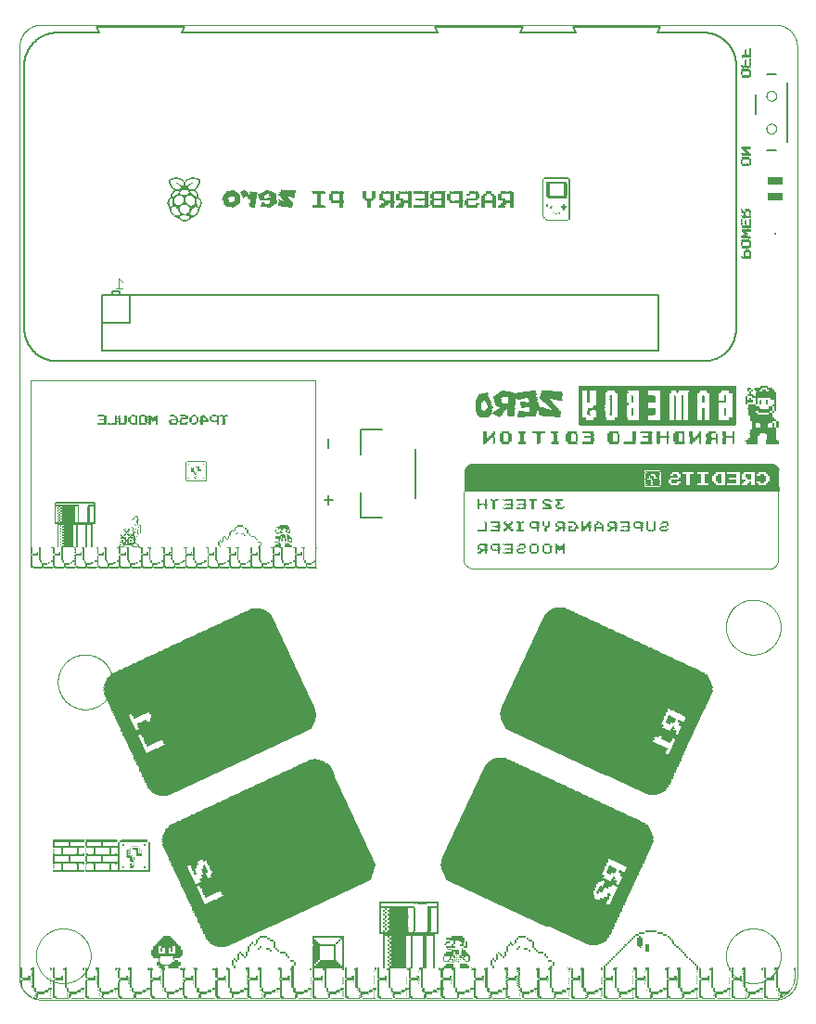
<source format=gbo>
G75*
%MOIN*%
%OFA0B0*%
%FSLAX25Y25*%
%IPPOS*%
%LPD*%
%AMOC8*
5,1,8,0,0,1.08239X$1,22.5*
%
%ADD10C,0.00000*%
%ADD11C,0.00039*%
%ADD12R,0.00998X0.00333*%
%ADD13R,0.04993X0.00333*%
%ADD14R,0.04993X0.00333*%
%ADD15R,0.05326X0.00333*%
%ADD16R,0.00998X0.00333*%
%ADD17R,0.00666X0.00333*%
%ADD18R,0.01331X0.00333*%
%ADD19R,0.00333X0.00333*%
%ADD20R,0.01664X0.00333*%
%ADD21R,0.00999X0.00333*%
%ADD22R,0.01665X0.00333*%
%ADD23R,0.00333X0.00333*%
%ADD24R,0.00333X0.00333*%
%ADD25R,0.00666X0.00333*%
%ADD26R,0.01331X0.00333*%
%ADD27R,0.00999X0.00333*%
%ADD28R,0.01665X0.00333*%
%ADD29R,0.01664X0.00333*%
%ADD30R,0.00333X0.00333*%
%ADD31R,0.00666X0.00333*%
%ADD32R,0.00999X0.00333*%
%ADD33R,0.00998X0.00333*%
%ADD34R,0.00333X0.00333*%
%ADD35R,0.03661X0.00333*%
%ADD36R,0.02996X0.00333*%
%ADD37R,0.02996X0.00333*%
%ADD38R,0.03329X0.00333*%
%ADD39R,0.03662X0.00333*%
%ADD40R,0.00333X0.00333*%
%ADD41R,0.04328X0.00333*%
%ADD42R,0.01331X0.00333*%
%ADD43R,0.01664X0.00333*%
%ADD44R,0.01665X0.00333*%
%ADD45R,0.02330X0.00333*%
%ADD46R,0.02330X0.00333*%
%ADD47R,0.01997X0.00333*%
%ADD48R,0.02663X0.00333*%
%ADD49R,0.02330X0.00333*%
%ADD50R,0.02330X0.00333*%
%ADD51R,0.01997X0.00333*%
%ADD52R,0.02663X0.00333*%
%ADD53R,0.03662X0.00333*%
%ADD54R,0.03661X0.00333*%
%ADD55R,0.04993X0.00333*%
%ADD56R,0.03994X0.00333*%
%ADD57R,0.02996X0.00333*%
%ADD58R,0.02996X0.00333*%
%ADD59R,0.03329X0.00333*%
%ADD60R,0.02330X0.00333*%
%ADD61R,0.03994X0.00333*%
%ADD62R,0.11318X0.00333*%
%ADD63R,0.06990X0.00333*%
%ADD64R,0.04660X0.00333*%
%ADD65R,0.03662X0.00333*%
%ADD66R,0.11318X0.00333*%
%ADD67R,0.06325X0.00333*%
%ADD68R,0.11318X0.00333*%
%ADD69R,0.06325X0.00333*%
%ADD70R,0.03329X0.00333*%
%ADD71R,0.08655X0.00333*%
%ADD72R,0.05659X0.00333*%
%ADD73R,0.02663X0.00333*%
%ADD74R,0.04328X0.00333*%
%ADD75R,0.08655X0.00333*%
%ADD76R,0.05659X0.00333*%
%ADD77R,0.07323X0.00333*%
%ADD78R,0.07323X0.00333*%
%ADD79R,0.01997X0.00333*%
%ADD80R,0.05992X0.00333*%
%ADD81R,0.05992X0.00333*%
%ADD82R,0.06325X0.00333*%
%ADD83R,0.02996X0.00333*%
%ADD84R,0.05659X0.00333*%
%ADD85R,0.10985X0.00333*%
%ADD86R,0.04327X0.00333*%
%ADD87R,0.11651X0.00333*%
%ADD88R,0.02996X0.00333*%
%ADD89R,0.04327X0.00333*%
%ADD90R,0.04327X0.00333*%
%ADD91R,0.05659X0.00333*%
%ADD92R,0.08988X0.00333*%
%ADD93R,0.06990X0.00333*%
%ADD94R,0.08322X0.00333*%
%ADD95R,0.06991X0.00333*%
%ADD96R,0.07989X0.00333*%
%ADD97R,0.07656X0.00333*%
%ADD98R,0.09320X0.00333*%
%ADD99R,0.10319X0.00333*%
%ADD100R,0.11650X0.00333*%
%ADD101R,0.05659X0.00333*%
%ADD102R,0.12317X0.00333*%
%ADD103R,0.12316X0.00333*%
%ADD104R,0.13315X0.00333*%
%ADD105R,0.13981X0.00333*%
%ADD106R,0.14313X0.00333*%
%ADD107R,0.14980X0.00333*%
%ADD108R,0.14979X0.00333*%
%ADD109R,0.16311X0.00333*%
%ADD110R,0.15978X0.00333*%
%ADD111R,0.16976X0.00333*%
%ADD112R,0.16644X0.00333*%
%ADD113R,0.17642X0.00333*%
%ADD114R,0.18641X0.00333*%
%ADD115R,0.17975X0.00333*%
%ADD116R,0.19307X0.00333*%
%ADD117R,0.21637X0.00333*%
%ADD118R,0.19640X0.00333*%
%ADD119R,0.20305X0.00333*%
%ADD120R,0.21637X0.00333*%
%ADD121R,0.20306X0.00333*%
%ADD122R,0.21304X0.00333*%
%ADD123R,0.22303X0.00333*%
%ADD124R,0.07656X0.00333*%
%ADD125R,0.21970X0.00333*%
%ADD126R,0.22969X0.00333*%
%ADD127R,0.07323X0.00333*%
%ADD128R,0.23967X0.00333*%
%ADD129R,0.24633X0.00333*%
%ADD130R,0.24965X0.00333*%
%ADD131R,0.25631X0.00333*%
%ADD132R,0.07656X0.00333*%
%ADD133R,0.25631X0.00333*%
%ADD134R,0.26297X0.00333*%
%ADD135R,0.26297X0.00333*%
%ADD136R,0.27628X0.00333*%
%ADD137R,0.27296X0.00333*%
%ADD138R,0.28294X0.00333*%
%ADD139R,0.27961X0.00333*%
%ADD140R,0.29293X0.00333*%
%ADD141R,0.28960X0.00333*%
%ADD142R,0.29959X0.00333*%
%ADD143R,0.30624X0.00333*%
%ADD144R,0.30957X0.00333*%
%ADD145R,0.31623X0.00333*%
%ADD146R,0.06991X0.00333*%
%ADD147R,0.31623X0.00333*%
%ADD148R,0.32289X0.00333*%
%ADD149R,0.32622X0.00333*%
%ADD150R,0.33620X0.00333*%
%ADD151R,0.33287X0.00333*%
%ADD152R,0.34286X0.00333*%
%ADD153R,0.35285X0.00333*%
%ADD154R,0.06991X0.00333*%
%ADD155R,0.34952X0.00333*%
%ADD156R,0.35950X0.00333*%
%ADD157R,0.36283X0.00333*%
%ADD158R,0.36949X0.00333*%
%ADD159R,0.36949X0.00333*%
%ADD160R,0.37615X0.00333*%
%ADD161R,0.37948X0.00333*%
%ADD162R,0.38613X0.00333*%
%ADD163R,0.39612X0.00333*%
%ADD164R,0.39279X0.00333*%
%ADD165R,0.40611X0.00333*%
%ADD166R,0.40278X0.00333*%
%ADD167R,0.41276X0.00333*%
%ADD168R,0.41942X0.00333*%
%ADD169R,0.42275X0.00333*%
%ADD170R,0.42941X0.00333*%
%ADD171R,0.42941X0.00333*%
%ADD172R,0.43606X0.00333*%
%ADD173R,0.12982X0.00333*%
%ADD174R,0.43939X0.00333*%
%ADD175R,0.44605X0.00333*%
%ADD176R,0.12982X0.00333*%
%ADD177R,0.38281X0.00333*%
%ADD178R,0.05326X0.00333*%
%ADD179R,0.45604X0.00333*%
%ADD180R,0.38946X0.00333*%
%ADD181R,0.40611X0.00333*%
%ADD182R,0.39612X0.00333*%
%ADD183R,0.40943X0.00333*%
%ADD184R,0.41609X0.00333*%
%ADD185R,0.38280X0.00333*%
%ADD186R,0.40278X0.00333*%
%ADD187R,0.38613X0.00333*%
%ADD188R,0.05659X0.00333*%
%ADD189R,0.40278X0.00333*%
%ADD190R,0.03994X0.00333*%
%ADD191R,0.42608X0.00333*%
%ADD192R,0.05326X0.00333*%
%ADD193R,0.43607X0.00333*%
%ADD194R,0.51928X0.00333*%
%ADD195R,0.45271X0.00333*%
%ADD196R,0.52927X0.00333*%
%ADD197R,0.46269X0.00333*%
%ADD198R,0.53593X0.00333*%
%ADD199R,0.47268X0.00333*%
%ADD200R,0.54591X0.00333*%
%ADD201R,0.47934X0.00333*%
%ADD202R,0.55257X0.00333*%
%ADD203R,0.48932X0.00333*%
%ADD204R,0.56589X0.00333*%
%ADD205R,0.49598X0.00333*%
%ADD206R,0.63912X0.00333*%
%ADD207R,0.50597X0.00333*%
%ADD208R,0.04660X0.00333*%
%ADD209R,0.64910X0.00333*%
%ADD210R,0.51263X0.00333*%
%ADD211R,0.59584X0.00333*%
%ADD212R,0.56921X0.00333*%
%ADD213R,0.59917X0.00333*%
%ADD214R,0.60583X0.00333*%
%ADD215R,0.56256X0.00333*%
%ADD216R,0.60583X0.00333*%
%ADD217R,0.56589X0.00333*%
%ADD218R,0.57920X0.00333*%
%ADD219R,0.57254X0.00333*%
%ADD220R,0.06324X0.00333*%
%ADD221R,0.57587X0.00333*%
%ADD222R,0.57587X0.00333*%
%ADD223R,0.06657X0.00333*%
%ADD224R,0.58253X0.00333*%
%ADD225R,0.58253X0.00333*%
%ADD226R,0.07656X0.00333*%
%ADD227R,0.57920X0.00333*%
%ADD228R,0.58586X0.00333*%
%ADD229R,0.23301X0.00333*%
%ADD230R,0.58919X0.00333*%
%ADD231R,0.59252X0.00333*%
%ADD232R,0.59585X0.00333*%
%ADD233R,0.59252X0.00333*%
%ADD234R,0.07656X0.00333*%
%ADD235R,0.59585X0.00333*%
%ADD236R,0.09320X0.00333*%
%ADD237R,0.09986X0.00333*%
%ADD238R,0.09653X0.00333*%
%ADD239R,0.10985X0.00333*%
%ADD240R,0.11983X0.00333*%
%ADD241R,0.60250X0.00333*%
%ADD242R,0.60250X0.00333*%
%ADD243R,0.12982X0.00333*%
%ADD244R,0.61249X0.00333*%
%ADD245R,0.73232X0.00333*%
%ADD246R,0.73232X0.00333*%
%ADD247R,0.73565X0.00333*%
%ADD248R,0.73565X0.00333*%
%ADD249R,0.12317X0.00333*%
%ADD250R,0.73565X0.00333*%
%ADD251R,0.73232X0.00333*%
%ADD252R,0.12317X0.00333*%
%ADD253R,0.73565X0.00333*%
%ADD254R,0.73565X0.00333*%
%ADD255R,0.72900X0.00333*%
%ADD256R,0.09986X0.00333*%
%ADD257R,0.72899X0.00333*%
%ADD258R,0.72900X0.00333*%
%ADD259R,0.72899X0.00333*%
%ADD260R,0.72567X0.00333*%
%ADD261R,0.09654X0.00333*%
%ADD262R,0.72234X0.00333*%
%ADD263R,0.71901X0.00333*%
%ADD264R,0.71568X0.00333*%
%ADD265R,0.71568X0.00333*%
%ADD266R,0.71235X0.00333*%
%ADD267R,0.70902X0.00333*%
%ADD268R,0.70902X0.00333*%
%ADD269R,0.70902X0.00333*%
%ADD270R,0.70902X0.00333*%
%ADD271R,0.70237X0.00333*%
%ADD272R,0.70236X0.00333*%
%ADD273R,0.69904X0.00333*%
%ADD274R,0.69571X0.00333*%
%ADD275R,0.69238X0.00333*%
%ADD276R,0.68905X0.00333*%
%ADD277R,0.68239X0.00333*%
%ADD278R,0.68572X0.00333*%
%ADD279R,0.67906X0.00333*%
%ADD280R,0.67574X0.00333*%
%ADD281R,0.67241X0.00333*%
%ADD282R,0.66575X0.00333*%
%ADD283R,0.66242X0.00333*%
%ADD284R,0.65576X0.00333*%
%ADD285R,0.65576X0.00333*%
%ADD286R,0.64911X0.00333*%
%ADD287R,0.64578X0.00333*%
%ADD288R,0.62913X0.00333*%
%ADD289R,0.63246X0.00333*%
%ADD290R,0.61915X0.00333*%
%ADD291R,0.62247X0.00333*%
%ADD292R,0.61249X0.00333*%
%ADD293R,0.58919X0.00333*%
%ADD294R,0.56922X0.00333*%
%ADD295R,0.55923X0.00333*%
%ADD296R,0.56256X0.00333*%
%ADD297R,0.54924X0.00333*%
%ADD298R,0.54259X0.00333*%
%ADD299R,0.54258X0.00333*%
%ADD300R,0.53260X0.00333*%
%ADD301R,0.52594X0.00333*%
%ADD302R,0.51595X0.00333*%
%ADD303R,0.50930X0.00333*%
%ADD304R,0.49931X0.00333*%
%ADD305R,0.50264X0.00333*%
%ADD306R,0.48933X0.00333*%
%ADD307R,0.48267X0.00333*%
%ADD308R,0.48267X0.00333*%
%ADD309R,0.47601X0.00333*%
%ADD310R,0.46602X0.00333*%
%ADD311R,0.44605X0.00333*%
%ADD312R,0.44938X0.00333*%
%ADD313R,0.43939X0.00333*%
%ADD314R,0.37615X0.00333*%
%ADD315R,0.37948X0.00333*%
%ADD316R,0.10319X0.00333*%
%ADD317R,0.35285X0.00333*%
%ADD318R,0.34619X0.00333*%
%ADD319R,0.13315X0.00333*%
%ADD320R,0.32622X0.00333*%
%ADD321R,0.14313X0.00333*%
%ADD322R,0.31623X0.00333*%
%ADD323R,0.31956X0.00333*%
%ADD324R,0.16311X0.00333*%
%ADD325R,0.16644X0.00333*%
%ADD326R,0.16977X0.00333*%
%ADD327R,0.29293X0.00333*%
%ADD328R,0.28960X0.00333*%
%ADD329R,0.17643X0.00333*%
%ADD330R,0.28294X0.00333*%
%ADD331R,0.19640X0.00333*%
%ADD332R,0.19307X0.00333*%
%ADD333R,0.26630X0.00333*%
%ADD334R,0.25631X0.00333*%
%ADD335R,0.25298X0.00333*%
%ADD336R,0.22302X0.00333*%
%ADD337R,0.22969X0.00333*%
%ADD338R,0.22968X0.00333*%
%ADD339R,0.20638X0.00333*%
%ADD340R,0.26297X0.00333*%
%ADD341R,0.19640X0.00333*%
%ADD342R,0.19307X0.00333*%
%ADD343R,0.27296X0.00333*%
%ADD344R,0.27629X0.00333*%
%ADD345R,0.16976X0.00333*%
%ADD346R,0.15312X0.00333*%
%ADD347R,0.32289X0.00333*%
%ADD348R,0.33620X0.00333*%
%ADD349R,0.34286X0.00333*%
%ADD350R,0.10652X0.00333*%
%ADD351R,0.08322X0.00333*%
%ADD352R,0.38613X0.00333*%
%ADD353R,0.39279X0.00333*%
%ADD354R,0.43607X0.00333*%
%ADD355R,0.45604X0.00333*%
%ADD356R,0.42941X0.00333*%
%ADD357R,0.40944X0.00333*%
%ADD358R,0.04993X0.00333*%
%ADD359R,0.52927X0.00333*%
%ADD360R,0.10985X0.00333*%
%ADD361R,0.53593X0.00333*%
%ADD362R,0.49265X0.00333*%
%ADD363R,0.05992X0.00333*%
%ADD364R,0.56589X0.00333*%
%ADD365R,0.57254X0.00333*%
%ADD366R,0.65576X0.00333*%
%ADD367R,0.61582X0.00333*%
%ADD368R,0.62580X0.00333*%
%ADD369R,0.63579X0.00333*%
%ADD370R,0.59585X0.00333*%
%ADD371R,0.58586X0.00333*%
%ADD372R,0.12649X0.00333*%
%ADD373R,0.73565X0.00333*%
%ADD374R,0.72233X0.00333*%
%ADD375R,0.70902X0.00333*%
%ADD376R,0.68905X0.00333*%
%ADD377R,0.68572X0.00333*%
%ADD378R,0.68239X0.00333*%
%ADD379R,0.65576X0.00333*%
%ADD380R,0.62913X0.00333*%
%ADD381R,0.61915X0.00333*%
%ADD382R,0.56922X0.00333*%
%ADD383R,0.50597X0.00333*%
%ADD384R,0.50264X0.00333*%
%ADD385R,0.47601X0.00333*%
%ADD386R,0.44938X0.00333*%
%ADD387R,0.42275X0.00333*%
%ADD388R,0.37615X0.00333*%
%ADD389R,0.31623X0.00333*%
%ADD390R,0.30957X0.00333*%
%ADD391R,0.25631X0.00333*%
%ADD392R,0.25631X0.00333*%
%ADD393R,0.24633X0.00333*%
%ADD394R,0.19639X0.00333*%
%ADD395R,0.14314X0.00333*%
%ADD396R,1.08517X0.00333*%
%ADD397R,0.04993X0.00333*%
%ADD398R,0.12649X0.00333*%
%ADD399R,0.14646X0.00333*%
%ADD400R,1.13177X0.00333*%
%ADD401R,0.64578X0.00333*%
%ADD402R,0.42608X0.00333*%
%ADD403R,1.12511X0.00333*%
%ADD404R,1.11846X0.00333*%
%ADD405R,1.11180X0.00333*%
%ADD406R,1.10514X0.00333*%
%ADD407R,1.09183X0.00333*%
%ADD408R,0.08987X0.00333*%
%ADD409R,0.56256X0.00333*%
%ADD410R,0.09653X0.00333*%
%ADD411R,0.15645X0.00333*%
%ADD412R,0.14646X0.00333*%
%ADD413R,0.07989X0.00333*%
%ADD414R,0.03661X0.00333*%
%ADD415R,0.02330X0.00333*%
%ADD416R,0.08322X0.00333*%
%ADD417R,0.04993X0.00333*%
%ADD418R,0.04328X0.00333*%
%ADD419R,0.04660X0.00333*%
%ADD420R,0.06324X0.00333*%
%ADD421R,0.06324X0.00333*%
%ADD422R,0.06990X0.00333*%
%ADD423R,0.06657X0.00333*%
%ADD424R,0.07989X0.00333*%
%ADD425R,0.09320X0.00333*%
%ADD426C,0.00500*%
%ADD427C,0.00400*%
%ADD428C,0.00700*%
%ADD429C,0.00394*%
%ADD430C,0.00800*%
%ADD431C,0.02756*%
%ADD432R,0.05512X0.02559*%
%ADD433R,0.00787X0.00787*%
D10*
X0003248Y0009374D02*
X0003248Y0344020D01*
X0003250Y0344210D01*
X0003257Y0344400D01*
X0003269Y0344590D01*
X0003285Y0344780D01*
X0003305Y0344969D01*
X0003331Y0345158D01*
X0003360Y0345346D01*
X0003395Y0345533D01*
X0003434Y0345719D01*
X0003477Y0345904D01*
X0003525Y0346089D01*
X0003577Y0346272D01*
X0003633Y0346453D01*
X0003694Y0346633D01*
X0003760Y0346812D01*
X0003829Y0346989D01*
X0003903Y0347165D01*
X0003981Y0347338D01*
X0004064Y0347510D01*
X0004150Y0347679D01*
X0004240Y0347847D01*
X0004335Y0348012D01*
X0004433Y0348175D01*
X0004536Y0348335D01*
X0004642Y0348493D01*
X0004752Y0348648D01*
X0004865Y0348801D01*
X0004983Y0348951D01*
X0005104Y0349097D01*
X0005228Y0349241D01*
X0005356Y0349382D01*
X0005487Y0349520D01*
X0005622Y0349655D01*
X0005760Y0349786D01*
X0005901Y0349914D01*
X0006045Y0350038D01*
X0006191Y0350159D01*
X0006341Y0350277D01*
X0006494Y0350390D01*
X0006649Y0350500D01*
X0006807Y0350606D01*
X0006967Y0350709D01*
X0007130Y0350807D01*
X0007295Y0350902D01*
X0007463Y0350992D01*
X0007632Y0351078D01*
X0007804Y0351161D01*
X0007977Y0351239D01*
X0008153Y0351313D01*
X0008330Y0351382D01*
X0008509Y0351448D01*
X0008689Y0351509D01*
X0008870Y0351565D01*
X0009053Y0351617D01*
X0009238Y0351665D01*
X0009423Y0351708D01*
X0009609Y0351747D01*
X0009796Y0351782D01*
X0009984Y0351811D01*
X0010173Y0351837D01*
X0010362Y0351857D01*
X0010552Y0351873D01*
X0010742Y0351885D01*
X0010932Y0351892D01*
X0011122Y0351894D01*
X0274902Y0351894D01*
X0275092Y0351892D01*
X0275282Y0351885D01*
X0275472Y0351873D01*
X0275662Y0351857D01*
X0275851Y0351837D01*
X0276040Y0351811D01*
X0276228Y0351782D01*
X0276415Y0351747D01*
X0276601Y0351708D01*
X0276786Y0351665D01*
X0276971Y0351617D01*
X0277154Y0351565D01*
X0277335Y0351509D01*
X0277515Y0351448D01*
X0277694Y0351382D01*
X0277871Y0351313D01*
X0278047Y0351239D01*
X0278220Y0351161D01*
X0278392Y0351078D01*
X0278561Y0350992D01*
X0278729Y0350902D01*
X0278894Y0350807D01*
X0279057Y0350709D01*
X0279217Y0350606D01*
X0279375Y0350500D01*
X0279530Y0350390D01*
X0279683Y0350277D01*
X0279833Y0350159D01*
X0279979Y0350038D01*
X0280123Y0349914D01*
X0280264Y0349786D01*
X0280402Y0349655D01*
X0280537Y0349520D01*
X0280668Y0349382D01*
X0280796Y0349241D01*
X0280920Y0349097D01*
X0281041Y0348951D01*
X0281159Y0348801D01*
X0281272Y0348648D01*
X0281382Y0348493D01*
X0281488Y0348335D01*
X0281591Y0348175D01*
X0281689Y0348012D01*
X0281784Y0347847D01*
X0281874Y0347679D01*
X0281960Y0347510D01*
X0282043Y0347338D01*
X0282121Y0347165D01*
X0282195Y0346989D01*
X0282264Y0346812D01*
X0282330Y0346633D01*
X0282391Y0346453D01*
X0282447Y0346272D01*
X0282499Y0346089D01*
X0282547Y0345904D01*
X0282590Y0345719D01*
X0282629Y0345533D01*
X0282664Y0345346D01*
X0282693Y0345158D01*
X0282719Y0344969D01*
X0282739Y0344780D01*
X0282755Y0344590D01*
X0282767Y0344400D01*
X0282774Y0344210D01*
X0282776Y0344020D01*
X0282776Y0009374D01*
X0282774Y0009184D01*
X0282767Y0008994D01*
X0282755Y0008804D01*
X0282739Y0008614D01*
X0282719Y0008425D01*
X0282693Y0008236D01*
X0282664Y0008048D01*
X0282629Y0007861D01*
X0282590Y0007675D01*
X0282547Y0007490D01*
X0282499Y0007305D01*
X0282447Y0007122D01*
X0282391Y0006941D01*
X0282330Y0006761D01*
X0282264Y0006582D01*
X0282195Y0006405D01*
X0282121Y0006229D01*
X0282043Y0006056D01*
X0281960Y0005884D01*
X0281874Y0005715D01*
X0281784Y0005547D01*
X0281689Y0005382D01*
X0281591Y0005219D01*
X0281488Y0005059D01*
X0281382Y0004901D01*
X0281272Y0004746D01*
X0281159Y0004593D01*
X0281041Y0004443D01*
X0280920Y0004297D01*
X0280796Y0004153D01*
X0280668Y0004012D01*
X0280537Y0003874D01*
X0280402Y0003739D01*
X0280264Y0003608D01*
X0280123Y0003480D01*
X0279979Y0003356D01*
X0279833Y0003235D01*
X0279683Y0003117D01*
X0279530Y0003004D01*
X0279375Y0002894D01*
X0279217Y0002788D01*
X0279057Y0002685D01*
X0278894Y0002587D01*
X0278729Y0002492D01*
X0278561Y0002402D01*
X0278392Y0002316D01*
X0278220Y0002233D01*
X0278047Y0002155D01*
X0277871Y0002081D01*
X0277694Y0002012D01*
X0277515Y0001946D01*
X0277335Y0001885D01*
X0277154Y0001829D01*
X0276971Y0001777D01*
X0276786Y0001729D01*
X0276601Y0001686D01*
X0276415Y0001647D01*
X0276228Y0001612D01*
X0276040Y0001583D01*
X0275851Y0001557D01*
X0275662Y0001537D01*
X0275472Y0001521D01*
X0275282Y0001509D01*
X0275092Y0001502D01*
X0274902Y0001500D01*
X0011122Y0001500D01*
X0010932Y0001502D01*
X0010742Y0001509D01*
X0010552Y0001521D01*
X0010362Y0001537D01*
X0010173Y0001557D01*
X0009984Y0001583D01*
X0009796Y0001612D01*
X0009609Y0001647D01*
X0009423Y0001686D01*
X0009238Y0001729D01*
X0009053Y0001777D01*
X0008870Y0001829D01*
X0008689Y0001885D01*
X0008509Y0001946D01*
X0008330Y0002012D01*
X0008153Y0002081D01*
X0007977Y0002155D01*
X0007804Y0002233D01*
X0007632Y0002316D01*
X0007463Y0002402D01*
X0007295Y0002492D01*
X0007130Y0002587D01*
X0006967Y0002685D01*
X0006807Y0002788D01*
X0006649Y0002894D01*
X0006494Y0003004D01*
X0006341Y0003117D01*
X0006191Y0003235D01*
X0006045Y0003356D01*
X0005901Y0003480D01*
X0005760Y0003608D01*
X0005622Y0003739D01*
X0005487Y0003874D01*
X0005356Y0004012D01*
X0005228Y0004153D01*
X0005104Y0004297D01*
X0004983Y0004443D01*
X0004865Y0004593D01*
X0004752Y0004746D01*
X0004642Y0004901D01*
X0004536Y0005059D01*
X0004433Y0005219D01*
X0004335Y0005382D01*
X0004240Y0005547D01*
X0004150Y0005715D01*
X0004064Y0005884D01*
X0003981Y0006056D01*
X0003903Y0006229D01*
X0003829Y0006405D01*
X0003760Y0006582D01*
X0003694Y0006761D01*
X0003633Y0006941D01*
X0003577Y0007122D01*
X0003525Y0007305D01*
X0003477Y0007490D01*
X0003434Y0007675D01*
X0003395Y0007861D01*
X0003360Y0008048D01*
X0003331Y0008236D01*
X0003305Y0008425D01*
X0003285Y0008614D01*
X0003269Y0008804D01*
X0003257Y0008994D01*
X0003250Y0009184D01*
X0003248Y0009374D01*
X0271752Y0314492D02*
X0271754Y0314576D01*
X0271760Y0314659D01*
X0271770Y0314742D01*
X0271784Y0314825D01*
X0271801Y0314907D01*
X0271823Y0314988D01*
X0271848Y0315067D01*
X0271877Y0315146D01*
X0271910Y0315223D01*
X0271946Y0315298D01*
X0271986Y0315372D01*
X0272029Y0315444D01*
X0272076Y0315513D01*
X0272126Y0315580D01*
X0272179Y0315645D01*
X0272235Y0315707D01*
X0272293Y0315767D01*
X0272355Y0315824D01*
X0272419Y0315877D01*
X0272486Y0315928D01*
X0272555Y0315975D01*
X0272626Y0316020D01*
X0272699Y0316060D01*
X0272774Y0316097D01*
X0272851Y0316131D01*
X0272929Y0316161D01*
X0273008Y0316187D01*
X0273089Y0316210D01*
X0273171Y0316228D01*
X0273253Y0316243D01*
X0273336Y0316254D01*
X0273419Y0316261D01*
X0273503Y0316264D01*
X0273587Y0316263D01*
X0273670Y0316258D01*
X0273754Y0316249D01*
X0273836Y0316236D01*
X0273918Y0316220D01*
X0273999Y0316199D01*
X0274080Y0316175D01*
X0274158Y0316147D01*
X0274236Y0316115D01*
X0274312Y0316079D01*
X0274386Y0316040D01*
X0274458Y0315998D01*
X0274528Y0315952D01*
X0274596Y0315903D01*
X0274661Y0315851D01*
X0274724Y0315796D01*
X0274784Y0315738D01*
X0274842Y0315677D01*
X0274896Y0315613D01*
X0274948Y0315547D01*
X0274996Y0315479D01*
X0275041Y0315408D01*
X0275082Y0315335D01*
X0275121Y0315261D01*
X0275155Y0315185D01*
X0275186Y0315107D01*
X0275213Y0315028D01*
X0275237Y0314947D01*
X0275256Y0314866D01*
X0275272Y0314784D01*
X0275284Y0314701D01*
X0275292Y0314617D01*
X0275296Y0314534D01*
X0275296Y0314450D01*
X0275292Y0314367D01*
X0275284Y0314283D01*
X0275272Y0314200D01*
X0275256Y0314118D01*
X0275237Y0314037D01*
X0275213Y0313956D01*
X0275186Y0313877D01*
X0275155Y0313799D01*
X0275121Y0313723D01*
X0275082Y0313649D01*
X0275041Y0313576D01*
X0274996Y0313505D01*
X0274948Y0313437D01*
X0274896Y0313371D01*
X0274842Y0313307D01*
X0274784Y0313246D01*
X0274724Y0313188D01*
X0274661Y0313133D01*
X0274596Y0313081D01*
X0274528Y0313032D01*
X0274458Y0312986D01*
X0274386Y0312944D01*
X0274312Y0312905D01*
X0274236Y0312869D01*
X0274158Y0312837D01*
X0274080Y0312809D01*
X0273999Y0312785D01*
X0273918Y0312764D01*
X0273836Y0312748D01*
X0273754Y0312735D01*
X0273670Y0312726D01*
X0273587Y0312721D01*
X0273503Y0312720D01*
X0273419Y0312723D01*
X0273336Y0312730D01*
X0273253Y0312741D01*
X0273171Y0312756D01*
X0273089Y0312774D01*
X0273008Y0312797D01*
X0272929Y0312823D01*
X0272851Y0312853D01*
X0272774Y0312887D01*
X0272699Y0312924D01*
X0272626Y0312964D01*
X0272555Y0313009D01*
X0272486Y0313056D01*
X0272419Y0313107D01*
X0272355Y0313160D01*
X0272293Y0313217D01*
X0272235Y0313277D01*
X0272179Y0313339D01*
X0272126Y0313404D01*
X0272076Y0313471D01*
X0272029Y0313540D01*
X0271986Y0313612D01*
X0271946Y0313686D01*
X0271910Y0313761D01*
X0271877Y0313838D01*
X0271848Y0313917D01*
X0271823Y0313996D01*
X0271801Y0314077D01*
X0271784Y0314159D01*
X0271770Y0314242D01*
X0271760Y0314325D01*
X0271754Y0314408D01*
X0271752Y0314492D01*
X0271752Y0326303D02*
X0271754Y0326387D01*
X0271760Y0326470D01*
X0271770Y0326553D01*
X0271784Y0326636D01*
X0271801Y0326718D01*
X0271823Y0326799D01*
X0271848Y0326878D01*
X0271877Y0326957D01*
X0271910Y0327034D01*
X0271946Y0327109D01*
X0271986Y0327183D01*
X0272029Y0327255D01*
X0272076Y0327324D01*
X0272126Y0327391D01*
X0272179Y0327456D01*
X0272235Y0327518D01*
X0272293Y0327578D01*
X0272355Y0327635D01*
X0272419Y0327688D01*
X0272486Y0327739D01*
X0272555Y0327786D01*
X0272626Y0327831D01*
X0272699Y0327871D01*
X0272774Y0327908D01*
X0272851Y0327942D01*
X0272929Y0327972D01*
X0273008Y0327998D01*
X0273089Y0328021D01*
X0273171Y0328039D01*
X0273253Y0328054D01*
X0273336Y0328065D01*
X0273419Y0328072D01*
X0273503Y0328075D01*
X0273587Y0328074D01*
X0273670Y0328069D01*
X0273754Y0328060D01*
X0273836Y0328047D01*
X0273918Y0328031D01*
X0273999Y0328010D01*
X0274080Y0327986D01*
X0274158Y0327958D01*
X0274236Y0327926D01*
X0274312Y0327890D01*
X0274386Y0327851D01*
X0274458Y0327809D01*
X0274528Y0327763D01*
X0274596Y0327714D01*
X0274661Y0327662D01*
X0274724Y0327607D01*
X0274784Y0327549D01*
X0274842Y0327488D01*
X0274896Y0327424D01*
X0274948Y0327358D01*
X0274996Y0327290D01*
X0275041Y0327219D01*
X0275082Y0327146D01*
X0275121Y0327072D01*
X0275155Y0326996D01*
X0275186Y0326918D01*
X0275213Y0326839D01*
X0275237Y0326758D01*
X0275256Y0326677D01*
X0275272Y0326595D01*
X0275284Y0326512D01*
X0275292Y0326428D01*
X0275296Y0326345D01*
X0275296Y0326261D01*
X0275292Y0326178D01*
X0275284Y0326094D01*
X0275272Y0326011D01*
X0275256Y0325929D01*
X0275237Y0325848D01*
X0275213Y0325767D01*
X0275186Y0325688D01*
X0275155Y0325610D01*
X0275121Y0325534D01*
X0275082Y0325460D01*
X0275041Y0325387D01*
X0274996Y0325316D01*
X0274948Y0325248D01*
X0274896Y0325182D01*
X0274842Y0325118D01*
X0274784Y0325057D01*
X0274724Y0324999D01*
X0274661Y0324944D01*
X0274596Y0324892D01*
X0274528Y0324843D01*
X0274458Y0324797D01*
X0274386Y0324755D01*
X0274312Y0324716D01*
X0274236Y0324680D01*
X0274158Y0324648D01*
X0274080Y0324620D01*
X0273999Y0324596D01*
X0273918Y0324575D01*
X0273836Y0324559D01*
X0273754Y0324546D01*
X0273670Y0324537D01*
X0273587Y0324532D01*
X0273503Y0324531D01*
X0273419Y0324534D01*
X0273336Y0324541D01*
X0273253Y0324552D01*
X0273171Y0324567D01*
X0273089Y0324585D01*
X0273008Y0324608D01*
X0272929Y0324634D01*
X0272851Y0324664D01*
X0272774Y0324698D01*
X0272699Y0324735D01*
X0272626Y0324775D01*
X0272555Y0324820D01*
X0272486Y0324867D01*
X0272419Y0324918D01*
X0272355Y0324971D01*
X0272293Y0325028D01*
X0272235Y0325088D01*
X0272179Y0325150D01*
X0272126Y0325215D01*
X0272076Y0325282D01*
X0272029Y0325351D01*
X0271986Y0325423D01*
X0271946Y0325497D01*
X0271910Y0325572D01*
X0271877Y0325649D01*
X0271848Y0325728D01*
X0271823Y0325807D01*
X0271801Y0325888D01*
X0271784Y0325970D01*
X0271770Y0326053D01*
X0271760Y0326136D01*
X0271754Y0326219D01*
X0271752Y0326303D01*
D11*
X0257185Y0135358D02*
X0257188Y0135600D01*
X0257197Y0135841D01*
X0257212Y0136082D01*
X0257232Y0136323D01*
X0257259Y0136563D01*
X0257292Y0136802D01*
X0257330Y0137041D01*
X0257374Y0137278D01*
X0257424Y0137515D01*
X0257480Y0137750D01*
X0257542Y0137983D01*
X0257609Y0138215D01*
X0257682Y0138446D01*
X0257760Y0138674D01*
X0257845Y0138900D01*
X0257934Y0139125D01*
X0258029Y0139347D01*
X0258130Y0139566D01*
X0258236Y0139784D01*
X0258347Y0139998D01*
X0258464Y0140210D01*
X0258585Y0140418D01*
X0258712Y0140624D01*
X0258844Y0140826D01*
X0258981Y0141026D01*
X0259122Y0141221D01*
X0259268Y0141414D01*
X0259419Y0141602D01*
X0259575Y0141787D01*
X0259735Y0141968D01*
X0259899Y0142145D01*
X0260068Y0142318D01*
X0260241Y0142487D01*
X0260418Y0142651D01*
X0260599Y0142811D01*
X0260784Y0142967D01*
X0260972Y0143118D01*
X0261165Y0143264D01*
X0261360Y0143405D01*
X0261560Y0143542D01*
X0261762Y0143674D01*
X0261968Y0143801D01*
X0262176Y0143922D01*
X0262388Y0144039D01*
X0262602Y0144150D01*
X0262820Y0144256D01*
X0263039Y0144357D01*
X0263261Y0144452D01*
X0263486Y0144541D01*
X0263712Y0144626D01*
X0263940Y0144704D01*
X0264171Y0144777D01*
X0264403Y0144844D01*
X0264636Y0144906D01*
X0264871Y0144962D01*
X0265108Y0145012D01*
X0265345Y0145056D01*
X0265584Y0145094D01*
X0265823Y0145127D01*
X0266063Y0145154D01*
X0266304Y0145174D01*
X0266545Y0145189D01*
X0266786Y0145198D01*
X0267028Y0145201D01*
X0267270Y0145198D01*
X0267511Y0145189D01*
X0267752Y0145174D01*
X0267993Y0145154D01*
X0268233Y0145127D01*
X0268472Y0145094D01*
X0268711Y0145056D01*
X0268948Y0145012D01*
X0269185Y0144962D01*
X0269420Y0144906D01*
X0269653Y0144844D01*
X0269885Y0144777D01*
X0270116Y0144704D01*
X0270344Y0144626D01*
X0270570Y0144541D01*
X0270795Y0144452D01*
X0271017Y0144357D01*
X0271236Y0144256D01*
X0271454Y0144150D01*
X0271668Y0144039D01*
X0271880Y0143922D01*
X0272088Y0143801D01*
X0272294Y0143674D01*
X0272496Y0143542D01*
X0272696Y0143405D01*
X0272891Y0143264D01*
X0273084Y0143118D01*
X0273272Y0142967D01*
X0273457Y0142811D01*
X0273638Y0142651D01*
X0273815Y0142487D01*
X0273988Y0142318D01*
X0274157Y0142145D01*
X0274321Y0141968D01*
X0274481Y0141787D01*
X0274637Y0141602D01*
X0274788Y0141414D01*
X0274934Y0141221D01*
X0275075Y0141026D01*
X0275212Y0140826D01*
X0275344Y0140624D01*
X0275471Y0140418D01*
X0275592Y0140210D01*
X0275709Y0139998D01*
X0275820Y0139784D01*
X0275926Y0139566D01*
X0276027Y0139347D01*
X0276122Y0139125D01*
X0276211Y0138900D01*
X0276296Y0138674D01*
X0276374Y0138446D01*
X0276447Y0138215D01*
X0276514Y0137983D01*
X0276576Y0137750D01*
X0276632Y0137515D01*
X0276682Y0137278D01*
X0276726Y0137041D01*
X0276764Y0136802D01*
X0276797Y0136563D01*
X0276824Y0136323D01*
X0276844Y0136082D01*
X0276859Y0135841D01*
X0276868Y0135600D01*
X0276871Y0135358D01*
X0276868Y0135116D01*
X0276859Y0134875D01*
X0276844Y0134634D01*
X0276824Y0134393D01*
X0276797Y0134153D01*
X0276764Y0133914D01*
X0276726Y0133675D01*
X0276682Y0133438D01*
X0276632Y0133201D01*
X0276576Y0132966D01*
X0276514Y0132733D01*
X0276447Y0132501D01*
X0276374Y0132270D01*
X0276296Y0132042D01*
X0276211Y0131816D01*
X0276122Y0131591D01*
X0276027Y0131369D01*
X0275926Y0131150D01*
X0275820Y0130932D01*
X0275709Y0130718D01*
X0275592Y0130506D01*
X0275471Y0130298D01*
X0275344Y0130092D01*
X0275212Y0129890D01*
X0275075Y0129690D01*
X0274934Y0129495D01*
X0274788Y0129302D01*
X0274637Y0129114D01*
X0274481Y0128929D01*
X0274321Y0128748D01*
X0274157Y0128571D01*
X0273988Y0128398D01*
X0273815Y0128229D01*
X0273638Y0128065D01*
X0273457Y0127905D01*
X0273272Y0127749D01*
X0273084Y0127598D01*
X0272891Y0127452D01*
X0272696Y0127311D01*
X0272496Y0127174D01*
X0272294Y0127042D01*
X0272088Y0126915D01*
X0271880Y0126794D01*
X0271668Y0126677D01*
X0271454Y0126566D01*
X0271236Y0126460D01*
X0271017Y0126359D01*
X0270795Y0126264D01*
X0270570Y0126175D01*
X0270344Y0126090D01*
X0270116Y0126012D01*
X0269885Y0125939D01*
X0269653Y0125872D01*
X0269420Y0125810D01*
X0269185Y0125754D01*
X0268948Y0125704D01*
X0268711Y0125660D01*
X0268472Y0125622D01*
X0268233Y0125589D01*
X0267993Y0125562D01*
X0267752Y0125542D01*
X0267511Y0125527D01*
X0267270Y0125518D01*
X0267028Y0125515D01*
X0266786Y0125518D01*
X0266545Y0125527D01*
X0266304Y0125542D01*
X0266063Y0125562D01*
X0265823Y0125589D01*
X0265584Y0125622D01*
X0265345Y0125660D01*
X0265108Y0125704D01*
X0264871Y0125754D01*
X0264636Y0125810D01*
X0264403Y0125872D01*
X0264171Y0125939D01*
X0263940Y0126012D01*
X0263712Y0126090D01*
X0263486Y0126175D01*
X0263261Y0126264D01*
X0263039Y0126359D01*
X0262820Y0126460D01*
X0262602Y0126566D01*
X0262388Y0126677D01*
X0262176Y0126794D01*
X0261968Y0126915D01*
X0261762Y0127042D01*
X0261560Y0127174D01*
X0261360Y0127311D01*
X0261165Y0127452D01*
X0260972Y0127598D01*
X0260784Y0127749D01*
X0260599Y0127905D01*
X0260418Y0128065D01*
X0260241Y0128229D01*
X0260068Y0128398D01*
X0259899Y0128571D01*
X0259735Y0128748D01*
X0259575Y0128929D01*
X0259419Y0129114D01*
X0259268Y0129302D01*
X0259122Y0129495D01*
X0258981Y0129690D01*
X0258844Y0129890D01*
X0258712Y0130092D01*
X0258585Y0130298D01*
X0258464Y0130506D01*
X0258347Y0130718D01*
X0258236Y0130932D01*
X0258130Y0131150D01*
X0258029Y0131369D01*
X0257934Y0131591D01*
X0257845Y0131816D01*
X0257760Y0132042D01*
X0257682Y0132270D01*
X0257609Y0132501D01*
X0257542Y0132733D01*
X0257480Y0132966D01*
X0257424Y0133201D01*
X0257374Y0133438D01*
X0257330Y0133675D01*
X0257292Y0133914D01*
X0257259Y0134153D01*
X0257232Y0134393D01*
X0257212Y0134634D01*
X0257197Y0134875D01*
X0257188Y0135116D01*
X0257185Y0135358D01*
X0257185Y0017248D02*
X0257188Y0017490D01*
X0257197Y0017731D01*
X0257212Y0017972D01*
X0257232Y0018213D01*
X0257259Y0018453D01*
X0257292Y0018692D01*
X0257330Y0018931D01*
X0257374Y0019168D01*
X0257424Y0019405D01*
X0257480Y0019640D01*
X0257542Y0019873D01*
X0257609Y0020105D01*
X0257682Y0020336D01*
X0257760Y0020564D01*
X0257845Y0020790D01*
X0257934Y0021015D01*
X0258029Y0021237D01*
X0258130Y0021456D01*
X0258236Y0021674D01*
X0258347Y0021888D01*
X0258464Y0022100D01*
X0258585Y0022308D01*
X0258712Y0022514D01*
X0258844Y0022716D01*
X0258981Y0022916D01*
X0259122Y0023111D01*
X0259268Y0023304D01*
X0259419Y0023492D01*
X0259575Y0023677D01*
X0259735Y0023858D01*
X0259899Y0024035D01*
X0260068Y0024208D01*
X0260241Y0024377D01*
X0260418Y0024541D01*
X0260599Y0024701D01*
X0260784Y0024857D01*
X0260972Y0025008D01*
X0261165Y0025154D01*
X0261360Y0025295D01*
X0261560Y0025432D01*
X0261762Y0025564D01*
X0261968Y0025691D01*
X0262176Y0025812D01*
X0262388Y0025929D01*
X0262602Y0026040D01*
X0262820Y0026146D01*
X0263039Y0026247D01*
X0263261Y0026342D01*
X0263486Y0026431D01*
X0263712Y0026516D01*
X0263940Y0026594D01*
X0264171Y0026667D01*
X0264403Y0026734D01*
X0264636Y0026796D01*
X0264871Y0026852D01*
X0265108Y0026902D01*
X0265345Y0026946D01*
X0265584Y0026984D01*
X0265823Y0027017D01*
X0266063Y0027044D01*
X0266304Y0027064D01*
X0266545Y0027079D01*
X0266786Y0027088D01*
X0267028Y0027091D01*
X0267270Y0027088D01*
X0267511Y0027079D01*
X0267752Y0027064D01*
X0267993Y0027044D01*
X0268233Y0027017D01*
X0268472Y0026984D01*
X0268711Y0026946D01*
X0268948Y0026902D01*
X0269185Y0026852D01*
X0269420Y0026796D01*
X0269653Y0026734D01*
X0269885Y0026667D01*
X0270116Y0026594D01*
X0270344Y0026516D01*
X0270570Y0026431D01*
X0270795Y0026342D01*
X0271017Y0026247D01*
X0271236Y0026146D01*
X0271454Y0026040D01*
X0271668Y0025929D01*
X0271880Y0025812D01*
X0272088Y0025691D01*
X0272294Y0025564D01*
X0272496Y0025432D01*
X0272696Y0025295D01*
X0272891Y0025154D01*
X0273084Y0025008D01*
X0273272Y0024857D01*
X0273457Y0024701D01*
X0273638Y0024541D01*
X0273815Y0024377D01*
X0273988Y0024208D01*
X0274157Y0024035D01*
X0274321Y0023858D01*
X0274481Y0023677D01*
X0274637Y0023492D01*
X0274788Y0023304D01*
X0274934Y0023111D01*
X0275075Y0022916D01*
X0275212Y0022716D01*
X0275344Y0022514D01*
X0275471Y0022308D01*
X0275592Y0022100D01*
X0275709Y0021888D01*
X0275820Y0021674D01*
X0275926Y0021456D01*
X0276027Y0021237D01*
X0276122Y0021015D01*
X0276211Y0020790D01*
X0276296Y0020564D01*
X0276374Y0020336D01*
X0276447Y0020105D01*
X0276514Y0019873D01*
X0276576Y0019640D01*
X0276632Y0019405D01*
X0276682Y0019168D01*
X0276726Y0018931D01*
X0276764Y0018692D01*
X0276797Y0018453D01*
X0276824Y0018213D01*
X0276844Y0017972D01*
X0276859Y0017731D01*
X0276868Y0017490D01*
X0276871Y0017248D01*
X0276868Y0017006D01*
X0276859Y0016765D01*
X0276844Y0016524D01*
X0276824Y0016283D01*
X0276797Y0016043D01*
X0276764Y0015804D01*
X0276726Y0015565D01*
X0276682Y0015328D01*
X0276632Y0015091D01*
X0276576Y0014856D01*
X0276514Y0014623D01*
X0276447Y0014391D01*
X0276374Y0014160D01*
X0276296Y0013932D01*
X0276211Y0013706D01*
X0276122Y0013481D01*
X0276027Y0013259D01*
X0275926Y0013040D01*
X0275820Y0012822D01*
X0275709Y0012608D01*
X0275592Y0012396D01*
X0275471Y0012188D01*
X0275344Y0011982D01*
X0275212Y0011780D01*
X0275075Y0011580D01*
X0274934Y0011385D01*
X0274788Y0011192D01*
X0274637Y0011004D01*
X0274481Y0010819D01*
X0274321Y0010638D01*
X0274157Y0010461D01*
X0273988Y0010288D01*
X0273815Y0010119D01*
X0273638Y0009955D01*
X0273457Y0009795D01*
X0273272Y0009639D01*
X0273084Y0009488D01*
X0272891Y0009342D01*
X0272696Y0009201D01*
X0272496Y0009064D01*
X0272294Y0008932D01*
X0272088Y0008805D01*
X0271880Y0008684D01*
X0271668Y0008567D01*
X0271454Y0008456D01*
X0271236Y0008350D01*
X0271017Y0008249D01*
X0270795Y0008154D01*
X0270570Y0008065D01*
X0270344Y0007980D01*
X0270116Y0007902D01*
X0269885Y0007829D01*
X0269653Y0007762D01*
X0269420Y0007700D01*
X0269185Y0007644D01*
X0268948Y0007594D01*
X0268711Y0007550D01*
X0268472Y0007512D01*
X0268233Y0007479D01*
X0267993Y0007452D01*
X0267752Y0007432D01*
X0267511Y0007417D01*
X0267270Y0007408D01*
X0267028Y0007405D01*
X0266786Y0007408D01*
X0266545Y0007417D01*
X0266304Y0007432D01*
X0266063Y0007452D01*
X0265823Y0007479D01*
X0265584Y0007512D01*
X0265345Y0007550D01*
X0265108Y0007594D01*
X0264871Y0007644D01*
X0264636Y0007700D01*
X0264403Y0007762D01*
X0264171Y0007829D01*
X0263940Y0007902D01*
X0263712Y0007980D01*
X0263486Y0008065D01*
X0263261Y0008154D01*
X0263039Y0008249D01*
X0262820Y0008350D01*
X0262602Y0008456D01*
X0262388Y0008567D01*
X0262176Y0008684D01*
X0261968Y0008805D01*
X0261762Y0008932D01*
X0261560Y0009064D01*
X0261360Y0009201D01*
X0261165Y0009342D01*
X0260972Y0009488D01*
X0260784Y0009639D01*
X0260599Y0009795D01*
X0260418Y0009955D01*
X0260241Y0010119D01*
X0260068Y0010288D01*
X0259899Y0010461D01*
X0259735Y0010638D01*
X0259575Y0010819D01*
X0259419Y0011004D01*
X0259268Y0011192D01*
X0259122Y0011385D01*
X0258981Y0011580D01*
X0258844Y0011780D01*
X0258712Y0011982D01*
X0258585Y0012188D01*
X0258464Y0012396D01*
X0258347Y0012608D01*
X0258236Y0012822D01*
X0258130Y0013040D01*
X0258029Y0013259D01*
X0257934Y0013481D01*
X0257845Y0013706D01*
X0257760Y0013932D01*
X0257682Y0014160D01*
X0257609Y0014391D01*
X0257542Y0014623D01*
X0257480Y0014856D01*
X0257424Y0015091D01*
X0257374Y0015328D01*
X0257330Y0015565D01*
X0257292Y0015804D01*
X0257259Y0016043D01*
X0257232Y0016283D01*
X0257212Y0016524D01*
X0257197Y0016765D01*
X0257188Y0017006D01*
X0257185Y0017248D01*
X0017027Y0115673D02*
X0017030Y0115915D01*
X0017039Y0116156D01*
X0017054Y0116397D01*
X0017074Y0116638D01*
X0017101Y0116878D01*
X0017134Y0117117D01*
X0017172Y0117356D01*
X0017216Y0117593D01*
X0017266Y0117830D01*
X0017322Y0118065D01*
X0017384Y0118298D01*
X0017451Y0118530D01*
X0017524Y0118761D01*
X0017602Y0118989D01*
X0017687Y0119215D01*
X0017776Y0119440D01*
X0017871Y0119662D01*
X0017972Y0119881D01*
X0018078Y0120099D01*
X0018189Y0120313D01*
X0018306Y0120525D01*
X0018427Y0120733D01*
X0018554Y0120939D01*
X0018686Y0121141D01*
X0018823Y0121341D01*
X0018964Y0121536D01*
X0019110Y0121729D01*
X0019261Y0121917D01*
X0019417Y0122102D01*
X0019577Y0122283D01*
X0019741Y0122460D01*
X0019910Y0122633D01*
X0020083Y0122802D01*
X0020260Y0122966D01*
X0020441Y0123126D01*
X0020626Y0123282D01*
X0020814Y0123433D01*
X0021007Y0123579D01*
X0021202Y0123720D01*
X0021402Y0123857D01*
X0021604Y0123989D01*
X0021810Y0124116D01*
X0022018Y0124237D01*
X0022230Y0124354D01*
X0022444Y0124465D01*
X0022662Y0124571D01*
X0022881Y0124672D01*
X0023103Y0124767D01*
X0023328Y0124856D01*
X0023554Y0124941D01*
X0023782Y0125019D01*
X0024013Y0125092D01*
X0024245Y0125159D01*
X0024478Y0125221D01*
X0024713Y0125277D01*
X0024950Y0125327D01*
X0025187Y0125371D01*
X0025426Y0125409D01*
X0025665Y0125442D01*
X0025905Y0125469D01*
X0026146Y0125489D01*
X0026387Y0125504D01*
X0026628Y0125513D01*
X0026870Y0125516D01*
X0027112Y0125513D01*
X0027353Y0125504D01*
X0027594Y0125489D01*
X0027835Y0125469D01*
X0028075Y0125442D01*
X0028314Y0125409D01*
X0028553Y0125371D01*
X0028790Y0125327D01*
X0029027Y0125277D01*
X0029262Y0125221D01*
X0029495Y0125159D01*
X0029727Y0125092D01*
X0029958Y0125019D01*
X0030186Y0124941D01*
X0030412Y0124856D01*
X0030637Y0124767D01*
X0030859Y0124672D01*
X0031078Y0124571D01*
X0031296Y0124465D01*
X0031510Y0124354D01*
X0031722Y0124237D01*
X0031930Y0124116D01*
X0032136Y0123989D01*
X0032338Y0123857D01*
X0032538Y0123720D01*
X0032733Y0123579D01*
X0032926Y0123433D01*
X0033114Y0123282D01*
X0033299Y0123126D01*
X0033480Y0122966D01*
X0033657Y0122802D01*
X0033830Y0122633D01*
X0033999Y0122460D01*
X0034163Y0122283D01*
X0034323Y0122102D01*
X0034479Y0121917D01*
X0034630Y0121729D01*
X0034776Y0121536D01*
X0034917Y0121341D01*
X0035054Y0121141D01*
X0035186Y0120939D01*
X0035313Y0120733D01*
X0035434Y0120525D01*
X0035551Y0120313D01*
X0035662Y0120099D01*
X0035768Y0119881D01*
X0035869Y0119662D01*
X0035964Y0119440D01*
X0036053Y0119215D01*
X0036138Y0118989D01*
X0036216Y0118761D01*
X0036289Y0118530D01*
X0036356Y0118298D01*
X0036418Y0118065D01*
X0036474Y0117830D01*
X0036524Y0117593D01*
X0036568Y0117356D01*
X0036606Y0117117D01*
X0036639Y0116878D01*
X0036666Y0116638D01*
X0036686Y0116397D01*
X0036701Y0116156D01*
X0036710Y0115915D01*
X0036713Y0115673D01*
X0036710Y0115431D01*
X0036701Y0115190D01*
X0036686Y0114949D01*
X0036666Y0114708D01*
X0036639Y0114468D01*
X0036606Y0114229D01*
X0036568Y0113990D01*
X0036524Y0113753D01*
X0036474Y0113516D01*
X0036418Y0113281D01*
X0036356Y0113048D01*
X0036289Y0112816D01*
X0036216Y0112585D01*
X0036138Y0112357D01*
X0036053Y0112131D01*
X0035964Y0111906D01*
X0035869Y0111684D01*
X0035768Y0111465D01*
X0035662Y0111247D01*
X0035551Y0111033D01*
X0035434Y0110821D01*
X0035313Y0110613D01*
X0035186Y0110407D01*
X0035054Y0110205D01*
X0034917Y0110005D01*
X0034776Y0109810D01*
X0034630Y0109617D01*
X0034479Y0109429D01*
X0034323Y0109244D01*
X0034163Y0109063D01*
X0033999Y0108886D01*
X0033830Y0108713D01*
X0033657Y0108544D01*
X0033480Y0108380D01*
X0033299Y0108220D01*
X0033114Y0108064D01*
X0032926Y0107913D01*
X0032733Y0107767D01*
X0032538Y0107626D01*
X0032338Y0107489D01*
X0032136Y0107357D01*
X0031930Y0107230D01*
X0031722Y0107109D01*
X0031510Y0106992D01*
X0031296Y0106881D01*
X0031078Y0106775D01*
X0030859Y0106674D01*
X0030637Y0106579D01*
X0030412Y0106490D01*
X0030186Y0106405D01*
X0029958Y0106327D01*
X0029727Y0106254D01*
X0029495Y0106187D01*
X0029262Y0106125D01*
X0029027Y0106069D01*
X0028790Y0106019D01*
X0028553Y0105975D01*
X0028314Y0105937D01*
X0028075Y0105904D01*
X0027835Y0105877D01*
X0027594Y0105857D01*
X0027353Y0105842D01*
X0027112Y0105833D01*
X0026870Y0105830D01*
X0026628Y0105833D01*
X0026387Y0105842D01*
X0026146Y0105857D01*
X0025905Y0105877D01*
X0025665Y0105904D01*
X0025426Y0105937D01*
X0025187Y0105975D01*
X0024950Y0106019D01*
X0024713Y0106069D01*
X0024478Y0106125D01*
X0024245Y0106187D01*
X0024013Y0106254D01*
X0023782Y0106327D01*
X0023554Y0106405D01*
X0023328Y0106490D01*
X0023103Y0106579D01*
X0022881Y0106674D01*
X0022662Y0106775D01*
X0022444Y0106881D01*
X0022230Y0106992D01*
X0022018Y0107109D01*
X0021810Y0107230D01*
X0021604Y0107357D01*
X0021402Y0107489D01*
X0021202Y0107626D01*
X0021007Y0107767D01*
X0020814Y0107913D01*
X0020626Y0108064D01*
X0020441Y0108220D01*
X0020260Y0108380D01*
X0020083Y0108544D01*
X0019910Y0108713D01*
X0019741Y0108886D01*
X0019577Y0109063D01*
X0019417Y0109244D01*
X0019261Y0109429D01*
X0019110Y0109617D01*
X0018964Y0109810D01*
X0018823Y0110005D01*
X0018686Y0110205D01*
X0018554Y0110407D01*
X0018427Y0110613D01*
X0018306Y0110821D01*
X0018189Y0111033D01*
X0018078Y0111247D01*
X0017972Y0111465D01*
X0017871Y0111684D01*
X0017776Y0111906D01*
X0017687Y0112131D01*
X0017602Y0112357D01*
X0017524Y0112585D01*
X0017451Y0112816D01*
X0017384Y0113048D01*
X0017322Y0113281D01*
X0017266Y0113516D01*
X0017216Y0113753D01*
X0017172Y0113990D01*
X0017134Y0114229D01*
X0017101Y0114468D01*
X0017074Y0114708D01*
X0017054Y0114949D01*
X0017039Y0115190D01*
X0017030Y0115431D01*
X0017027Y0115673D01*
X0009153Y0017248D02*
X0009156Y0017490D01*
X0009165Y0017731D01*
X0009180Y0017972D01*
X0009200Y0018213D01*
X0009227Y0018453D01*
X0009260Y0018692D01*
X0009298Y0018931D01*
X0009342Y0019168D01*
X0009392Y0019405D01*
X0009448Y0019640D01*
X0009510Y0019873D01*
X0009577Y0020105D01*
X0009650Y0020336D01*
X0009728Y0020564D01*
X0009813Y0020790D01*
X0009902Y0021015D01*
X0009997Y0021237D01*
X0010098Y0021456D01*
X0010204Y0021674D01*
X0010315Y0021888D01*
X0010432Y0022100D01*
X0010553Y0022308D01*
X0010680Y0022514D01*
X0010812Y0022716D01*
X0010949Y0022916D01*
X0011090Y0023111D01*
X0011236Y0023304D01*
X0011387Y0023492D01*
X0011543Y0023677D01*
X0011703Y0023858D01*
X0011867Y0024035D01*
X0012036Y0024208D01*
X0012209Y0024377D01*
X0012386Y0024541D01*
X0012567Y0024701D01*
X0012752Y0024857D01*
X0012940Y0025008D01*
X0013133Y0025154D01*
X0013328Y0025295D01*
X0013528Y0025432D01*
X0013730Y0025564D01*
X0013936Y0025691D01*
X0014144Y0025812D01*
X0014356Y0025929D01*
X0014570Y0026040D01*
X0014788Y0026146D01*
X0015007Y0026247D01*
X0015229Y0026342D01*
X0015454Y0026431D01*
X0015680Y0026516D01*
X0015908Y0026594D01*
X0016139Y0026667D01*
X0016371Y0026734D01*
X0016604Y0026796D01*
X0016839Y0026852D01*
X0017076Y0026902D01*
X0017313Y0026946D01*
X0017552Y0026984D01*
X0017791Y0027017D01*
X0018031Y0027044D01*
X0018272Y0027064D01*
X0018513Y0027079D01*
X0018754Y0027088D01*
X0018996Y0027091D01*
X0019238Y0027088D01*
X0019479Y0027079D01*
X0019720Y0027064D01*
X0019961Y0027044D01*
X0020201Y0027017D01*
X0020440Y0026984D01*
X0020679Y0026946D01*
X0020916Y0026902D01*
X0021153Y0026852D01*
X0021388Y0026796D01*
X0021621Y0026734D01*
X0021853Y0026667D01*
X0022084Y0026594D01*
X0022312Y0026516D01*
X0022538Y0026431D01*
X0022763Y0026342D01*
X0022985Y0026247D01*
X0023204Y0026146D01*
X0023422Y0026040D01*
X0023636Y0025929D01*
X0023848Y0025812D01*
X0024056Y0025691D01*
X0024262Y0025564D01*
X0024464Y0025432D01*
X0024664Y0025295D01*
X0024859Y0025154D01*
X0025052Y0025008D01*
X0025240Y0024857D01*
X0025425Y0024701D01*
X0025606Y0024541D01*
X0025783Y0024377D01*
X0025956Y0024208D01*
X0026125Y0024035D01*
X0026289Y0023858D01*
X0026449Y0023677D01*
X0026605Y0023492D01*
X0026756Y0023304D01*
X0026902Y0023111D01*
X0027043Y0022916D01*
X0027180Y0022716D01*
X0027312Y0022514D01*
X0027439Y0022308D01*
X0027560Y0022100D01*
X0027677Y0021888D01*
X0027788Y0021674D01*
X0027894Y0021456D01*
X0027995Y0021237D01*
X0028090Y0021015D01*
X0028179Y0020790D01*
X0028264Y0020564D01*
X0028342Y0020336D01*
X0028415Y0020105D01*
X0028482Y0019873D01*
X0028544Y0019640D01*
X0028600Y0019405D01*
X0028650Y0019168D01*
X0028694Y0018931D01*
X0028732Y0018692D01*
X0028765Y0018453D01*
X0028792Y0018213D01*
X0028812Y0017972D01*
X0028827Y0017731D01*
X0028836Y0017490D01*
X0028839Y0017248D01*
X0028836Y0017006D01*
X0028827Y0016765D01*
X0028812Y0016524D01*
X0028792Y0016283D01*
X0028765Y0016043D01*
X0028732Y0015804D01*
X0028694Y0015565D01*
X0028650Y0015328D01*
X0028600Y0015091D01*
X0028544Y0014856D01*
X0028482Y0014623D01*
X0028415Y0014391D01*
X0028342Y0014160D01*
X0028264Y0013932D01*
X0028179Y0013706D01*
X0028090Y0013481D01*
X0027995Y0013259D01*
X0027894Y0013040D01*
X0027788Y0012822D01*
X0027677Y0012608D01*
X0027560Y0012396D01*
X0027439Y0012188D01*
X0027312Y0011982D01*
X0027180Y0011780D01*
X0027043Y0011580D01*
X0026902Y0011385D01*
X0026756Y0011192D01*
X0026605Y0011004D01*
X0026449Y0010819D01*
X0026289Y0010638D01*
X0026125Y0010461D01*
X0025956Y0010288D01*
X0025783Y0010119D01*
X0025606Y0009955D01*
X0025425Y0009795D01*
X0025240Y0009639D01*
X0025052Y0009488D01*
X0024859Y0009342D01*
X0024664Y0009201D01*
X0024464Y0009064D01*
X0024262Y0008932D01*
X0024056Y0008805D01*
X0023848Y0008684D01*
X0023636Y0008567D01*
X0023422Y0008456D01*
X0023204Y0008350D01*
X0022985Y0008249D01*
X0022763Y0008154D01*
X0022538Y0008065D01*
X0022312Y0007980D01*
X0022084Y0007902D01*
X0021853Y0007829D01*
X0021621Y0007762D01*
X0021388Y0007700D01*
X0021153Y0007644D01*
X0020916Y0007594D01*
X0020679Y0007550D01*
X0020440Y0007512D01*
X0020201Y0007479D01*
X0019961Y0007452D01*
X0019720Y0007432D01*
X0019479Y0007417D01*
X0019238Y0007408D01*
X0018996Y0007405D01*
X0018754Y0007408D01*
X0018513Y0007417D01*
X0018272Y0007432D01*
X0018031Y0007452D01*
X0017791Y0007479D01*
X0017552Y0007512D01*
X0017313Y0007550D01*
X0017076Y0007594D01*
X0016839Y0007644D01*
X0016604Y0007700D01*
X0016371Y0007762D01*
X0016139Y0007829D01*
X0015908Y0007902D01*
X0015680Y0007980D01*
X0015454Y0008065D01*
X0015229Y0008154D01*
X0015007Y0008249D01*
X0014788Y0008350D01*
X0014570Y0008456D01*
X0014356Y0008567D01*
X0014144Y0008684D01*
X0013936Y0008805D01*
X0013730Y0008932D01*
X0013528Y0009064D01*
X0013328Y0009201D01*
X0013133Y0009342D01*
X0012940Y0009488D01*
X0012752Y0009639D01*
X0012567Y0009795D01*
X0012386Y0009955D01*
X0012209Y0010119D01*
X0012036Y0010288D01*
X0011867Y0010461D01*
X0011703Y0010638D01*
X0011543Y0010819D01*
X0011387Y0011004D01*
X0011236Y0011192D01*
X0011090Y0011385D01*
X0010949Y0011580D01*
X0010812Y0011780D01*
X0010680Y0011982D01*
X0010553Y0012188D01*
X0010432Y0012396D01*
X0010315Y0012608D01*
X0010204Y0012822D01*
X0010098Y0013040D01*
X0009997Y0013259D01*
X0009902Y0013481D01*
X0009813Y0013706D01*
X0009728Y0013932D01*
X0009650Y0014160D01*
X0009577Y0014391D01*
X0009510Y0014623D01*
X0009448Y0014856D01*
X0009392Y0015091D01*
X0009342Y0015328D01*
X0009298Y0015565D01*
X0009260Y0015804D01*
X0009227Y0016043D01*
X0009200Y0016283D01*
X0009180Y0016524D01*
X0009165Y0016765D01*
X0009156Y0017006D01*
X0009153Y0017248D01*
D12*
X0003914Y0007825D03*
X0003914Y0007159D03*
X0009240Y0001833D03*
X0019892Y0006493D03*
X0019892Y0007159D03*
X0019892Y0007825D03*
X0019892Y0011486D03*
X0019892Y0012818D03*
X0039198Y0007825D03*
X0056508Y0002499D03*
X0062500Y0007825D03*
X0078478Y0007825D03*
X0078478Y0007159D03*
X0078478Y0006493D03*
X0078478Y0005827D03*
X0078478Y0008823D03*
X0078478Y0009489D03*
X0078478Y0010488D03*
X0078478Y0011486D03*
X0079809Y0002499D03*
X0089795Y0006493D03*
X0089795Y0007159D03*
X0089795Y0007825D03*
X0089795Y0011486D03*
X0097119Y0011486D03*
X0097119Y0010488D03*
X0097119Y0009489D03*
X0097119Y0007825D03*
X0097119Y0007159D03*
X0097119Y0006493D03*
X0097119Y0005827D03*
X0097119Y0004163D03*
X0111765Y0009489D03*
X0113096Y0009489D03*
X0113096Y0008823D03*
X0113096Y0007825D03*
X0113096Y0007159D03*
X0113096Y0006493D03*
X0113096Y0005827D03*
X0113096Y0010488D03*
X0113096Y0011486D03*
X0134400Y0012818D03*
X0136398Y0011486D03*
X0136398Y0010488D03*
X0136398Y0009489D03*
X0136398Y0008823D03*
X0136398Y0007825D03*
X0136398Y0007159D03*
X0136398Y0006493D03*
X0136398Y0005827D03*
X0135066Y0009489D03*
X0143721Y0007825D03*
X0144387Y0013816D03*
X0144387Y0015148D03*
X0144387Y0016146D03*
X0144387Y0017145D03*
X0144387Y0019142D03*
X0144387Y0021472D03*
X0144387Y0024135D03*
X0153707Y0026466D03*
X0153707Y0028796D03*
X0153707Y0031126D03*
X0153707Y0033123D03*
X0135066Y0031126D03*
X0135066Y0026466D03*
X0161030Y0002499D03*
X0167022Y0004163D03*
X0167022Y0005827D03*
X0167022Y0006493D03*
X0167022Y0007159D03*
X0167022Y0007825D03*
X0167022Y0009489D03*
X0167022Y0010488D03*
X0167022Y0011486D03*
X0178340Y0011486D03*
X0178340Y0007825D03*
X0178340Y0007159D03*
X0178340Y0004163D03*
X0194318Y0005827D03*
X0194318Y0006493D03*
X0194318Y0007159D03*
X0194318Y0007825D03*
X0194318Y0008823D03*
X0194318Y0009489D03*
X0194318Y0010488D03*
X0194318Y0011486D03*
X0205635Y0012818D03*
X0216287Y0009489D03*
X0217619Y0009489D03*
X0217619Y0008823D03*
X0217619Y0007825D03*
X0217619Y0007159D03*
X0217619Y0006493D03*
X0217619Y0005827D03*
X0217619Y0010488D03*
X0217619Y0011486D03*
X0224942Y0007825D03*
X0236260Y0007825D03*
X0236260Y0007159D03*
X0236260Y0006493D03*
X0236260Y0005827D03*
X0236260Y0004163D03*
X0236260Y0009489D03*
X0236260Y0010488D03*
X0236260Y0011486D03*
X0244249Y0016146D03*
X0250906Y0009489D03*
X0252238Y0010488D03*
X0252238Y0011486D03*
X0252238Y0012818D03*
X0252238Y0007825D03*
X0252238Y0007159D03*
X0252238Y0006493D03*
X0252238Y0005827D03*
X0275539Y0007159D03*
X0275539Y0007825D03*
X0275539Y0011486D03*
X0226274Y0024135D03*
X0224276Y0171931D03*
X0228937Y0171931D03*
X0214956Y0171931D03*
X0205635Y0171931D03*
X0196315Y0171931D03*
X0193652Y0171931D03*
X0191655Y0171931D03*
X0186994Y0171931D03*
X0238923Y0209879D03*
X0241586Y0209879D03*
X0263223Y0284776D03*
X0194318Y0285774D03*
X0192986Y0286440D03*
X0158367Y0291766D03*
X0074483Y0209879D03*
X0067160Y0209879D03*
X0061168Y0209879D03*
X0046522Y0209879D03*
X0045190Y0209879D03*
X0039198Y0209879D03*
X0037867Y0209879D03*
X0061168Y0281780D03*
X0064497Y0284443D03*
X0067826Y0285774D03*
X0057174Y0286440D03*
X0049850Y0056091D03*
X0049850Y0051098D03*
D13*
X0057839Y0004163D03*
X0034538Y0004163D03*
X0018560Y0001833D03*
X0012569Y0001833D03*
X0011237Y0004163D03*
X0088464Y0001833D03*
X0105773Y0001833D03*
X0127743Y0004163D03*
X0129074Y0001833D03*
X0135066Y0001833D03*
X0175677Y0001833D03*
X0185663Y0004163D03*
X0208964Y0004163D03*
X0210296Y0001833D03*
X0216287Y0001833D03*
X0243583Y0004163D03*
X0244915Y0001833D03*
X0250906Y0001833D03*
X0266884Y0004163D03*
X0268216Y0001833D03*
X0274207Y0001833D03*
X0215622Y0042776D03*
X0219616Y0209879D03*
X0160365Y0287772D03*
X0160365Y0291100D03*
X0135732Y0291100D03*
X0092458Y0287106D03*
D14*
X0079476Y0291100D03*
X0110766Y0291100D03*
X0110766Y0286440D03*
X0117424Y0287772D03*
X0117424Y0288437D03*
X0117424Y0291100D03*
X0142056Y0291100D03*
X0148048Y0289103D03*
X0154040Y0289103D03*
X0154040Y0291100D03*
X0154040Y0286440D03*
X0178673Y0291100D03*
X0211960Y0209879D03*
X0220615Y0004163D03*
X0221946Y0001833D03*
X0231932Y0004163D03*
X0239256Y0001833D03*
X0255234Y0004163D03*
X0256565Y0001833D03*
X0262557Y0001833D03*
X0198645Y0001833D03*
X0181336Y0001833D03*
X0164026Y0001833D03*
X0139394Y0004163D03*
X0123416Y0001833D03*
X0117424Y0001833D03*
X0116092Y0004163D03*
X0092791Y0004163D03*
X0082805Y0001833D03*
X0046189Y0004163D03*
X0024219Y0001833D03*
X0022888Y0004163D03*
D15*
X0030377Y0001833D03*
X0036036Y0001833D03*
X0042028Y0001833D03*
X0047687Y0001833D03*
X0053678Y0001833D03*
X0059337Y0001833D03*
X0065329Y0001833D03*
X0069656Y0004163D03*
X0070988Y0001833D03*
X0076980Y0001833D03*
X0081307Y0004163D03*
X0094289Y0001833D03*
X0099948Y0001833D03*
X0104275Y0004163D03*
X0111598Y0001833D03*
X0140891Y0001833D03*
X0146550Y0001833D03*
X0150878Y0004163D03*
X0152209Y0001833D03*
X0158201Y0001833D03*
X0162528Y0004163D03*
X0169852Y0001833D03*
X0174179Y0004163D03*
X0187161Y0001833D03*
X0192820Y0001833D03*
X0197147Y0004163D03*
X0204470Y0001833D03*
X0227772Y0001833D03*
X0233430Y0001833D03*
X0230767Y0190905D03*
X0098949Y0287772D03*
X0085967Y0290435D03*
X0079310Y0287106D03*
X0045356Y0091709D03*
X0062000Y0046771D03*
X0066328Y0037450D03*
D16*
X0049850Y0048768D03*
X0049850Y0053428D03*
X0039198Y0012152D03*
X0039198Y0002831D03*
X0033207Y0002831D03*
X0033207Y0002166D03*
X0019892Y0008490D03*
X0019892Y0009156D03*
X0019892Y0009822D03*
X0019892Y0010820D03*
X0008574Y0002166D03*
X0003914Y0007492D03*
X0053845Y0009822D03*
X0056508Y0002831D03*
X0056508Y0002166D03*
X0062500Y0002831D03*
X0077146Y0009822D03*
X0078478Y0009822D03*
X0078478Y0009156D03*
X0078478Y0008490D03*
X0078478Y0007492D03*
X0078478Y0006826D03*
X0078478Y0006160D03*
X0079143Y0005494D03*
X0079809Y0002831D03*
X0079809Y0002166D03*
X0078478Y0010820D03*
X0089795Y0009822D03*
X0089795Y0009156D03*
X0089795Y0008490D03*
X0097119Y0007492D03*
X0097119Y0006826D03*
X0097119Y0006160D03*
X0097119Y0002831D03*
X0097119Y0009822D03*
X0097119Y0010820D03*
X0111765Y0009822D03*
X0113096Y0009822D03*
X0113096Y0009156D03*
X0113096Y0008490D03*
X0113096Y0007492D03*
X0113096Y0006826D03*
X0113096Y0006160D03*
X0113762Y0005494D03*
X0114428Y0002831D03*
X0114428Y0002166D03*
X0113096Y0010820D03*
X0135066Y0009822D03*
X0136398Y0009822D03*
X0136398Y0009156D03*
X0136398Y0008490D03*
X0136398Y0007492D03*
X0136398Y0006826D03*
X0136398Y0006160D03*
X0137063Y0005494D03*
X0137729Y0002831D03*
X0143721Y0002831D03*
X0144387Y0013483D03*
X0144387Y0014482D03*
X0144387Y0015814D03*
X0144387Y0016812D03*
X0144387Y0018144D03*
X0144387Y0020474D03*
X0144387Y0022804D03*
X0153707Y0027464D03*
X0153707Y0029794D03*
X0153707Y0032124D03*
X0159699Y0016812D03*
X0158367Y0009822D03*
X0160365Y0005494D03*
X0161030Y0002831D03*
X0161030Y0002166D03*
X0167022Y0002831D03*
X0167022Y0006160D03*
X0167022Y0006826D03*
X0167022Y0007492D03*
X0167022Y0009822D03*
X0167022Y0010820D03*
X0175677Y0018144D03*
X0178340Y0009822D03*
X0178340Y0002831D03*
X0184331Y0002831D03*
X0194318Y0006160D03*
X0194318Y0006826D03*
X0194318Y0007492D03*
X0194318Y0008490D03*
X0194318Y0009156D03*
X0194318Y0009822D03*
X0194318Y0010820D03*
X0192986Y0009822D03*
X0194983Y0005494D03*
X0195649Y0002831D03*
X0195649Y0002166D03*
X0216287Y0009822D03*
X0217619Y0009822D03*
X0217619Y0009156D03*
X0217619Y0008490D03*
X0217619Y0007492D03*
X0217619Y0006826D03*
X0217619Y0006160D03*
X0218285Y0005494D03*
X0218950Y0002831D03*
X0218950Y0002166D03*
X0224942Y0002831D03*
X0217619Y0010820D03*
X0216953Y0016812D03*
X0226274Y0020474D03*
X0236260Y0010820D03*
X0236260Y0009822D03*
X0236260Y0007492D03*
X0236260Y0006826D03*
X0236260Y0006160D03*
X0236260Y0002831D03*
X0244249Y0015814D03*
X0250906Y0009822D03*
X0252238Y0009822D03*
X0252238Y0009156D03*
X0252238Y0008490D03*
X0252238Y0006160D03*
X0252904Y0005494D03*
X0252238Y0010820D03*
X0265553Y0002831D03*
X0275539Y0008490D03*
X0275539Y0009156D03*
X0275539Y0009822D03*
X0216953Y0045106D03*
X0135066Y0029794D03*
X0136398Y0010820D03*
X0171017Y0162278D03*
X0180337Y0162278D03*
X0182334Y0162278D03*
X0184997Y0162278D03*
X0186994Y0162278D03*
X0189657Y0162278D03*
X0191655Y0162278D03*
X0196315Y0162278D03*
X0194318Y0286107D03*
X0192986Y0286773D03*
X0263888Y0283777D03*
X0079809Y0286107D03*
X0066494Y0292765D03*
X0062500Y0288105D03*
X0060502Y0285442D03*
X0061168Y0284110D03*
X0058505Y0283444D03*
X0064497Y0282113D03*
X0058505Y0291433D03*
D17*
X0058006Y0290768D03*
X0058006Y0290102D03*
X0058671Y0288770D03*
X0058671Y0288105D03*
X0057007Y0288105D03*
X0057007Y0288770D03*
X0057007Y0286773D03*
X0057673Y0285442D03*
X0057673Y0284776D03*
X0058006Y0284110D03*
X0060669Y0284776D03*
X0064663Y0284776D03*
X0067326Y0284110D03*
X0067659Y0284776D03*
X0067659Y0285442D03*
X0068325Y0286773D03*
X0068658Y0287439D03*
X0068325Y0288770D03*
X0066660Y0288770D03*
X0066660Y0288105D03*
X0066660Y0287439D03*
X0067326Y0290102D03*
X0067326Y0290768D03*
X0066994Y0291433D03*
X0067326Y0293431D03*
X0067659Y0294096D03*
X0067992Y0294762D03*
X0067992Y0295761D03*
X0065329Y0294762D03*
X0064331Y0294096D03*
X0062666Y0294096D03*
X0062666Y0294762D03*
X0063332Y0295761D03*
X0062000Y0295761D03*
X0061002Y0294096D03*
X0060003Y0294762D03*
X0058006Y0293431D03*
X0057673Y0294096D03*
X0057340Y0294762D03*
X0057340Y0295761D03*
X0062666Y0289436D03*
X0062666Y0288770D03*
X0064663Y0291433D03*
X0096619Y0288770D03*
X0197147Y0284110D03*
X0198812Y0285442D03*
X0198812Y0286773D03*
X0200809Y0286773D03*
X0200809Y0286107D03*
X0200809Y0285442D03*
X0200809Y0284776D03*
X0200809Y0284110D03*
X0200809Y0283444D03*
X0200809Y0282779D03*
X0200809Y0282113D03*
X0200809Y0287439D03*
X0200809Y0288105D03*
X0200809Y0288770D03*
X0200809Y0289436D03*
X0200809Y0290102D03*
X0200809Y0290768D03*
X0200809Y0291433D03*
X0200809Y0292099D03*
X0200809Y0292765D03*
X0200809Y0293431D03*
X0200809Y0294096D03*
X0200809Y0294762D03*
X0200809Y0295761D03*
X0263056Y0302085D03*
X0263056Y0302751D03*
X0266052Y0302751D03*
X0266052Y0302085D03*
X0263056Y0285109D03*
X0266052Y0284443D03*
X0266052Y0281780D03*
X0266052Y0281114D03*
X0266052Y0280448D03*
X0266052Y0279783D03*
X0264388Y0280448D03*
X0264388Y0281114D03*
X0263056Y0281114D03*
X0263056Y0280448D03*
X0263056Y0281780D03*
X0263056Y0273458D03*
X0263056Y0272792D03*
X0266052Y0272792D03*
X0266052Y0273458D03*
X0266052Y0269464D03*
X0266052Y0268798D03*
X0264055Y0268798D03*
X0264055Y0269464D03*
X0263056Y0334041D03*
X0263056Y0334707D03*
X0264388Y0337370D03*
X0264388Y0338036D03*
X0264388Y0338701D03*
X0266052Y0338701D03*
X0266052Y0338036D03*
X0266052Y0337370D03*
X0266052Y0339367D03*
X0266052Y0341364D03*
X0266052Y0342030D03*
X0266052Y0342696D03*
X0264388Y0342030D03*
X0264388Y0341364D03*
X0266052Y0334707D03*
X0266052Y0334041D03*
X0198812Y0162278D03*
X0194151Y0162278D03*
X0175510Y0162278D03*
X0102611Y0162278D03*
X0097618Y0162278D03*
X0094622Y0162278D03*
X0089629Y0162278D03*
X0086633Y0162278D03*
X0078977Y0162278D03*
X0073984Y0162278D03*
X0065995Y0162278D03*
X0055343Y0162278D03*
X0047354Y0162278D03*
X0042361Y0162278D03*
X0039365Y0162278D03*
X0034372Y0162278D03*
X0026383Y0162278D03*
X0018727Y0162278D03*
X0015731Y0162278D03*
X0010738Y0162278D03*
X0042028Y0053428D03*
X0039032Y0048768D03*
X0036036Y0048768D03*
X0030377Y0048768D03*
X0024386Y0048768D03*
X0018727Y0048768D03*
X0015731Y0048768D03*
X0015731Y0012152D03*
X0014732Y0012152D03*
X0015731Y0010820D03*
X0015731Y0009822D03*
X0015731Y0007492D03*
X0015731Y0006826D03*
X0015731Y0006160D03*
X0015731Y0005494D03*
X0015731Y0002831D03*
X0020058Y0006160D03*
X0020058Y0006826D03*
X0020058Y0007492D03*
X0020724Y0005494D03*
X0021390Y0002166D03*
X0027381Y0002831D03*
X0027381Y0005494D03*
X0027381Y0006160D03*
X0027381Y0006826D03*
X0027381Y0007492D03*
X0027381Y0009822D03*
X0027381Y0010820D03*
X0027381Y0012152D03*
X0026383Y0012152D03*
X0030377Y0009822D03*
X0031709Y0010820D03*
X0031709Y0007492D03*
X0031709Y0006826D03*
X0031709Y0006160D03*
X0032375Y0005494D03*
X0039032Y0006160D03*
X0039032Y0006826D03*
X0039032Y0007492D03*
X0039032Y0009822D03*
X0039032Y0010820D03*
X0038033Y0012152D03*
X0042028Y0009822D03*
X0043359Y0009822D03*
X0043359Y0010820D03*
X0043359Y0007492D03*
X0043359Y0006826D03*
X0043359Y0006160D03*
X0044025Y0005494D03*
X0050682Y0006160D03*
X0050682Y0006826D03*
X0050682Y0007492D03*
X0050682Y0009822D03*
X0050682Y0010820D03*
X0055010Y0010820D03*
X0055010Y0009822D03*
X0055010Y0009156D03*
X0055010Y0008490D03*
X0055010Y0007492D03*
X0055010Y0006826D03*
X0055010Y0006160D03*
X0055676Y0005494D03*
X0062333Y0006160D03*
X0062333Y0006826D03*
X0062333Y0007492D03*
X0062333Y0009822D03*
X0062333Y0010820D03*
X0066660Y0010820D03*
X0066660Y0009822D03*
X0066660Y0009156D03*
X0066660Y0008490D03*
X0066660Y0007492D03*
X0066660Y0006826D03*
X0066660Y0006160D03*
X0079975Y0014482D03*
X0080641Y0013483D03*
X0080641Y0015814D03*
X0081973Y0015814D03*
X0081973Y0016812D03*
X0082638Y0018144D03*
X0084303Y0016812D03*
X0084969Y0018144D03*
X0085634Y0020474D03*
X0088630Y0022804D03*
X0089962Y0020474D03*
X0094955Y0020474D03*
X0099948Y0016812D03*
X0102278Y0014482D03*
X0101612Y0013483D03*
X0107937Y0012152D03*
X0108936Y0012152D03*
X0108936Y0010820D03*
X0108936Y0009822D03*
X0108936Y0007492D03*
X0108936Y0006826D03*
X0108936Y0006160D03*
X0108936Y0005494D03*
X0108936Y0002831D03*
X0119588Y0002831D03*
X0120586Y0002831D03*
X0120586Y0005494D03*
X0120586Y0006160D03*
X0120586Y0006826D03*
X0120586Y0007492D03*
X0119588Y0008490D03*
X0119588Y0009156D03*
X0120586Y0009822D03*
X0120586Y0010820D03*
X0120586Y0012152D03*
X0119588Y0012152D03*
X0119588Y0014482D03*
X0119588Y0015814D03*
X0119588Y0016812D03*
X0119588Y0018144D03*
X0119588Y0020474D03*
X0119588Y0022804D03*
X0118256Y0022804D03*
X0116592Y0020474D03*
X0116592Y0018144D03*
X0116592Y0016812D03*
X0116592Y0015814D03*
X0131238Y0012152D03*
X0132237Y0012152D03*
X0132237Y0010820D03*
X0132237Y0009822D03*
X0132237Y0007492D03*
X0132237Y0006826D03*
X0132237Y0006160D03*
X0132237Y0005494D03*
X0132237Y0002831D03*
X0137895Y0002166D03*
X0143555Y0006160D03*
X0143555Y0006826D03*
X0143555Y0007492D03*
X0143555Y0009822D03*
X0143555Y0010820D03*
X0147882Y0010820D03*
X0147882Y0009822D03*
X0147882Y0009156D03*
X0147882Y0008490D03*
X0147882Y0007492D03*
X0147882Y0006826D03*
X0147882Y0006160D03*
X0148547Y0005494D03*
X0152209Y0013483D03*
X0152209Y0014482D03*
X0152209Y0015814D03*
X0152209Y0016812D03*
X0152209Y0018144D03*
X0152209Y0020474D03*
X0152209Y0022804D03*
X0158201Y0016812D03*
X0161862Y0016812D03*
X0163194Y0016812D03*
X0164858Y0016812D03*
X0164858Y0015814D03*
X0159532Y0010820D03*
X0159532Y0009822D03*
X0159532Y0009156D03*
X0159532Y0008490D03*
X0159532Y0007492D03*
X0159532Y0006826D03*
X0159532Y0006160D03*
X0172847Y0014482D03*
X0173513Y0013483D03*
X0173513Y0015814D03*
X0174845Y0015814D03*
X0174845Y0016812D03*
X0177175Y0016812D03*
X0177840Y0018144D03*
X0178506Y0020474D03*
X0181502Y0022804D03*
X0182834Y0020474D03*
X0187827Y0020474D03*
X0192820Y0016812D03*
X0195150Y0014482D03*
X0194484Y0013483D03*
X0200809Y0012152D03*
X0201807Y0012152D03*
X0201807Y0010820D03*
X0201807Y0009822D03*
X0201807Y0007492D03*
X0201807Y0006826D03*
X0201807Y0006160D03*
X0201807Y0005494D03*
X0201807Y0002831D03*
X0212459Y0002831D03*
X0213458Y0002831D03*
X0213458Y0005494D03*
X0213458Y0006160D03*
X0213458Y0006826D03*
X0213458Y0007492D03*
X0212459Y0008490D03*
X0212459Y0009156D03*
X0213458Y0009822D03*
X0213458Y0010820D03*
X0213458Y0012152D03*
X0212459Y0012152D03*
X0213458Y0013483D03*
X0214790Y0014482D03*
X0216121Y0015814D03*
X0218451Y0018144D03*
X0220448Y0020474D03*
X0222779Y0022804D03*
X0224776Y0010820D03*
X0224776Y0009822D03*
X0224776Y0007492D03*
X0224776Y0006826D03*
X0224776Y0006160D03*
X0227771Y0009822D03*
X0229103Y0009822D03*
X0229103Y0009156D03*
X0229103Y0008490D03*
X0229103Y0007492D03*
X0229103Y0006826D03*
X0229103Y0006160D03*
X0229769Y0005494D03*
X0229103Y0010820D03*
X0237758Y0022804D03*
X0242085Y0018144D03*
X0243417Y0016812D03*
X0245747Y0014482D03*
X0247078Y0013483D03*
X0247078Y0012152D03*
X0248077Y0012152D03*
X0248077Y0010820D03*
X0248077Y0009822D03*
X0248077Y0007492D03*
X0248077Y0006826D03*
X0248077Y0006160D03*
X0248077Y0005494D03*
X0248077Y0002831D03*
X0253736Y0002166D03*
X0252404Y0006826D03*
X0252404Y0007492D03*
X0259727Y0007492D03*
X0259727Y0006826D03*
X0259727Y0006160D03*
X0259727Y0005494D03*
X0259727Y0002831D03*
X0264055Y0006160D03*
X0264055Y0006826D03*
X0264055Y0007492D03*
X0264721Y0005494D03*
X0265386Y0002166D03*
X0271378Y0002831D03*
X0271378Y0005494D03*
X0271378Y0006160D03*
X0271378Y0006826D03*
X0271378Y0007492D03*
X0271378Y0009822D03*
X0271378Y0010820D03*
X0271378Y0012152D03*
X0270379Y0012152D03*
X0274374Y0009822D03*
X0275705Y0010820D03*
X0275705Y0007492D03*
X0275705Y0006826D03*
X0275705Y0006160D03*
X0276371Y0005494D03*
X0278368Y0002831D03*
X0282030Y0008490D03*
X0282030Y0012152D03*
X0262723Y0009822D03*
X0259727Y0009822D03*
X0259727Y0010820D03*
X0259727Y0012152D03*
X0258729Y0012152D03*
X0184165Y0002166D03*
X0183499Y0005494D03*
X0182834Y0006160D03*
X0182834Y0006826D03*
X0182834Y0007492D03*
X0181502Y0009822D03*
X0182834Y0010820D03*
X0178506Y0010820D03*
X0178506Y0007492D03*
X0178506Y0006826D03*
X0178506Y0006160D03*
X0145219Y0027464D03*
X0145219Y0029794D03*
X0145219Y0032124D03*
X0135898Y0022804D03*
X0134234Y0022804D03*
X0134234Y0020474D03*
X0134234Y0018144D03*
X0134234Y0016812D03*
X0134234Y0015814D03*
X0134234Y0014482D03*
X0134234Y0013483D03*
X0135898Y0016812D03*
X0135898Y0018144D03*
X0134234Y0027464D03*
X0132903Y0027464D03*
X0132903Y0029794D03*
X0132903Y0032124D03*
X0134234Y0032124D03*
X0089962Y0010820D03*
X0088630Y0009822D03*
X0089962Y0007492D03*
X0089962Y0006826D03*
X0089962Y0006160D03*
X0090627Y0005494D03*
X0091293Y0002166D03*
X0085634Y0006160D03*
X0085634Y0006826D03*
X0085634Y0007492D03*
X0085634Y0010820D03*
X0048353Y0048768D03*
X0018727Y0009822D03*
X0009739Y0002166D03*
X0007076Y0002831D03*
X0004413Y0005494D03*
X0004080Y0006160D03*
X0004080Y0006826D03*
X0004080Y0009822D03*
X0004080Y0010820D03*
X0004080Y0012152D03*
X0008408Y0007492D03*
X0008408Y0006826D03*
D18*
X0009406Y0002831D03*
X0014399Y0005494D03*
X0016064Y0002166D03*
X0026050Y0005494D03*
X0027714Y0002166D03*
X0031376Y0012152D03*
X0043026Y0012152D03*
X0053346Y0014482D03*
X0043692Y0048768D03*
X0085302Y0012152D03*
X0093956Y0022804D03*
X0107604Y0005494D03*
X0109269Y0002166D03*
X0119255Y0005494D03*
X0120919Y0002166D03*
X0130905Y0005494D03*
X0132570Y0002166D03*
X0150545Y0027464D03*
X0150545Y0029794D03*
X0150545Y0032124D03*
X0163527Y0020474D03*
X0158201Y0015814D03*
X0178173Y0012152D03*
X0182501Y0012152D03*
X0186828Y0022804D03*
X0200476Y0005494D03*
X0202140Y0002166D03*
X0212126Y0005494D03*
X0213791Y0002166D03*
X0228770Y0020474D03*
X0246745Y0005494D03*
X0248410Y0002166D03*
X0253403Y0002831D03*
X0258396Y0005494D03*
X0260060Y0002166D03*
X0270046Y0005494D03*
X0271711Y0002166D03*
X0275372Y0012152D03*
X0169186Y0162278D03*
X0264055Y0283111D03*
X0199477Y0290768D03*
X0199477Y0291433D03*
X0199477Y0292099D03*
X0199477Y0292765D03*
X0199477Y0293431D03*
X0199477Y0294096D03*
X0193153Y0294096D03*
X0193153Y0293431D03*
X0193153Y0292765D03*
X0193153Y0292099D03*
X0193153Y0291433D03*
X0193153Y0290768D03*
X0100614Y0286107D03*
X0092292Y0292099D03*
X0090960Y0287439D03*
X0087299Y0286107D03*
X0067659Y0286107D03*
X0065995Y0290102D03*
X0057673Y0286107D03*
X0109269Y0022804D03*
X0109269Y0014482D03*
D19*
X0090461Y0002831D03*
X0090461Y0002166D03*
X0131072Y0002166D03*
X0131072Y0002831D03*
X0131072Y0008490D03*
X0131072Y0009156D03*
X0131072Y0009822D03*
X0200975Y0009156D03*
X0200975Y0008490D03*
X0200975Y0002831D03*
X0246912Y0002831D03*
X0246912Y0002166D03*
X0246912Y0008490D03*
X0246912Y0009156D03*
X0246912Y0009822D03*
X0276205Y0002831D03*
X0280865Y0005494D03*
X0281531Y0006826D03*
X0282196Y0009156D03*
X0282196Y0009822D03*
X0282196Y0010820D03*
X0276205Y0162278D03*
X0276205Y0181252D03*
X0265220Y0278451D03*
X0264554Y0279783D03*
X0265886Y0283111D03*
X0265886Y0283777D03*
X0265220Y0336038D03*
X0264554Y0342696D03*
X0195649Y0284110D03*
X0191655Y0284110D03*
X0191655Y0283444D03*
X0191655Y0282779D03*
X0191655Y0284776D03*
X0191655Y0285442D03*
X0191655Y0286107D03*
X0191655Y0286773D03*
X0191655Y0287439D03*
X0191655Y0288105D03*
X0191655Y0288770D03*
X0191655Y0289436D03*
X0191655Y0290102D03*
X0191655Y0290768D03*
X0191655Y0291433D03*
X0191655Y0292099D03*
X0191655Y0292765D03*
X0191655Y0293431D03*
X0191655Y0294096D03*
X0191655Y0294762D03*
X0191655Y0295761D03*
X0151044Y0286773D03*
X0101779Y0289436D03*
X0083804Y0289436D03*
X0068491Y0288105D03*
X0071154Y0162278D03*
X0063165Y0162278D03*
X0081806Y0162278D03*
X0007908Y0162278D03*
X0027215Y0048768D03*
X0040530Y0048768D03*
X0014566Y0009156D03*
X0014566Y0008490D03*
X0014566Y0002831D03*
X0020557Y0002831D03*
X0020557Y0002166D03*
D20*
X0019559Y0012152D03*
X0039531Y0002166D03*
X0054844Y0012152D03*
X0056175Y0018144D03*
X0062832Y0002166D03*
X0078145Y0012152D03*
X0089462Y0012152D03*
X0096786Y0012152D03*
X0097451Y0002166D03*
X0112764Y0012152D03*
X0136065Y0012152D03*
X0143388Y0012152D03*
X0144054Y0002166D03*
X0159366Y0012152D03*
X0160697Y0018144D03*
X0167355Y0002166D03*
X0178673Y0002166D03*
X0193985Y0012152D03*
X0217286Y0012152D03*
X0224609Y0012152D03*
X0225275Y0002166D03*
X0236593Y0002166D03*
X0235927Y0012152D03*
X0251905Y0012152D03*
X0264887Y0270795D03*
X0176010Y0289436D03*
X0176010Y0290102D03*
X0176010Y0290768D03*
X0174012Y0290102D03*
X0174012Y0289436D03*
X0174012Y0288770D03*
X0174012Y0287439D03*
X0174012Y0286773D03*
X0174012Y0286107D03*
X0170018Y0286107D03*
X0170018Y0286773D03*
X0170018Y0287439D03*
X0170018Y0288770D03*
X0170018Y0289436D03*
X0170018Y0290102D03*
X0170684Y0290768D03*
X0173347Y0290768D03*
X0168021Y0290768D03*
X0168021Y0290102D03*
X0168021Y0289436D03*
X0168021Y0287439D03*
X0164026Y0287439D03*
X0164026Y0288105D03*
X0162029Y0288770D03*
X0162029Y0289436D03*
X0162029Y0290102D03*
X0162029Y0290768D03*
X0164692Y0290768D03*
X0162029Y0287439D03*
X0162029Y0286773D03*
X0162029Y0286107D03*
X0139394Y0289436D03*
X0139394Y0290102D03*
X0139394Y0290768D03*
X0137396Y0290768D03*
X0137396Y0290102D03*
X0137396Y0289436D03*
X0137396Y0288770D03*
X0137396Y0287439D03*
X0137396Y0286773D03*
X0137396Y0286107D03*
X0133402Y0289436D03*
X0133402Y0290102D03*
X0133402Y0290768D03*
X0130739Y0290768D03*
X0130739Y0291433D03*
X0130739Y0290102D03*
X0130739Y0289436D03*
X0127410Y0289436D03*
X0127410Y0290102D03*
X0127410Y0290768D03*
X0127410Y0291433D03*
X0110766Y0290768D03*
X0110766Y0290102D03*
X0110766Y0289436D03*
X0110766Y0288770D03*
X0110766Y0288105D03*
X0110766Y0287439D03*
X0092791Y0286107D03*
X0060169Y0286107D03*
D21*
X0058838Y0287439D03*
X0056841Y0287439D03*
X0059504Y0290102D03*
X0058838Y0292765D03*
X0064164Y0286773D03*
X0064830Y0285442D03*
X0064164Y0284110D03*
X0066827Y0283444D03*
X0060835Y0282113D03*
X0084136Y0292099D03*
X0207966Y0218867D03*
X0069823Y0049101D03*
X0074150Y0010820D03*
X0074150Y0009822D03*
X0074150Y0007492D03*
X0074150Y0006826D03*
X0074150Y0006160D03*
X0074150Y0002831D03*
X0068158Y0002831D03*
X0068158Y0002166D03*
X0067493Y0005494D03*
X0065495Y0009822D03*
X0050849Y0002831D03*
X0044857Y0002831D03*
X0044857Y0002166D03*
X0031542Y0008490D03*
X0031542Y0009156D03*
X0031542Y0009822D03*
X0021556Y0002831D03*
X0008907Y0005494D03*
X0008241Y0006160D03*
X0008241Y0008490D03*
X0008241Y0009156D03*
X0008241Y0009822D03*
X0008241Y0010820D03*
X0006910Y0009822D03*
X0085468Y0009822D03*
X0085468Y0002831D03*
X0091460Y0002831D03*
X0101446Y0006160D03*
X0101446Y0006826D03*
X0101446Y0007492D03*
X0101446Y0008490D03*
X0101446Y0009156D03*
X0101446Y0009822D03*
X0101446Y0010820D03*
X0100114Y0009822D03*
X0102112Y0005494D03*
X0102777Y0002831D03*
X0102777Y0002166D03*
X0123416Y0009822D03*
X0124747Y0009822D03*
X0124747Y0009156D03*
X0124747Y0008490D03*
X0124747Y0007492D03*
X0124747Y0006826D03*
X0124747Y0006160D03*
X0125413Y0005494D03*
X0126079Y0002831D03*
X0126079Y0002166D03*
X0124747Y0010820D03*
X0146717Y0009822D03*
X0149380Y0002831D03*
X0149380Y0002166D03*
X0155371Y0002831D03*
X0155371Y0006160D03*
X0155371Y0006826D03*
X0155371Y0007492D03*
X0155371Y0009822D03*
X0155371Y0010820D03*
X0163360Y0015814D03*
X0170018Y0009822D03*
X0171349Y0009822D03*
X0171349Y0009156D03*
X0171349Y0008490D03*
X0171349Y0007492D03*
X0171349Y0006826D03*
X0171349Y0006160D03*
X0172015Y0005494D03*
X0172681Y0002831D03*
X0172681Y0002166D03*
X0171349Y0010820D03*
X0182667Y0009822D03*
X0182667Y0009156D03*
X0182667Y0008490D03*
X0189990Y0007492D03*
X0189990Y0006826D03*
X0189990Y0006160D03*
X0189990Y0002831D03*
X0189990Y0009822D03*
X0189990Y0010820D03*
X0204637Y0009822D03*
X0205968Y0009822D03*
X0205968Y0009156D03*
X0205968Y0008490D03*
X0205968Y0007492D03*
X0205968Y0006826D03*
X0205968Y0006160D03*
X0206634Y0005494D03*
X0207300Y0002831D03*
X0207300Y0002166D03*
X0205968Y0010820D03*
X0230601Y0002831D03*
X0230601Y0002166D03*
X0239256Y0009822D03*
X0240587Y0009822D03*
X0240587Y0009156D03*
X0240587Y0008490D03*
X0240587Y0007492D03*
X0240587Y0006826D03*
X0240587Y0006160D03*
X0241253Y0005494D03*
X0241919Y0002831D03*
X0241919Y0002166D03*
X0240587Y0010820D03*
X0239921Y0020474D03*
X0263888Y0010820D03*
X0263888Y0009822D03*
X0263888Y0009156D03*
X0263888Y0008490D03*
X0277203Y0002831D03*
X0277203Y0002166D03*
D22*
X0263556Y0012152D03*
X0240254Y0012152D03*
X0228937Y0012152D03*
X0205635Y0012152D03*
X0189657Y0012152D03*
X0190323Y0002166D03*
X0171017Y0012152D03*
X0155704Y0002166D03*
X0147715Y0012152D03*
X0149047Y0013483D03*
X0149047Y0014482D03*
X0149047Y0015814D03*
X0149047Y0016812D03*
X0149047Y0018144D03*
X0149047Y0020474D03*
X0149047Y0022804D03*
X0124414Y0012152D03*
X0101113Y0012152D03*
X0085801Y0002166D03*
X0074483Y0002166D03*
X0066494Y0012152D03*
X0051182Y0002166D03*
X0007908Y0012152D03*
X0204970Y0218867D03*
X0180337Y0286107D03*
X0180337Y0286773D03*
X0180337Y0287439D03*
X0180337Y0288770D03*
X0180337Y0289436D03*
X0180337Y0290102D03*
X0180337Y0290768D03*
X0157702Y0290768D03*
X0157702Y0290102D03*
X0157702Y0289436D03*
X0157702Y0288770D03*
X0155704Y0288105D03*
X0155704Y0287439D03*
X0155704Y0289436D03*
X0155704Y0290102D03*
X0155704Y0290768D03*
X0151710Y0290768D03*
X0151710Y0290102D03*
X0151710Y0289436D03*
X0151710Y0288105D03*
X0151710Y0287439D03*
X0149713Y0287439D03*
X0149713Y0288105D03*
X0149713Y0289436D03*
X0149713Y0290102D03*
X0149713Y0290768D03*
X0143721Y0290768D03*
X0143721Y0290102D03*
X0143721Y0289436D03*
X0143721Y0288770D03*
X0143721Y0287439D03*
X0143721Y0286773D03*
X0143721Y0286107D03*
X0129074Y0286107D03*
X0129074Y0286773D03*
X0129074Y0287439D03*
X0129074Y0288105D03*
X0119088Y0288770D03*
X0119088Y0289436D03*
X0119088Y0290102D03*
X0119088Y0290768D03*
X0119088Y0287439D03*
X0119088Y0286773D03*
X0119088Y0286107D03*
X0115094Y0288770D03*
X0115094Y0289436D03*
X0115094Y0290102D03*
X0115094Y0290768D03*
X0079809Y0292099D03*
X0060502Y0290768D03*
X0260227Y0218867D03*
X0264554Y0276454D03*
X0263888Y0277120D03*
X0264554Y0306080D03*
X0263888Y0306745D03*
D23*
X0262890Y0283111D03*
X0262890Y0279783D03*
X0265553Y0274790D03*
X0263556Y0336038D03*
X0191988Y0282113D03*
X0163360Y0286773D03*
X0163360Y0181252D03*
X0163360Y0162278D03*
X0105440Y0162278D03*
X0058172Y0162278D03*
X0050183Y0162278D03*
X0031542Y0162278D03*
X0023553Y0162278D03*
X0060835Y0291433D03*
X0058838Y0015814D03*
X0053512Y0015814D03*
X0032208Y0002831D03*
X0108103Y0002831D03*
X0108103Y0008490D03*
X0108103Y0009156D03*
X0142722Y0009156D03*
X0142722Y0008490D03*
X0142722Y0002831D03*
X0156037Y0015814D03*
X0156037Y0016812D03*
X0159366Y0015814D03*
X0160032Y0015814D03*
X0160697Y0015814D03*
X0161363Y0015814D03*
X0162029Y0015814D03*
X0183333Y0002831D03*
X0223944Y0002831D03*
X0223944Y0002166D03*
X0223944Y0008490D03*
X0223944Y0009156D03*
X0223944Y0009822D03*
X0258562Y0009156D03*
X0258562Y0008490D03*
X0258562Y0002831D03*
X0264554Y0002831D03*
X0264554Y0002166D03*
X0281864Y0007492D03*
D24*
X0281864Y0007825D03*
X0281864Y0007159D03*
X0281198Y0005827D03*
X0270546Y0012818D03*
X0258562Y0007825D03*
X0258562Y0007159D03*
X0258562Y0004163D03*
X0251239Y0007825D03*
X0247910Y0012818D03*
X0223944Y0011486D03*
X0223944Y0007825D03*
X0223944Y0007159D03*
X0223944Y0004163D03*
X0216620Y0007825D03*
X0221946Y0021472D03*
X0200642Y0012818D03*
X0193319Y0007825D03*
X0189990Y0012818D03*
X0181336Y0021472D03*
X0166023Y0012818D03*
X0161363Y0015148D03*
X0160697Y0015148D03*
X0160032Y0015148D03*
X0159366Y0015148D03*
X0160697Y0017145D03*
X0156037Y0016146D03*
X0158700Y0007825D03*
X0158700Y0007159D03*
X0142722Y0007159D03*
X0142722Y0007825D03*
X0142722Y0004163D03*
X0135399Y0007825D03*
X0112098Y0007825D03*
X0108103Y0007825D03*
X0108103Y0007159D03*
X0108103Y0004163D03*
X0096120Y0004163D03*
X0077479Y0007825D03*
X0074150Y0012818D03*
X0061501Y0012818D03*
X0058838Y0016146D03*
X0053512Y0016146D03*
X0053512Y0015148D03*
X0050849Y0012818D03*
X0054178Y0011486D03*
X0054178Y0007825D03*
X0054178Y0007159D03*
X0038200Y0012818D03*
X0027548Y0012818D03*
X0026216Y0004163D03*
X0007575Y0002499D03*
X0005578Y0004163D03*
X0004247Y0005827D03*
X0044857Y0171931D03*
X0067493Y0284443D03*
X0062167Y0295428D03*
X0097451Y0292432D03*
X0141391Y0291766D03*
X0152043Y0291766D03*
X0163360Y0171931D03*
X0233930Y0171931D03*
X0264887Y0271128D03*
X0262890Y0272459D03*
X0262890Y0280781D03*
X0262890Y0281447D03*
X0262890Y0285442D03*
X0262890Y0302418D03*
X0262890Y0333708D03*
D25*
X0263056Y0334374D03*
X0263056Y0337037D03*
X0264388Y0337037D03*
X0264388Y0337703D03*
X0264388Y0338369D03*
X0266052Y0339034D03*
X0266052Y0337703D03*
X0266052Y0337037D03*
X0266052Y0334374D03*
X0266052Y0333708D03*
X0266052Y0341031D03*
X0266052Y0341697D03*
X0266052Y0342363D03*
X0266052Y0343029D03*
X0264388Y0342363D03*
X0264388Y0341697D03*
X0264388Y0341031D03*
X0263056Y0303084D03*
X0263056Y0301752D03*
X0265054Y0301752D03*
X0266052Y0301752D03*
X0266052Y0302418D03*
X0266052Y0303084D03*
X0266052Y0284110D03*
X0266052Y0283444D03*
X0266052Y0281447D03*
X0266052Y0280781D03*
X0266052Y0280116D03*
X0264388Y0280116D03*
X0264388Y0280781D03*
X0263056Y0280116D03*
X0264055Y0283444D03*
X0263056Y0273125D03*
X0266052Y0273125D03*
X0266052Y0272459D03*
X0266052Y0269796D03*
X0266052Y0269131D03*
X0264055Y0269131D03*
X0264055Y0269796D03*
X0263056Y0268465D03*
X0200809Y0281780D03*
X0200809Y0282446D03*
X0200809Y0283111D03*
X0200809Y0283777D03*
X0200809Y0284443D03*
X0200809Y0285109D03*
X0200809Y0285774D03*
X0200809Y0286440D03*
X0200809Y0287106D03*
X0200809Y0287772D03*
X0200809Y0288437D03*
X0200809Y0289103D03*
X0200809Y0289769D03*
X0200809Y0290435D03*
X0200809Y0291100D03*
X0200809Y0291766D03*
X0200809Y0292432D03*
X0200809Y0293098D03*
X0200809Y0293763D03*
X0200809Y0294429D03*
X0200809Y0295428D03*
X0200809Y0296094D03*
X0198812Y0287106D03*
X0198812Y0285109D03*
X0196149Y0283777D03*
X0194484Y0286440D03*
X0192820Y0287106D03*
X0191821Y0282446D03*
X0192487Y0281780D03*
X0167521Y0291766D03*
X0142223Y0291766D03*
X0083970Y0289769D03*
X0068658Y0287772D03*
X0068325Y0286440D03*
X0067659Y0285109D03*
X0066994Y0283777D03*
X0066660Y0287772D03*
X0066660Y0288437D03*
X0066660Y0289103D03*
X0067992Y0289103D03*
X0067326Y0290435D03*
X0066660Y0291766D03*
X0066994Y0293098D03*
X0067326Y0293763D03*
X0067659Y0294429D03*
X0067992Y0295428D03*
X0064663Y0294429D03*
X0062666Y0294429D03*
X0061002Y0291766D03*
X0060669Y0291100D03*
X0058339Y0291100D03*
X0058006Y0290435D03*
X0058671Y0289103D03*
X0058671Y0288437D03*
X0058671Y0287772D03*
X0057007Y0288437D03*
X0056674Y0287772D03*
X0057007Y0287106D03*
X0057340Y0289103D03*
X0057673Y0285109D03*
X0058339Y0283777D03*
X0060669Y0285109D03*
X0061002Y0284443D03*
X0062666Y0288437D03*
X0062666Y0289103D03*
X0064331Y0291766D03*
X0058339Y0293098D03*
X0058006Y0293763D03*
X0057673Y0294429D03*
X0057340Y0295428D03*
X0071986Y0209879D03*
X0170850Y0171931D03*
X0175510Y0171931D03*
X0189491Y0171931D03*
X0198812Y0171931D03*
X0217453Y0171931D03*
X0222113Y0171931D03*
X0226773Y0171931D03*
X0231433Y0171931D03*
X0236094Y0171931D03*
X0145219Y0033123D03*
X0145219Y0031126D03*
X0145219Y0028796D03*
X0145219Y0026466D03*
X0152209Y0024135D03*
X0152209Y0021472D03*
X0152209Y0019142D03*
X0152209Y0017145D03*
X0152209Y0016146D03*
X0152209Y0015148D03*
X0152209Y0013816D03*
X0152209Y0012818D03*
X0147882Y0011486D03*
X0147882Y0010488D03*
X0147882Y0009489D03*
X0147882Y0008823D03*
X0147882Y0007825D03*
X0147882Y0007159D03*
X0147882Y0006493D03*
X0147882Y0005827D03*
X0146550Y0009489D03*
X0143555Y0009489D03*
X0143555Y0010488D03*
X0143555Y0011486D03*
X0143555Y0007159D03*
X0143555Y0006493D03*
X0143555Y0005827D03*
X0143555Y0004163D03*
X0137895Y0002499D03*
X0132237Y0004163D03*
X0132237Y0005827D03*
X0132237Y0006493D03*
X0132237Y0007159D03*
X0132237Y0007825D03*
X0132237Y0009489D03*
X0132237Y0010488D03*
X0132237Y0011486D03*
X0132237Y0012818D03*
X0131238Y0012818D03*
X0134234Y0013816D03*
X0134234Y0015148D03*
X0134234Y0016146D03*
X0134234Y0017145D03*
X0134234Y0019142D03*
X0134234Y0021472D03*
X0134234Y0024135D03*
X0135898Y0024135D03*
X0132903Y0026466D03*
X0132903Y0028796D03*
X0134234Y0028796D03*
X0132903Y0031126D03*
X0132903Y0033123D03*
X0134234Y0033123D03*
X0135898Y0015148D03*
X0135898Y0013816D03*
X0126245Y0002499D03*
X0120586Y0004163D03*
X0119588Y0004163D03*
X0120586Y0005827D03*
X0120586Y0006493D03*
X0120586Y0007159D03*
X0120586Y0007825D03*
X0119588Y0007825D03*
X0119588Y0007159D03*
X0120586Y0009489D03*
X0120586Y0010488D03*
X0120586Y0011486D03*
X0120586Y0012818D03*
X0119588Y0013816D03*
X0119588Y0015148D03*
X0119588Y0016146D03*
X0119588Y0017145D03*
X0119588Y0019142D03*
X0119588Y0021472D03*
X0117257Y0021472D03*
X0116592Y0019142D03*
X0116592Y0017145D03*
X0116592Y0016146D03*
X0108936Y0013816D03*
X0108936Y0011486D03*
X0108936Y0010488D03*
X0108936Y0009489D03*
X0108936Y0007825D03*
X0108936Y0007159D03*
X0108936Y0006493D03*
X0108936Y0005827D03*
X0108936Y0004163D03*
X0114594Y0002499D03*
X0124581Y0012818D03*
X0102278Y0013816D03*
X0099282Y0017145D03*
X0096286Y0019142D03*
X0093623Y0019142D03*
X0094955Y0021472D03*
X0086966Y0021472D03*
X0085634Y0019142D03*
X0084969Y0017145D03*
X0083637Y0017145D03*
X0081973Y0017145D03*
X0081973Y0016146D03*
X0081307Y0015148D03*
X0080641Y0016146D03*
X0079975Y0015148D03*
X0079975Y0013816D03*
X0080641Y0012818D03*
X0077978Y0012818D03*
X0076980Y0009489D03*
X0085634Y0009489D03*
X0085634Y0010488D03*
X0085634Y0006493D03*
X0085634Y0005827D03*
X0089962Y0005827D03*
X0089962Y0008823D03*
X0089962Y0009489D03*
X0089962Y0010488D03*
X0088630Y0009489D03*
X0091293Y0002499D03*
X0099948Y0009489D03*
X0066660Y0009489D03*
X0066660Y0008823D03*
X0066660Y0007825D03*
X0066660Y0007159D03*
X0066660Y0006493D03*
X0066660Y0005827D03*
X0065329Y0009489D03*
X0066660Y0010488D03*
X0066660Y0011486D03*
X0066660Y0012818D03*
X0062333Y0011486D03*
X0062333Y0010488D03*
X0062333Y0009489D03*
X0062333Y0007159D03*
X0062333Y0006493D03*
X0062333Y0005827D03*
X0062333Y0004163D03*
X0055010Y0005827D03*
X0055010Y0006493D03*
X0055010Y0007159D03*
X0055010Y0007825D03*
X0055010Y0008823D03*
X0055010Y0009489D03*
X0055010Y0010488D03*
X0055010Y0011486D03*
X0053679Y0009489D03*
X0050682Y0009489D03*
X0050682Y0010488D03*
X0050682Y0011486D03*
X0050682Y0007159D03*
X0050682Y0006493D03*
X0050682Y0005827D03*
X0050682Y0004163D03*
X0043359Y0005827D03*
X0043359Y0006493D03*
X0043359Y0008823D03*
X0043359Y0009489D03*
X0043359Y0010488D03*
X0043359Y0011486D03*
X0042028Y0009489D03*
X0039032Y0009489D03*
X0039032Y0010488D03*
X0039032Y0011486D03*
X0039032Y0007159D03*
X0039032Y0006493D03*
X0039032Y0005827D03*
X0039032Y0004163D03*
X0033040Y0002499D03*
X0031709Y0005827D03*
X0031709Y0006493D03*
X0031709Y0008823D03*
X0031709Y0009489D03*
X0031709Y0010488D03*
X0030377Y0009489D03*
X0027381Y0009489D03*
X0027381Y0010488D03*
X0027381Y0011486D03*
X0027381Y0007825D03*
X0027381Y0007159D03*
X0027381Y0006493D03*
X0027381Y0005827D03*
X0027381Y0004163D03*
X0021390Y0002499D03*
X0020058Y0005827D03*
X0020058Y0008823D03*
X0020058Y0009489D03*
X0020058Y0010488D03*
X0018727Y0009489D03*
X0015731Y0009489D03*
X0015731Y0010488D03*
X0015731Y0011486D03*
X0015731Y0012818D03*
X0015731Y0007825D03*
X0015731Y0007159D03*
X0015731Y0006493D03*
X0015731Y0005827D03*
X0015731Y0004163D03*
X0009739Y0002499D03*
X0008408Y0008823D03*
X0008408Y0009489D03*
X0004080Y0009489D03*
X0004080Y0010488D03*
X0004080Y0011486D03*
X0004080Y0012818D03*
X0004080Y0006493D03*
X0015731Y0051098D03*
X0021390Y0051098D03*
X0027381Y0051098D03*
X0033040Y0051098D03*
X0039032Y0051098D03*
X0054344Y0019142D03*
X0058006Y0019142D03*
X0156536Y0021472D03*
X0159532Y0021472D03*
X0162528Y0021472D03*
X0163860Y0021472D03*
X0164858Y0016146D03*
X0159532Y0011486D03*
X0159532Y0010488D03*
X0159532Y0009489D03*
X0159532Y0008823D03*
X0159532Y0007825D03*
X0159532Y0007159D03*
X0159532Y0006493D03*
X0159532Y0005827D03*
X0158201Y0009489D03*
X0169851Y0009489D03*
X0171183Y0012818D03*
X0172847Y0013816D03*
X0173513Y0012818D03*
X0172847Y0015148D03*
X0173513Y0016146D03*
X0174179Y0015148D03*
X0174845Y0016146D03*
X0174845Y0017145D03*
X0176509Y0017145D03*
X0177840Y0017145D03*
X0178506Y0019142D03*
X0179838Y0021472D03*
X0186495Y0019142D03*
X0189158Y0019142D03*
X0187827Y0021472D03*
X0192154Y0017145D03*
X0195150Y0013816D03*
X0192820Y0009489D03*
X0195816Y0002499D03*
X0201807Y0004163D03*
X0201807Y0005827D03*
X0201807Y0006493D03*
X0201807Y0007159D03*
X0201807Y0007825D03*
X0201807Y0009489D03*
X0201807Y0010488D03*
X0201807Y0011486D03*
X0207466Y0002499D03*
X0212459Y0004163D03*
X0213458Y0004163D03*
X0213458Y0005827D03*
X0213458Y0006493D03*
X0213458Y0007159D03*
X0213458Y0007825D03*
X0212459Y0007825D03*
X0212459Y0007159D03*
X0213458Y0009489D03*
X0213458Y0010488D03*
X0213458Y0011486D03*
X0213458Y0012818D03*
X0212459Y0012818D03*
X0214124Y0013816D03*
X0215455Y0015148D03*
X0216121Y0016146D03*
X0219117Y0019142D03*
X0224110Y0024135D03*
X0224776Y0011486D03*
X0224776Y0010488D03*
X0224776Y0009489D03*
X0224776Y0007159D03*
X0224776Y0006493D03*
X0224776Y0005827D03*
X0224776Y0004163D03*
X0227771Y0009489D03*
X0229103Y0009489D03*
X0229103Y0008823D03*
X0229103Y0007825D03*
X0229103Y0007159D03*
X0229103Y0006493D03*
X0229103Y0005827D03*
X0229103Y0010488D03*
X0229103Y0011486D03*
X0238423Y0021472D03*
X0236426Y0024135D03*
X0241419Y0019142D03*
X0242751Y0017145D03*
X0245081Y0015148D03*
X0246412Y0013816D03*
X0247078Y0012818D03*
X0248077Y0011486D03*
X0248077Y0010488D03*
X0248077Y0009489D03*
X0248077Y0007825D03*
X0248077Y0007159D03*
X0248077Y0006493D03*
X0248077Y0005827D03*
X0248077Y0004163D03*
X0253736Y0002499D03*
X0259727Y0004163D03*
X0259727Y0005827D03*
X0259727Y0006493D03*
X0259727Y0007159D03*
X0259727Y0007825D03*
X0259727Y0009489D03*
X0259727Y0010488D03*
X0259727Y0011486D03*
X0259727Y0012818D03*
X0258729Y0012818D03*
X0262723Y0009489D03*
X0264055Y0009489D03*
X0264055Y0008823D03*
X0264055Y0005827D03*
X0265386Y0002499D03*
X0271378Y0004163D03*
X0271378Y0005827D03*
X0271378Y0006493D03*
X0271378Y0007159D03*
X0271378Y0007825D03*
X0271378Y0009489D03*
X0271378Y0010488D03*
X0271378Y0011486D03*
X0271378Y0012818D03*
X0274374Y0009489D03*
X0275705Y0009489D03*
X0275705Y0008823D03*
X0275705Y0010488D03*
X0275705Y0006493D03*
X0275705Y0005827D03*
X0252404Y0008823D03*
X0252404Y0009489D03*
X0242085Y0002499D03*
X0219117Y0002499D03*
X0184165Y0002499D03*
X0182834Y0005827D03*
X0182834Y0008823D03*
X0182834Y0009489D03*
X0182834Y0010488D03*
X0181502Y0009489D03*
X0178506Y0009489D03*
X0178506Y0010488D03*
X0178506Y0006493D03*
X0178506Y0005827D03*
X0172847Y0002499D03*
D26*
X0178839Y0002499D03*
X0178173Y0012818D03*
X0182501Y0012818D03*
X0194151Y0012818D03*
X0202140Y0002499D03*
X0213791Y0002499D03*
X0217452Y0012818D03*
X0224443Y0012818D03*
X0228770Y0012818D03*
X0228770Y0019142D03*
X0236093Y0012818D03*
X0240421Y0012818D03*
X0248410Y0002499D03*
X0260060Y0002499D03*
X0271711Y0002499D03*
X0277370Y0002499D03*
X0275372Y0012818D03*
X0225109Y0002499D03*
X0162861Y0019142D03*
X0150545Y0026466D03*
X0150545Y0028796D03*
X0150545Y0031126D03*
X0150545Y0033123D03*
X0132570Y0002499D03*
X0120919Y0002499D03*
X0109269Y0002499D03*
X0089629Y0012818D03*
X0085302Y0012818D03*
X0085967Y0002499D03*
X0043026Y0007159D03*
X0043026Y0007825D03*
X0043026Y0012818D03*
X0039365Y0002499D03*
X0031376Y0012818D03*
X0027714Y0002499D03*
X0016064Y0002499D03*
X0043692Y0051098D03*
X0048353Y0101362D03*
X0065662Y0190905D03*
X0062666Y0281114D03*
X0064996Y0282446D03*
X0060336Y0282446D03*
X0060336Y0285774D03*
X0059004Y0287106D03*
X0062666Y0287772D03*
X0062666Y0289769D03*
X0064663Y0291100D03*
X0066661Y0287106D03*
X0063998Y0296094D03*
X0065662Y0296759D03*
X0061335Y0296094D03*
X0059670Y0296759D03*
X0127244Y0291766D03*
X0130572Y0291766D03*
X0135565Y0291766D03*
X0143554Y0291766D03*
X0193153Y0291766D03*
X0193153Y0291100D03*
X0193153Y0290435D03*
X0193153Y0292432D03*
X0193153Y0293098D03*
X0193153Y0293763D03*
X0193153Y0294429D03*
X0199477Y0294429D03*
X0199477Y0293763D03*
X0199477Y0293098D03*
X0199477Y0292432D03*
X0199477Y0291766D03*
X0199477Y0291100D03*
X0199477Y0290435D03*
X0198811Y0285774D03*
X0263722Y0284110D03*
X0264388Y0276787D03*
X0264388Y0306413D03*
X0210462Y0171931D03*
D27*
X0212626Y0171931D03*
X0203305Y0171931D03*
X0183333Y0171931D03*
X0249242Y0209879D03*
X0140059Y0291766D03*
X0134068Y0291766D03*
X0090794Y0287772D03*
X0064830Y0285109D03*
X0064164Y0281780D03*
X0057506Y0285774D03*
X0058838Y0291766D03*
X0064830Y0209879D03*
X0068824Y0209879D03*
X0070821Y0209879D03*
X0076813Y0209879D03*
X0042860Y0209879D03*
X0041529Y0209879D03*
X0066494Y0046771D03*
X0069823Y0046771D03*
X0074150Y0011486D03*
X0074150Y0010488D03*
X0074150Y0009489D03*
X0074150Y0007825D03*
X0074150Y0007159D03*
X0074150Y0006493D03*
X0074150Y0005827D03*
X0074150Y0004163D03*
X0068158Y0002499D03*
X0085468Y0004163D03*
X0085468Y0007159D03*
X0085468Y0007825D03*
X0085468Y0011486D03*
X0096786Y0012818D03*
X0101446Y0012818D03*
X0101446Y0011486D03*
X0101446Y0010488D03*
X0101446Y0009489D03*
X0101446Y0008823D03*
X0101446Y0007825D03*
X0101446Y0007159D03*
X0101446Y0006493D03*
X0101446Y0005827D03*
X0102777Y0002499D03*
X0123416Y0009489D03*
X0124747Y0009489D03*
X0124747Y0008823D03*
X0124747Y0007825D03*
X0124747Y0007159D03*
X0124747Y0006493D03*
X0124747Y0005827D03*
X0124747Y0010488D03*
X0124747Y0011486D03*
X0149380Y0002499D03*
X0155371Y0004163D03*
X0155371Y0005827D03*
X0155371Y0006493D03*
X0155371Y0007159D03*
X0155371Y0007825D03*
X0155371Y0009489D03*
X0155371Y0010488D03*
X0155371Y0011486D03*
X0171349Y0011486D03*
X0171349Y0010488D03*
X0171349Y0009489D03*
X0171349Y0008823D03*
X0171349Y0007825D03*
X0171349Y0007159D03*
X0171349Y0006493D03*
X0171349Y0005827D03*
X0182667Y0006493D03*
X0182667Y0007159D03*
X0182667Y0007825D03*
X0182667Y0011486D03*
X0189990Y0011486D03*
X0189990Y0010488D03*
X0189990Y0009489D03*
X0189990Y0007825D03*
X0189990Y0007159D03*
X0189990Y0006493D03*
X0189990Y0005827D03*
X0189990Y0004163D03*
X0204637Y0009489D03*
X0205968Y0009489D03*
X0205968Y0008823D03*
X0205968Y0007825D03*
X0205968Y0007159D03*
X0205968Y0006493D03*
X0205968Y0005827D03*
X0205968Y0010488D03*
X0205968Y0011486D03*
X0230601Y0002499D03*
X0239256Y0009489D03*
X0240587Y0009489D03*
X0240587Y0008823D03*
X0240587Y0007825D03*
X0240587Y0007159D03*
X0240587Y0006493D03*
X0240587Y0005827D03*
X0240587Y0010488D03*
X0240587Y0011486D03*
X0263888Y0011486D03*
X0263888Y0010488D03*
X0263888Y0012818D03*
X0263888Y0007825D03*
X0263888Y0007159D03*
X0263888Y0006493D03*
X0050849Y0007825D03*
X0044857Y0002499D03*
X0031542Y0007159D03*
X0031542Y0007825D03*
X0031542Y0011486D03*
X0008241Y0011486D03*
X0008241Y0010488D03*
X0006910Y0009489D03*
X0008241Y0007825D03*
X0008241Y0007159D03*
X0008241Y0006493D03*
X0008241Y0005827D03*
X0008241Y0012818D03*
D28*
X0051182Y0002499D03*
X0074483Y0002499D03*
X0101113Y0015148D03*
X0149047Y0015148D03*
X0149047Y0016146D03*
X0149047Y0017145D03*
X0149047Y0019142D03*
X0149047Y0021472D03*
X0149047Y0024135D03*
X0149047Y0013816D03*
X0155704Y0002499D03*
X0164359Y0015148D03*
X0190323Y0002499D03*
X0207633Y0171931D03*
X0263888Y0276121D03*
X0180337Y0286440D03*
X0180337Y0287106D03*
X0180337Y0289103D03*
X0180337Y0289769D03*
X0180337Y0290435D03*
X0179671Y0291766D03*
X0158367Y0288437D03*
X0157702Y0289103D03*
X0157702Y0289769D03*
X0157702Y0290435D03*
X0155704Y0290435D03*
X0155704Y0289769D03*
X0155704Y0288437D03*
X0155704Y0287772D03*
X0155704Y0287106D03*
X0151710Y0287106D03*
X0151710Y0287772D03*
X0151710Y0288437D03*
X0151710Y0289769D03*
X0151710Y0290435D03*
X0149713Y0290435D03*
X0149713Y0289769D03*
X0149713Y0288437D03*
X0149713Y0287772D03*
X0149713Y0287106D03*
X0143721Y0287106D03*
X0143721Y0286440D03*
X0143721Y0289103D03*
X0143721Y0289769D03*
X0143721Y0290435D03*
X0129074Y0287772D03*
X0129074Y0287106D03*
X0129074Y0286440D03*
X0119088Y0286440D03*
X0119088Y0287106D03*
X0119088Y0289103D03*
X0119088Y0289769D03*
X0119088Y0290435D03*
X0119088Y0291766D03*
X0115094Y0290435D03*
X0115094Y0289769D03*
X0115094Y0289103D03*
X0097119Y0288437D03*
X0065163Y0285774D03*
X0063831Y0283777D03*
X0057839Y0296094D03*
D29*
X0067493Y0296094D03*
X0061501Y0283777D03*
X0101446Y0289769D03*
X0110766Y0289769D03*
X0110766Y0290435D03*
X0110766Y0289103D03*
X0110766Y0288437D03*
X0110766Y0287772D03*
X0110766Y0287106D03*
X0127410Y0289769D03*
X0127410Y0290435D03*
X0127410Y0291100D03*
X0130739Y0291100D03*
X0130739Y0290435D03*
X0130739Y0289769D03*
X0133402Y0289769D03*
X0133402Y0290435D03*
X0137396Y0290435D03*
X0137396Y0289769D03*
X0137396Y0289103D03*
X0137396Y0287106D03*
X0137396Y0286440D03*
X0139394Y0289769D03*
X0139394Y0290435D03*
X0137396Y0291766D03*
X0162029Y0290435D03*
X0162029Y0289769D03*
X0162029Y0289103D03*
X0162029Y0287106D03*
X0162029Y0286440D03*
X0164026Y0287106D03*
X0164026Y0287772D03*
X0164026Y0288437D03*
X0164692Y0290435D03*
X0168021Y0290435D03*
X0168021Y0289769D03*
X0170018Y0289769D03*
X0170018Y0289103D03*
X0170684Y0290435D03*
X0173347Y0290435D03*
X0174012Y0289769D03*
X0174012Y0289103D03*
X0174012Y0287106D03*
X0174012Y0286440D03*
X0176010Y0289769D03*
X0176010Y0290435D03*
X0170018Y0287106D03*
X0170018Y0286440D03*
X0168021Y0287106D03*
X0264887Y0285442D03*
X0264887Y0305747D03*
X0219283Y0047437D03*
X0193985Y0015148D03*
X0167355Y0002499D03*
X0144054Y0002499D03*
X0144054Y0012818D03*
X0097451Y0002499D03*
X0062832Y0002499D03*
X0059504Y0015148D03*
X0056175Y0019142D03*
X0236593Y0002499D03*
D30*
X0228937Y0004829D03*
X0246912Y0003497D03*
X0270213Y0004829D03*
X0275539Y0004829D03*
X0276205Y0003497D03*
X0278868Y0003164D03*
X0280865Y0005162D03*
X0282196Y0010155D03*
X0282196Y0011153D03*
X0282196Y0011819D03*
X0216953Y0046771D03*
X0200975Y0004829D03*
X0200309Y0004829D03*
X0200975Y0003497D03*
X0188992Y0004829D03*
X0175677Y0018477D03*
X0175011Y0017811D03*
X0163693Y0015481D03*
X0157702Y0015481D03*
X0165691Y0004829D03*
X0145718Y0035786D03*
X0131072Y0003497D03*
X0090461Y0003497D03*
X0084469Y0004829D03*
X0087798Y0020807D03*
X0087132Y0022138D03*
X0061168Y0004829D03*
X0043193Y0004829D03*
X0037867Y0004829D03*
X0020557Y0003497D03*
X0014566Y0003497D03*
X0014566Y0004829D03*
X0006577Y0003164D03*
X0005245Y0004496D03*
X0004580Y0005162D03*
X0027215Y0048102D03*
X0027215Y0049434D03*
X0027215Y0054427D03*
X0027215Y0055093D03*
X0027215Y0055758D03*
X0043193Y0055758D03*
X0043859Y0056424D03*
X0044524Y0056424D03*
X0045190Y0056424D03*
X0045856Y0056424D03*
X0046522Y0055758D03*
X0046522Y0055093D03*
X0047187Y0055093D03*
X0047187Y0054427D03*
X0046522Y0054427D03*
X0044524Y0052430D03*
X0044524Y0052097D03*
X0044524Y0051764D03*
X0044524Y0050765D03*
X0043859Y0050765D03*
X0044524Y0050100D03*
X0043859Y0053095D03*
X0054511Y0156619D03*
X0059171Y0157285D03*
X0062500Y0156619D03*
X0063165Y0157285D03*
X0063165Y0157618D03*
X0063165Y0157951D03*
X0063165Y0158284D03*
X0063165Y0158617D03*
X0063165Y0159282D03*
X0063165Y0159615D03*
X0063165Y0159948D03*
X0063165Y0160281D03*
X0063165Y0161612D03*
X0063165Y0161945D03*
X0063165Y0162611D03*
X0063165Y0162944D03*
X0063165Y0163277D03*
X0065163Y0161945D03*
X0065163Y0161612D03*
X0066494Y0158949D03*
X0071154Y0158949D03*
X0071154Y0158617D03*
X0071154Y0158284D03*
X0071154Y0157951D03*
X0071154Y0157618D03*
X0071154Y0157285D03*
X0071154Y0159282D03*
X0071154Y0159615D03*
X0071154Y0159948D03*
X0071154Y0160281D03*
X0071154Y0160614D03*
X0071154Y0161612D03*
X0071154Y0161945D03*
X0071154Y0162611D03*
X0071154Y0162944D03*
X0071154Y0163277D03*
X0073152Y0161945D03*
X0074483Y0158617D03*
X0074483Y0158284D03*
X0081806Y0159282D03*
X0081806Y0159615D03*
X0081806Y0159948D03*
X0081806Y0160281D03*
X0081806Y0160614D03*
X0081806Y0160947D03*
X0081806Y0161280D03*
X0081806Y0161612D03*
X0081806Y0161945D03*
X0081806Y0162611D03*
X0081806Y0162944D03*
X0081806Y0163277D03*
X0078478Y0166938D03*
X0078478Y0167271D03*
X0078478Y0167604D03*
X0076480Y0167271D03*
X0076480Y0166938D03*
X0076480Y0166606D03*
X0076480Y0166273D03*
X0076480Y0165940D03*
X0079809Y0169934D03*
X0081806Y0168936D03*
X0083804Y0170933D03*
X0085801Y0168603D03*
X0096453Y0170267D03*
X0097119Y0169601D03*
X0097784Y0166938D03*
X0097784Y0165940D03*
X0099781Y0166273D03*
X0099781Y0165274D03*
X0101113Y0165940D03*
X0101113Y0166273D03*
X0101113Y0166606D03*
X0100447Y0169601D03*
X0100447Y0169934D03*
X0098450Y0156952D03*
X0101779Y0156619D03*
X0106439Y0156952D03*
X0106439Y0157285D03*
X0109768Y0156619D03*
X0070489Y0187909D03*
X0070489Y0188242D03*
X0070489Y0188575D03*
X0070489Y0188908D03*
X0070489Y0189241D03*
X0070489Y0189574D03*
X0070489Y0189907D03*
X0070489Y0190240D03*
X0070489Y0190572D03*
X0070489Y0191238D03*
X0070489Y0191571D03*
X0070489Y0191904D03*
X0070489Y0192237D03*
X0070489Y0192570D03*
X0070489Y0192903D03*
X0070489Y0193235D03*
X0070489Y0193568D03*
X0070489Y0193901D03*
X0070489Y0194234D03*
X0070489Y0194567D03*
X0065828Y0192570D03*
X0065163Y0192570D03*
X0065163Y0191904D03*
X0063165Y0191904D03*
X0063165Y0192237D03*
X0063165Y0192570D03*
X0063165Y0192903D03*
X0063165Y0193235D03*
X0063165Y0193568D03*
X0063165Y0193901D03*
X0063165Y0194234D03*
X0063165Y0194567D03*
X0063165Y0191571D03*
X0063165Y0191238D03*
X0063165Y0190572D03*
X0063165Y0190240D03*
X0063165Y0189907D03*
X0063165Y0189574D03*
X0063165Y0189241D03*
X0063165Y0188908D03*
X0063165Y0188575D03*
X0063165Y0188242D03*
X0063165Y0187909D03*
X0045856Y0174262D03*
X0045856Y0173929D03*
X0044524Y0174262D03*
X0043859Y0173596D03*
X0045856Y0172264D03*
X0045190Y0171599D03*
X0045190Y0170267D03*
X0045856Y0169934D03*
X0045856Y0169601D03*
X0045856Y0169269D03*
X0045856Y0168936D03*
X0045190Y0168936D03*
X0043859Y0170933D03*
X0041861Y0168936D03*
X0039864Y0168270D03*
X0039198Y0164275D03*
X0051182Y0156952D03*
X0024552Y0172930D03*
X0024552Y0173263D03*
X0024552Y0173596D03*
X0024552Y0173929D03*
X0024552Y0174262D03*
X0024552Y0174594D03*
X0024552Y0174927D03*
X0024552Y0175260D03*
X0024552Y0175593D03*
X0024552Y0175926D03*
X0024552Y0176259D03*
X0024552Y0176592D03*
X0024552Y0176925D03*
X0024552Y0177257D03*
X0024552Y0177590D03*
X0024552Y0177923D03*
X0024552Y0178256D03*
X0017229Y0177923D03*
X0017229Y0177590D03*
X0017229Y0176925D03*
X0017229Y0176592D03*
X0017229Y0175926D03*
X0017229Y0174927D03*
X0017229Y0173929D03*
X0017229Y0172930D03*
X0017229Y0171599D03*
X0017229Y0171266D03*
X0017229Y0170933D03*
X0017229Y0170600D03*
X0017229Y0170267D03*
X0017229Y0169934D03*
X0017229Y0169601D03*
X0017229Y0169269D03*
X0017229Y0168936D03*
X0017229Y0168603D03*
X0017229Y0168270D03*
X0017229Y0167937D03*
X0017229Y0167604D03*
X0017229Y0167271D03*
X0017229Y0166938D03*
X0017229Y0166606D03*
X0017229Y0166273D03*
X0017229Y0165940D03*
X0017229Y0165607D03*
X0017229Y0165274D03*
X0017229Y0164941D03*
X0017229Y0164608D03*
X0017229Y0164275D03*
X0017229Y0163943D03*
X0017894Y0161945D03*
X0019226Y0158284D03*
X0021889Y0157951D03*
X0013900Y0157951D03*
X0011237Y0158284D03*
X0007908Y0158284D03*
X0007908Y0158617D03*
X0007908Y0158949D03*
X0007908Y0159282D03*
X0007908Y0159615D03*
X0007908Y0159948D03*
X0007908Y0160281D03*
X0007908Y0160614D03*
X0007908Y0161612D03*
X0007908Y0161945D03*
X0007908Y0162611D03*
X0007908Y0162944D03*
X0007908Y0163277D03*
X0007908Y0163610D03*
X0009906Y0161945D03*
X0007908Y0157951D03*
X0007908Y0157618D03*
X0007908Y0157285D03*
X0051182Y0209213D03*
X0163693Y0157951D03*
X0163693Y0157618D03*
X0168354Y0162944D03*
X0184331Y0162944D03*
X0197646Y0162611D03*
X0198978Y0172930D03*
X0217619Y0172930D03*
X0228271Y0186245D03*
X0228271Y0190572D03*
X0236260Y0201224D03*
X0248243Y0201224D03*
X0254235Y0201224D03*
X0238923Y0218534D03*
X0223611Y0218534D03*
X0265886Y0275788D03*
X0191655Y0295095D03*
X0173680Y0201224D03*
X0238257Y0100696D03*
X0275539Y0157285D03*
X0276205Y0158284D03*
X0276205Y0158617D03*
X0276205Y0158949D03*
X0276205Y0159282D03*
X0276205Y0159615D03*
X0276205Y0159948D03*
X0276205Y0160281D03*
X0276205Y0160614D03*
X0276205Y0160947D03*
X0276205Y0161280D03*
X0276205Y0161612D03*
X0276205Y0161945D03*
X0276205Y0162611D03*
X0276205Y0162944D03*
X0276205Y0163277D03*
X0276205Y0163610D03*
X0276205Y0163943D03*
X0276205Y0164275D03*
X0276205Y0164608D03*
X0276205Y0164941D03*
X0276205Y0165274D03*
X0276205Y0165607D03*
X0276205Y0165940D03*
X0276205Y0166273D03*
X0276205Y0166606D03*
X0276205Y0166938D03*
X0276205Y0167271D03*
X0276205Y0167604D03*
X0276205Y0167937D03*
X0276205Y0168270D03*
X0276205Y0168603D03*
X0276205Y0168936D03*
X0276205Y0169269D03*
X0276205Y0169601D03*
X0276205Y0169934D03*
X0276205Y0170267D03*
X0276205Y0170600D03*
X0276205Y0170933D03*
X0276205Y0171266D03*
X0276205Y0171599D03*
X0276205Y0172264D03*
X0276205Y0172597D03*
X0276205Y0172930D03*
X0276205Y0173263D03*
X0276205Y0173596D03*
X0276205Y0173929D03*
X0276205Y0174262D03*
X0276205Y0174594D03*
X0276205Y0174927D03*
X0276205Y0175260D03*
X0276205Y0175593D03*
X0276205Y0175926D03*
X0276205Y0176259D03*
X0276205Y0176592D03*
X0276205Y0176925D03*
X0276205Y0177257D03*
X0276205Y0177590D03*
X0276205Y0177923D03*
X0276205Y0178256D03*
X0276205Y0178589D03*
X0276205Y0178922D03*
X0276205Y0179255D03*
X0276205Y0179588D03*
X0276205Y0179920D03*
X0276205Y0180253D03*
X0276205Y0180586D03*
X0276205Y0180919D03*
X0276205Y0181585D03*
X0276205Y0181918D03*
X0276205Y0182251D03*
X0276205Y0182583D03*
X0276205Y0182916D03*
X0276205Y0183249D03*
X0276205Y0183582D03*
D31*
X0268049Y0186911D03*
X0268049Y0187244D03*
X0266052Y0187244D03*
X0266052Y0186911D03*
X0268049Y0189574D03*
X0268049Y0189907D03*
X0262723Y0189907D03*
X0262723Y0189574D03*
X0262723Y0189241D03*
X0262723Y0188908D03*
X0262723Y0188575D03*
X0262723Y0188242D03*
X0262723Y0186578D03*
X0262723Y0186245D03*
X0257397Y0186245D03*
X0257397Y0186578D03*
X0257397Y0190240D03*
X0257397Y0190572D03*
X0260060Y0201557D03*
X0260060Y0201890D03*
X0260060Y0202223D03*
X0260060Y0202556D03*
X0260060Y0202889D03*
X0260060Y0203222D03*
X0260060Y0204220D03*
X0260060Y0204553D03*
X0260060Y0204886D03*
X0260060Y0205219D03*
X0260060Y0205552D03*
X0257064Y0211543D03*
X0257064Y0211876D03*
X0257064Y0212209D03*
X0257064Y0212542D03*
X0257064Y0212875D03*
X0257064Y0213208D03*
X0257064Y0213541D03*
X0257064Y0213874D03*
X0257064Y0218534D03*
X0264721Y0218201D03*
X0264721Y0217868D03*
X0264721Y0217535D03*
X0264721Y0217202D03*
X0264721Y0215871D03*
X0264721Y0215538D03*
X0266052Y0217202D03*
X0266052Y0217535D03*
X0266052Y0219200D03*
X0266052Y0219533D03*
X0266052Y0219865D03*
X0265386Y0220198D03*
X0265386Y0220531D03*
X0266718Y0220531D03*
X0266718Y0220198D03*
X0268382Y0217202D03*
X0268382Y0216869D03*
X0268382Y0216537D03*
X0268382Y0216204D03*
X0268382Y0215871D03*
X0268382Y0215538D03*
X0269714Y0215538D03*
X0269714Y0215871D03*
X0269714Y0216204D03*
X0269714Y0216537D03*
X0272044Y0216537D03*
X0272044Y0216869D03*
X0272044Y0216204D03*
X0272044Y0215871D03*
X0272044Y0215538D03*
X0275040Y0215538D03*
X0275040Y0215871D03*
X0275040Y0216204D03*
X0275040Y0216537D03*
X0275040Y0216869D03*
X0275040Y0214539D03*
X0275040Y0214206D03*
X0275040Y0213874D03*
X0275040Y0213541D03*
X0275040Y0213208D03*
X0274374Y0212875D03*
X0274374Y0212542D03*
X0274374Y0208548D03*
X0274374Y0208215D03*
X0274374Y0207882D03*
X0274374Y0207549D03*
X0274374Y0207216D03*
X0254069Y0204553D03*
X0254069Y0204220D03*
X0254069Y0203887D03*
X0254069Y0203555D03*
X0254069Y0202556D03*
X0254069Y0202223D03*
X0254069Y0201890D03*
X0254069Y0201557D03*
X0248077Y0201557D03*
X0248077Y0201890D03*
X0248077Y0202223D03*
X0248077Y0202556D03*
X0248077Y0202889D03*
X0248077Y0203222D03*
X0248077Y0205219D03*
X0248077Y0205552D03*
X0242085Y0204553D03*
X0242085Y0204220D03*
X0242085Y0203887D03*
X0242085Y0203555D03*
X0242085Y0203222D03*
X0242085Y0202889D03*
X0242085Y0202556D03*
X0242085Y0202223D03*
X0241752Y0218534D03*
X0218451Y0204553D03*
X0218451Y0204220D03*
X0218451Y0203887D03*
X0218451Y0203555D03*
X0218451Y0203222D03*
X0218451Y0202889D03*
X0218451Y0202556D03*
X0218451Y0202223D03*
X0215788Y0211543D03*
X0215788Y0212209D03*
X0215788Y0212542D03*
X0215788Y0212875D03*
X0215788Y0213208D03*
X0215788Y0213541D03*
X0215788Y0213874D03*
X0215788Y0214206D03*
X0215788Y0214539D03*
X0215788Y0214872D03*
X0215788Y0215205D03*
X0215788Y0215538D03*
X0215788Y0215871D03*
X0215788Y0216204D03*
X0215788Y0216537D03*
X0215788Y0216869D03*
X0215788Y0217535D03*
X0215788Y0217868D03*
X0215788Y0218534D03*
X0208132Y0211543D03*
X0203472Y0204553D03*
X0203472Y0204220D03*
X0203472Y0203887D03*
X0203472Y0203555D03*
X0203472Y0203222D03*
X0203472Y0202889D03*
X0203472Y0202556D03*
X0203472Y0202223D03*
X0184831Y0179920D03*
X0180171Y0179920D03*
X0178839Y0178922D03*
X0177840Y0172930D03*
X0180171Y0172930D03*
X0180171Y0163943D03*
X0178839Y0162944D03*
X0175510Y0163943D03*
X0174179Y0162944D03*
X0173180Y0162944D03*
X0170850Y0163277D03*
X0170850Y0163943D03*
X0175510Y0161612D03*
X0184831Y0163943D03*
X0189491Y0164275D03*
X0189491Y0163610D03*
X0194151Y0163610D03*
X0198812Y0164941D03*
X0198812Y0171266D03*
X0208132Y0172930D03*
X0212792Y0171266D03*
X0212792Y0170267D03*
X0212792Y0169601D03*
X0217453Y0171266D03*
X0231433Y0170267D03*
X0231433Y0172930D03*
X0235428Y0170933D03*
X0274374Y0156286D03*
X0275040Y0156619D03*
X0275373Y0156952D03*
X0236759Y0103359D03*
X0236759Y0100364D03*
X0232432Y0095703D03*
X0240421Y0101695D03*
X0215455Y0049434D03*
X0215455Y0046438D03*
X0219117Y0047769D03*
X0214456Y0041445D03*
X0212127Y0042111D03*
X0212127Y0037783D03*
X0223444Y0023470D03*
X0223444Y0023137D03*
X0222779Y0022471D03*
X0222113Y0022138D03*
X0222113Y0021805D03*
X0221114Y0020807D03*
X0220448Y0020141D03*
X0219782Y0019808D03*
X0219782Y0019475D03*
X0219117Y0018809D03*
X0218451Y0018477D03*
X0217785Y0017811D03*
X0217785Y0017478D03*
X0216787Y0016479D03*
X0215455Y0015481D03*
X0214790Y0014815D03*
X0214124Y0014149D03*
X0213458Y0013151D03*
X0213458Y0012485D03*
X0213458Y0011819D03*
X0213458Y0011153D03*
X0213458Y0010155D03*
X0213458Y0008157D03*
X0213458Y0005162D03*
X0213458Y0004829D03*
X0213458Y0004496D03*
X0213458Y0003830D03*
X0213458Y0003497D03*
X0213458Y0003164D03*
X0212459Y0003497D03*
X0207466Y0003164D03*
X0201807Y0003164D03*
X0201807Y0003497D03*
X0201807Y0003830D03*
X0201807Y0004496D03*
X0201807Y0004829D03*
X0201807Y0005162D03*
X0201807Y0008157D03*
X0201807Y0010155D03*
X0201807Y0011153D03*
X0201807Y0011819D03*
X0201807Y0012485D03*
X0200809Y0012485D03*
X0195150Y0014149D03*
X0195150Y0014815D03*
X0192820Y0016479D03*
X0192154Y0017478D03*
X0192154Y0017811D03*
X0189158Y0018809D03*
X0188492Y0019475D03*
X0188492Y0019808D03*
X0187827Y0020141D03*
X0187827Y0020807D03*
X0187827Y0021140D03*
X0187827Y0021805D03*
X0187827Y0022138D03*
X0185829Y0023137D03*
X0185829Y0023470D03*
X0186495Y0018809D03*
X0182834Y0020141D03*
X0182168Y0019808D03*
X0182168Y0019475D03*
X0181502Y0021805D03*
X0181502Y0022138D03*
X0181502Y0022471D03*
X0182168Y0023137D03*
X0182168Y0023470D03*
X0179838Y0021805D03*
X0179172Y0021140D03*
X0179172Y0020807D03*
X0178506Y0020141D03*
X0178506Y0019808D03*
X0178506Y0019475D03*
X0178506Y0018809D03*
X0177840Y0018477D03*
X0177840Y0017811D03*
X0177840Y0017478D03*
X0177175Y0016479D03*
X0176176Y0017811D03*
X0174845Y0017478D03*
X0174845Y0016479D03*
X0174179Y0015481D03*
X0172847Y0015481D03*
X0172847Y0014815D03*
X0172847Y0014149D03*
X0173513Y0013151D03*
X0178506Y0011819D03*
X0178506Y0011153D03*
X0178506Y0010155D03*
X0178506Y0008157D03*
X0178506Y0004496D03*
X0178506Y0003830D03*
X0178506Y0003164D03*
X0183499Y0004496D03*
X0183499Y0005162D03*
X0182834Y0008157D03*
X0182834Y0010155D03*
X0182834Y0011153D03*
X0182834Y0011819D03*
X0172847Y0003164D03*
X0164858Y0015481D03*
X0164858Y0016479D03*
X0163860Y0020807D03*
X0163860Y0021140D03*
X0163860Y0021805D03*
X0163860Y0022138D03*
X0162528Y0021805D03*
X0159532Y0021805D03*
X0159532Y0022138D03*
X0158867Y0021140D03*
X0158867Y0020807D03*
X0152209Y0020807D03*
X0152209Y0021140D03*
X0152209Y0021805D03*
X0152209Y0022138D03*
X0152209Y0022471D03*
X0152209Y0023137D03*
X0152209Y0023470D03*
X0152209Y0023803D03*
X0152209Y0020141D03*
X0152209Y0019808D03*
X0152209Y0019475D03*
X0152209Y0018809D03*
X0152209Y0018477D03*
X0152209Y0017811D03*
X0152209Y0017478D03*
X0152209Y0016479D03*
X0152209Y0015481D03*
X0152209Y0014815D03*
X0152209Y0014149D03*
X0152209Y0013151D03*
X0147882Y0011819D03*
X0147882Y0011153D03*
X0147882Y0010155D03*
X0147882Y0008157D03*
X0143555Y0010155D03*
X0143555Y0011153D03*
X0143555Y0011819D03*
X0143555Y0004829D03*
X0143555Y0004496D03*
X0143555Y0003830D03*
X0143555Y0003497D03*
X0143555Y0003164D03*
X0137895Y0003164D03*
X0137230Y0004496D03*
X0137230Y0005162D03*
X0132237Y0005162D03*
X0132237Y0004829D03*
X0132237Y0004496D03*
X0132237Y0003830D03*
X0132237Y0003497D03*
X0132237Y0003164D03*
X0130905Y0004829D03*
X0132237Y0008157D03*
X0132237Y0010155D03*
X0132237Y0011153D03*
X0132237Y0011819D03*
X0132237Y0012485D03*
X0131238Y0012485D03*
X0134234Y0013151D03*
X0134234Y0014149D03*
X0134234Y0014815D03*
X0134234Y0015481D03*
X0134234Y0016479D03*
X0134234Y0017478D03*
X0134234Y0017811D03*
X0134234Y0018477D03*
X0134234Y0018809D03*
X0134234Y0019475D03*
X0134234Y0019808D03*
X0134234Y0020141D03*
X0134234Y0020807D03*
X0134234Y0021140D03*
X0134234Y0021805D03*
X0134234Y0022138D03*
X0134234Y0022471D03*
X0134234Y0023137D03*
X0134234Y0023470D03*
X0134234Y0023803D03*
X0135898Y0023803D03*
X0135898Y0022471D03*
X0135898Y0021140D03*
X0135898Y0020807D03*
X0135898Y0019808D03*
X0135898Y0019475D03*
X0135898Y0018477D03*
X0135898Y0016479D03*
X0135898Y0015481D03*
X0135898Y0014149D03*
X0126245Y0003164D03*
X0125579Y0004496D03*
X0125579Y0005162D03*
X0120586Y0005162D03*
X0120586Y0004829D03*
X0120586Y0004496D03*
X0120586Y0003830D03*
X0120586Y0003497D03*
X0120586Y0003164D03*
X0119588Y0003497D03*
X0114594Y0003164D03*
X0108936Y0003164D03*
X0108936Y0003497D03*
X0108936Y0003830D03*
X0108936Y0004496D03*
X0108936Y0004829D03*
X0108936Y0005162D03*
X0108936Y0008157D03*
X0108936Y0010155D03*
X0108936Y0011153D03*
X0108936Y0011819D03*
X0108936Y0012485D03*
X0107937Y0012485D03*
X0108936Y0014149D03*
X0116592Y0016479D03*
X0116592Y0017478D03*
X0116592Y0017811D03*
X0116592Y0018477D03*
X0116592Y0018809D03*
X0116592Y0019475D03*
X0116592Y0019808D03*
X0116592Y0020141D03*
X0117590Y0022138D03*
X0118256Y0022471D03*
X0119588Y0022471D03*
X0119588Y0022138D03*
X0119588Y0021805D03*
X0119588Y0021140D03*
X0119588Y0020807D03*
X0119588Y0020141D03*
X0119588Y0019808D03*
X0119588Y0019475D03*
X0119588Y0018809D03*
X0119588Y0018477D03*
X0119588Y0017811D03*
X0119588Y0017478D03*
X0119588Y0016479D03*
X0119588Y0015481D03*
X0119588Y0014815D03*
X0119588Y0014149D03*
X0119588Y0012485D03*
X0120586Y0012485D03*
X0120586Y0011819D03*
X0120586Y0011153D03*
X0120586Y0010155D03*
X0120586Y0008157D03*
X0108936Y0023137D03*
X0108936Y0023470D03*
X0102278Y0014815D03*
X0102278Y0014149D03*
X0099948Y0016479D03*
X0099282Y0017478D03*
X0099282Y0017811D03*
X0096286Y0018809D03*
X0095621Y0019475D03*
X0095621Y0019808D03*
X0094955Y0020141D03*
X0094955Y0020807D03*
X0094955Y0021140D03*
X0094955Y0021805D03*
X0094955Y0022138D03*
X0093623Y0018809D03*
X0089962Y0020141D03*
X0089296Y0019808D03*
X0089296Y0019475D03*
X0088630Y0021805D03*
X0088630Y0022138D03*
X0088630Y0022471D03*
X0089296Y0023137D03*
X0089296Y0023470D03*
X0086966Y0021805D03*
X0086300Y0021140D03*
X0086300Y0020807D03*
X0085634Y0020141D03*
X0085634Y0019808D03*
X0085634Y0019475D03*
X0085634Y0018809D03*
X0084969Y0018477D03*
X0084969Y0017811D03*
X0084969Y0017478D03*
X0084303Y0016479D03*
X0083304Y0017811D03*
X0082638Y0018477D03*
X0081973Y0017811D03*
X0081973Y0017478D03*
X0081973Y0016479D03*
X0081307Y0015481D03*
X0079975Y0015481D03*
X0079975Y0014815D03*
X0079975Y0014149D03*
X0080641Y0013151D03*
X0085634Y0011819D03*
X0085634Y0011153D03*
X0085634Y0010155D03*
X0085634Y0008157D03*
X0085634Y0004496D03*
X0085634Y0003830D03*
X0085634Y0003164D03*
X0090627Y0004496D03*
X0090627Y0005162D03*
X0089962Y0008157D03*
X0089962Y0010155D03*
X0089962Y0011153D03*
X0089962Y0011819D03*
X0070322Y0038116D03*
X0069656Y0051098D03*
X0048353Y0049101D03*
X0043359Y0049767D03*
X0042028Y0054094D03*
X0042028Y0054760D03*
X0039032Y0054760D03*
X0039032Y0055093D03*
X0039032Y0055426D03*
X0039032Y0055758D03*
X0039032Y0056757D03*
X0039032Y0057090D03*
X0039032Y0057423D03*
X0039032Y0057756D03*
X0039032Y0054427D03*
X0039032Y0054094D03*
X0039032Y0053761D03*
X0039032Y0052763D03*
X0039032Y0052430D03*
X0039032Y0052097D03*
X0039032Y0051764D03*
X0039032Y0051431D03*
X0039032Y0050100D03*
X0039032Y0049767D03*
X0039032Y0049434D03*
X0039032Y0049101D03*
X0039032Y0048435D03*
X0039032Y0048102D03*
X0038033Y0050100D03*
X0036036Y0050100D03*
X0036036Y0049767D03*
X0036036Y0049434D03*
X0036036Y0049101D03*
X0036036Y0048435D03*
X0036036Y0048102D03*
X0033040Y0051431D03*
X0033040Y0051764D03*
X0033040Y0052097D03*
X0033040Y0052430D03*
X0033040Y0052763D03*
X0030377Y0054094D03*
X0030377Y0054427D03*
X0030377Y0054760D03*
X0030377Y0055093D03*
X0030377Y0055426D03*
X0030377Y0055758D03*
X0033040Y0056757D03*
X0033040Y0057090D03*
X0033040Y0057423D03*
X0033040Y0057756D03*
X0036036Y0055758D03*
X0036036Y0055426D03*
X0036036Y0055093D03*
X0036036Y0054760D03*
X0036036Y0054427D03*
X0036036Y0054094D03*
X0036036Y0053761D03*
X0038033Y0053761D03*
X0045690Y0054094D03*
X0045690Y0054427D03*
X0045690Y0054760D03*
X0048353Y0056757D03*
X0048353Y0057090D03*
X0030377Y0049767D03*
X0030377Y0049434D03*
X0030377Y0049101D03*
X0030377Y0048435D03*
X0030377Y0048102D03*
X0027381Y0050100D03*
X0026383Y0050100D03*
X0027381Y0051431D03*
X0027381Y0051764D03*
X0027381Y0052097D03*
X0027381Y0052430D03*
X0027381Y0052763D03*
X0026383Y0053761D03*
X0024386Y0054094D03*
X0024386Y0054427D03*
X0024386Y0054760D03*
X0024386Y0055093D03*
X0024386Y0055426D03*
X0024386Y0055758D03*
X0027381Y0056757D03*
X0027381Y0057090D03*
X0027381Y0057423D03*
X0027381Y0057756D03*
X0021390Y0057756D03*
X0021390Y0057423D03*
X0021390Y0057090D03*
X0021390Y0056757D03*
X0018727Y0055426D03*
X0018727Y0055093D03*
X0018727Y0054760D03*
X0018727Y0054427D03*
X0018727Y0054094D03*
X0021390Y0052763D03*
X0021390Y0052430D03*
X0021390Y0052097D03*
X0021390Y0051764D03*
X0021390Y0051431D03*
X0018727Y0049767D03*
X0018727Y0049434D03*
X0018727Y0049101D03*
X0018727Y0048435D03*
X0015731Y0049434D03*
X0015731Y0050100D03*
X0015731Y0051431D03*
X0015731Y0051764D03*
X0015731Y0052097D03*
X0015731Y0052430D03*
X0015731Y0052763D03*
X0015731Y0053761D03*
X0015731Y0054427D03*
X0015731Y0055093D03*
X0015731Y0056757D03*
X0015731Y0057090D03*
X0015731Y0057423D03*
X0015731Y0057756D03*
X0024386Y0049767D03*
X0024386Y0049434D03*
X0024386Y0049101D03*
X0024386Y0048435D03*
X0024386Y0048102D03*
X0026383Y0012485D03*
X0027381Y0012485D03*
X0027381Y0011819D03*
X0027381Y0011153D03*
X0027381Y0010155D03*
X0027381Y0008157D03*
X0027381Y0005162D03*
X0027381Y0004829D03*
X0027381Y0004496D03*
X0027381Y0003830D03*
X0027381Y0003497D03*
X0027381Y0003164D03*
X0032375Y0004496D03*
X0032375Y0004829D03*
X0032375Y0005162D03*
X0031709Y0008157D03*
X0031709Y0010155D03*
X0031709Y0011153D03*
X0031709Y0011819D03*
X0039032Y0011819D03*
X0039032Y0011153D03*
X0039032Y0010155D03*
X0039032Y0004829D03*
X0039032Y0004496D03*
X0039032Y0003830D03*
X0039032Y0003497D03*
X0039032Y0003164D03*
X0044025Y0004496D03*
X0044025Y0004829D03*
X0044025Y0005162D03*
X0043359Y0008157D03*
X0043359Y0010155D03*
X0043359Y0011153D03*
X0043359Y0011819D03*
X0050682Y0011819D03*
X0050682Y0011153D03*
X0050682Y0010155D03*
X0050682Y0004829D03*
X0050682Y0004496D03*
X0050682Y0003830D03*
X0050682Y0003497D03*
X0050682Y0003164D03*
X0055676Y0004496D03*
X0055676Y0004829D03*
X0055676Y0005162D03*
X0055010Y0008157D03*
X0055010Y0010155D03*
X0055010Y0011153D03*
X0055010Y0011819D03*
X0054344Y0018809D03*
X0054344Y0019475D03*
X0054344Y0019808D03*
X0058006Y0019808D03*
X0058006Y0019475D03*
X0058006Y0018809D03*
X0062333Y0011819D03*
X0062333Y0011153D03*
X0062333Y0010155D03*
X0062333Y0004829D03*
X0062333Y0004496D03*
X0062333Y0003830D03*
X0062333Y0003497D03*
X0062333Y0003164D03*
X0066660Y0008157D03*
X0066660Y0010155D03*
X0066660Y0011153D03*
X0066660Y0011819D03*
X0020724Y0005162D03*
X0020724Y0004496D03*
X0020058Y0008157D03*
X0020058Y0010155D03*
X0020058Y0011153D03*
X0020058Y0011819D03*
X0015731Y0011819D03*
X0015731Y0011153D03*
X0015731Y0010155D03*
X0015731Y0008157D03*
X0015731Y0005162D03*
X0015731Y0004829D03*
X0015731Y0004496D03*
X0015731Y0003830D03*
X0015731Y0003497D03*
X0015731Y0003164D03*
X0009739Y0003164D03*
X0009073Y0004496D03*
X0009073Y0005162D03*
X0008408Y0008157D03*
X0008408Y0011153D03*
X0008408Y0011819D03*
X0004080Y0011819D03*
X0004080Y0011153D03*
X0004080Y0010155D03*
X0004080Y0012485D03*
X0005745Y0003830D03*
X0014732Y0012485D03*
X0015731Y0012485D03*
X0049351Y0092375D03*
X0048685Y0101695D03*
X0044691Y0102361D03*
X0038699Y0156619D03*
X0039365Y0157285D03*
X0039365Y0157618D03*
X0039365Y0157951D03*
X0039365Y0158284D03*
X0039365Y0159282D03*
X0039365Y0159615D03*
X0039365Y0159948D03*
X0039365Y0160281D03*
X0039365Y0160614D03*
X0039365Y0161612D03*
X0039365Y0161945D03*
X0039365Y0162611D03*
X0039365Y0162944D03*
X0039365Y0163277D03*
X0039698Y0164608D03*
X0040364Y0165940D03*
X0040364Y0166273D03*
X0041362Y0166606D03*
X0042361Y0166606D03*
X0042361Y0165607D03*
X0041362Y0165607D03*
X0043359Y0165940D03*
X0043359Y0166273D03*
X0043692Y0166938D03*
X0043359Y0167604D03*
X0042694Y0167937D03*
X0042361Y0168603D03*
X0042361Y0169601D03*
X0042694Y0169934D03*
X0041362Y0169601D03*
X0041362Y0168603D03*
X0041029Y0167937D03*
X0040364Y0167604D03*
X0040031Y0167937D03*
X0044358Y0168603D03*
X0044358Y0168936D03*
X0046022Y0168603D03*
X0044691Y0166938D03*
X0046022Y0164608D03*
X0047354Y0163277D03*
X0047354Y0162944D03*
X0047354Y0162611D03*
X0047354Y0161945D03*
X0047354Y0161612D03*
X0047354Y0160614D03*
X0047354Y0160281D03*
X0047354Y0159948D03*
X0047354Y0159615D03*
X0047354Y0159282D03*
X0047354Y0158284D03*
X0047354Y0157951D03*
X0047354Y0157618D03*
X0047354Y0157285D03*
X0050682Y0158284D03*
X0050682Y0158617D03*
X0050682Y0158949D03*
X0051348Y0157285D03*
X0049351Y0161612D03*
X0049351Y0161945D03*
X0050350Y0163277D03*
X0055343Y0163277D03*
X0055343Y0162944D03*
X0055343Y0162611D03*
X0055343Y0161945D03*
X0055343Y0161612D03*
X0055343Y0160614D03*
X0055343Y0160281D03*
X0055343Y0159948D03*
X0055343Y0159615D03*
X0055343Y0159282D03*
X0055343Y0158284D03*
X0055343Y0157951D03*
X0055343Y0157618D03*
X0055343Y0157285D03*
X0058671Y0158284D03*
X0058671Y0158617D03*
X0058671Y0158949D03*
X0058006Y0159615D03*
X0058006Y0159948D03*
X0058006Y0160614D03*
X0057340Y0161612D03*
X0058006Y0162944D03*
X0063332Y0160614D03*
X0065995Y0160614D03*
X0065995Y0161280D03*
X0065995Y0161612D03*
X0065995Y0161945D03*
X0065995Y0162611D03*
X0065995Y0162944D03*
X0065995Y0163277D03*
X0065995Y0159948D03*
X0065995Y0159615D03*
X0065995Y0159282D03*
X0066660Y0158617D03*
X0066660Y0158284D03*
X0066994Y0157285D03*
X0066994Y0156952D03*
X0070322Y0156619D03*
X0073984Y0159282D03*
X0073984Y0159615D03*
X0073984Y0159948D03*
X0073984Y0160281D03*
X0073984Y0160614D03*
X0073984Y0160947D03*
X0073984Y0161280D03*
X0073984Y0161612D03*
X0073984Y0161945D03*
X0073984Y0162611D03*
X0073984Y0162944D03*
X0073984Y0163277D03*
X0074982Y0164608D03*
X0074982Y0164941D03*
X0074982Y0165274D03*
X0074982Y0165607D03*
X0075981Y0165607D03*
X0077978Y0166606D03*
X0076980Y0167604D03*
X0078977Y0168270D03*
X0078977Y0168603D03*
X0078977Y0168936D03*
X0079310Y0169269D03*
X0080308Y0169601D03*
X0081307Y0168603D03*
X0081307Y0170933D03*
X0084636Y0170267D03*
X0085301Y0169934D03*
X0085301Y0169601D03*
X0085301Y0169269D03*
X0085301Y0168936D03*
X0084303Y0167937D03*
X0086633Y0163277D03*
X0086633Y0162944D03*
X0086633Y0162611D03*
X0086633Y0161945D03*
X0086633Y0161612D03*
X0086633Y0160614D03*
X0086633Y0160281D03*
X0086633Y0159948D03*
X0086633Y0159615D03*
X0086633Y0159282D03*
X0086633Y0158284D03*
X0086633Y0157951D03*
X0086633Y0157618D03*
X0086633Y0157285D03*
X0089962Y0158617D03*
X0089962Y0158949D03*
X0089629Y0159282D03*
X0089629Y0159615D03*
X0089629Y0159948D03*
X0089629Y0160281D03*
X0089629Y0160614D03*
X0089629Y0160947D03*
X0089629Y0161280D03*
X0089629Y0161612D03*
X0089629Y0161945D03*
X0089629Y0162611D03*
X0089629Y0162944D03*
X0089629Y0163277D03*
X0089629Y0163943D03*
X0089629Y0164275D03*
X0088630Y0166606D03*
X0088630Y0161612D03*
X0090627Y0157285D03*
X0090627Y0156952D03*
X0094622Y0157285D03*
X0094622Y0157618D03*
X0094622Y0157951D03*
X0094622Y0158284D03*
X0094622Y0159282D03*
X0094622Y0159615D03*
X0094622Y0159948D03*
X0094622Y0160281D03*
X0094622Y0160614D03*
X0094622Y0161612D03*
X0094622Y0161945D03*
X0094622Y0162611D03*
X0094622Y0162944D03*
X0094622Y0163277D03*
X0096619Y0161612D03*
X0097618Y0161612D03*
X0097618Y0161280D03*
X0097618Y0160947D03*
X0097618Y0160614D03*
X0097618Y0160281D03*
X0097618Y0159948D03*
X0097618Y0159615D03*
X0097618Y0159282D03*
X0097951Y0158949D03*
X0097951Y0158617D03*
X0097951Y0158284D03*
X0098616Y0157285D03*
X0102611Y0157285D03*
X0102611Y0157618D03*
X0102611Y0157951D03*
X0102611Y0158284D03*
X0102611Y0159282D03*
X0102611Y0159615D03*
X0102611Y0159948D03*
X0102611Y0160281D03*
X0102611Y0160614D03*
X0102611Y0161612D03*
X0102611Y0161945D03*
X0102611Y0162611D03*
X0102611Y0162944D03*
X0102611Y0163277D03*
X0104608Y0161945D03*
X0104608Y0161612D03*
X0105940Y0158949D03*
X0105940Y0158617D03*
X0105940Y0158284D03*
X0109601Y0158949D03*
X0109934Y0163610D03*
X0100281Y0169269D03*
X0099282Y0169269D03*
X0099615Y0168270D03*
X0099948Y0166606D03*
X0098949Y0166606D03*
X0098949Y0166273D03*
X0097618Y0166273D03*
X0097618Y0166606D03*
X0096619Y0166606D03*
X0096619Y0165274D03*
X0097618Y0163277D03*
X0097618Y0162944D03*
X0097618Y0162611D03*
X0097618Y0161945D03*
X0095288Y0169601D03*
X0097618Y0169934D03*
X0097618Y0170267D03*
X0080974Y0161945D03*
X0080974Y0161612D03*
X0078977Y0161612D03*
X0078977Y0161945D03*
X0078977Y0162611D03*
X0078977Y0162944D03*
X0078977Y0163277D03*
X0078977Y0160614D03*
X0078977Y0160281D03*
X0078977Y0159948D03*
X0078977Y0159615D03*
X0078977Y0159282D03*
X0078977Y0158284D03*
X0078977Y0157951D03*
X0078977Y0157618D03*
X0078977Y0157285D03*
X0082306Y0158284D03*
X0082306Y0158617D03*
X0082306Y0158949D03*
X0082638Y0156952D03*
X0074982Y0156952D03*
X0074982Y0157285D03*
X0074317Y0158949D03*
X0072985Y0161612D03*
X0059005Y0156952D03*
X0046688Y0171599D03*
X0045690Y0172597D03*
X0045690Y0172930D03*
X0045690Y0173263D03*
X0046022Y0173596D03*
X0045690Y0174594D03*
X0044358Y0173929D03*
X0044025Y0164275D03*
X0042361Y0163277D03*
X0042361Y0162944D03*
X0042361Y0162611D03*
X0042361Y0161945D03*
X0042361Y0161612D03*
X0042361Y0161280D03*
X0042361Y0160947D03*
X0042361Y0160614D03*
X0042361Y0160281D03*
X0042361Y0159948D03*
X0042361Y0159615D03*
X0042361Y0159282D03*
X0042694Y0158949D03*
X0042694Y0158617D03*
X0043359Y0157285D03*
X0043359Y0156952D03*
X0041362Y0161612D03*
X0034372Y0161612D03*
X0034372Y0161280D03*
X0034372Y0160947D03*
X0034372Y0160614D03*
X0034372Y0160281D03*
X0034372Y0159948D03*
X0034372Y0159615D03*
X0034372Y0159282D03*
X0034705Y0158949D03*
X0035370Y0157285D03*
X0035370Y0156952D03*
X0033373Y0161612D03*
X0034372Y0161945D03*
X0034372Y0162611D03*
X0034372Y0162944D03*
X0034372Y0163277D03*
X0029379Y0163943D03*
X0029379Y0164275D03*
X0029379Y0164608D03*
X0029379Y0164941D03*
X0029379Y0165274D03*
X0029379Y0165607D03*
X0029379Y0165940D03*
X0029379Y0166273D03*
X0029379Y0166606D03*
X0029379Y0166938D03*
X0029379Y0167271D03*
X0029379Y0167604D03*
X0029379Y0167937D03*
X0029379Y0168270D03*
X0029379Y0168603D03*
X0029379Y0168936D03*
X0029379Y0169269D03*
X0029379Y0169601D03*
X0029379Y0169934D03*
X0029379Y0170267D03*
X0029379Y0170600D03*
X0029379Y0170933D03*
X0029379Y0171266D03*
X0029379Y0171599D03*
X0030377Y0172930D03*
X0030377Y0173263D03*
X0030377Y0173596D03*
X0030377Y0173929D03*
X0030377Y0174262D03*
X0030377Y0174594D03*
X0030377Y0174927D03*
X0030377Y0175260D03*
X0030377Y0175593D03*
X0030377Y0175926D03*
X0030377Y0176259D03*
X0030377Y0176592D03*
X0030377Y0176925D03*
X0030377Y0177257D03*
X0030377Y0177590D03*
X0030377Y0177923D03*
X0030377Y0178256D03*
X0030377Y0179255D03*
X0024053Y0171599D03*
X0024053Y0171266D03*
X0024053Y0170933D03*
X0024053Y0170600D03*
X0024053Y0170267D03*
X0024053Y0169934D03*
X0024053Y0169601D03*
X0024053Y0169269D03*
X0024053Y0168936D03*
X0024053Y0168603D03*
X0024053Y0168270D03*
X0024053Y0167937D03*
X0024053Y0167604D03*
X0024053Y0167271D03*
X0024053Y0166938D03*
X0024053Y0166606D03*
X0024053Y0166273D03*
X0024053Y0165940D03*
X0024053Y0165607D03*
X0024053Y0165274D03*
X0024053Y0164941D03*
X0024053Y0164608D03*
X0024053Y0164275D03*
X0024053Y0163943D03*
X0023387Y0162944D03*
X0023387Y0161945D03*
X0023387Y0160614D03*
X0023387Y0159948D03*
X0023387Y0159615D03*
X0023387Y0157951D03*
X0023387Y0157618D03*
X0026383Y0159282D03*
X0026383Y0159615D03*
X0026383Y0159948D03*
X0026383Y0160281D03*
X0026383Y0160614D03*
X0026383Y0160947D03*
X0026383Y0161280D03*
X0026383Y0161612D03*
X0026383Y0161945D03*
X0026383Y0162611D03*
X0026383Y0162944D03*
X0026383Y0163277D03*
X0027049Y0158284D03*
X0027381Y0157285D03*
X0027381Y0156952D03*
X0030710Y0156619D03*
X0019725Y0156952D03*
X0019725Y0157285D03*
X0019060Y0158617D03*
X0019060Y0158949D03*
X0018727Y0159282D03*
X0018727Y0159615D03*
X0018727Y0159948D03*
X0018727Y0160281D03*
X0018727Y0160614D03*
X0018727Y0160947D03*
X0018727Y0161280D03*
X0018727Y0161612D03*
X0018727Y0161945D03*
X0018727Y0162611D03*
X0018727Y0162944D03*
X0018727Y0163277D03*
X0017728Y0161612D03*
X0015731Y0161612D03*
X0015731Y0161945D03*
X0015731Y0162611D03*
X0015731Y0162944D03*
X0015731Y0163277D03*
X0015731Y0160614D03*
X0015731Y0160281D03*
X0015731Y0159948D03*
X0015731Y0159615D03*
X0015731Y0159282D03*
X0015731Y0158284D03*
X0015731Y0157951D03*
X0015731Y0157618D03*
X0015731Y0157285D03*
X0015065Y0156619D03*
X0011736Y0156952D03*
X0011736Y0157285D03*
X0011071Y0158617D03*
X0011071Y0158949D03*
X0010738Y0159282D03*
X0010738Y0159615D03*
X0010738Y0159948D03*
X0010738Y0160281D03*
X0010738Y0160614D03*
X0010738Y0160947D03*
X0010738Y0161280D03*
X0010738Y0161612D03*
X0010738Y0161945D03*
X0010738Y0162611D03*
X0010738Y0162944D03*
X0010738Y0163277D03*
X0009739Y0161612D03*
X0008075Y0156952D03*
X0017728Y0173263D03*
X0017728Y0173596D03*
X0017728Y0174262D03*
X0017728Y0174594D03*
X0017728Y0175260D03*
X0017728Y0175593D03*
X0017728Y0176259D03*
X0017728Y0177257D03*
X0017728Y0178256D03*
X0039032Y0210878D03*
X0059670Y0210545D03*
X0066994Y0210878D03*
X0071986Y0210212D03*
X0076647Y0210545D03*
X0077645Y0211543D03*
X0067659Y0192570D03*
X0067659Y0192237D03*
X0067659Y0191904D03*
X0066328Y0190240D03*
X0067992Y0295095D03*
X0057340Y0295095D03*
X0168187Y0180919D03*
X0170850Y0180919D03*
X0170850Y0172597D03*
X0164193Y0156952D03*
X0164525Y0156619D03*
X0165191Y0156286D03*
X0173846Y0201557D03*
X0173846Y0201890D03*
X0173846Y0202223D03*
X0173846Y0202556D03*
X0173846Y0202889D03*
X0173846Y0203222D03*
X0173846Y0205219D03*
X0173846Y0205552D03*
X0171183Y0219533D03*
X0200809Y0295095D03*
X0132903Y0035453D03*
X0132903Y0035120D03*
X0132903Y0034122D03*
X0132903Y0033789D03*
X0132903Y0033456D03*
X0132903Y0032790D03*
X0132903Y0032457D03*
X0132903Y0031792D03*
X0132903Y0031459D03*
X0132903Y0030793D03*
X0132903Y0030460D03*
X0132903Y0030127D03*
X0132903Y0029461D03*
X0132903Y0029129D03*
X0132903Y0028463D03*
X0132903Y0028130D03*
X0132903Y0027797D03*
X0132903Y0027131D03*
X0132903Y0026798D03*
X0132903Y0026133D03*
X0132903Y0025800D03*
X0134234Y0026133D03*
X0134234Y0027797D03*
X0134234Y0029129D03*
X0134234Y0030127D03*
X0134234Y0030460D03*
X0134234Y0031792D03*
X0134234Y0033456D03*
X0145219Y0033456D03*
X0145219Y0033789D03*
X0145219Y0034122D03*
X0145219Y0032790D03*
X0145219Y0032457D03*
X0145219Y0031792D03*
X0145219Y0031459D03*
X0145219Y0030793D03*
X0145219Y0030460D03*
X0145219Y0030127D03*
X0145219Y0029461D03*
X0145219Y0029129D03*
X0145219Y0028463D03*
X0145219Y0028130D03*
X0145219Y0027797D03*
X0145219Y0027131D03*
X0145219Y0026798D03*
X0145219Y0026133D03*
X0159532Y0011819D03*
X0159532Y0011153D03*
X0159532Y0010155D03*
X0159532Y0008157D03*
X0195816Y0003164D03*
X0212459Y0012485D03*
X0218451Y0005162D03*
X0218451Y0004496D03*
X0219117Y0003164D03*
X0224776Y0003164D03*
X0224776Y0003497D03*
X0224776Y0003830D03*
X0224776Y0004496D03*
X0224776Y0004829D03*
X0224776Y0010155D03*
X0224776Y0011153D03*
X0224776Y0011819D03*
X0229103Y0011819D03*
X0229103Y0011153D03*
X0229103Y0010155D03*
X0229103Y0008157D03*
X0229769Y0005162D03*
X0229769Y0004829D03*
X0229769Y0004496D03*
X0241419Y0004496D03*
X0241419Y0005162D03*
X0242085Y0003164D03*
X0248077Y0003164D03*
X0248077Y0003497D03*
X0248077Y0003830D03*
X0248077Y0004496D03*
X0248077Y0004829D03*
X0248077Y0005162D03*
X0248077Y0008157D03*
X0248077Y0010155D03*
X0248077Y0011153D03*
X0248077Y0011819D03*
X0248077Y0012485D03*
X0247078Y0012485D03*
X0247078Y0013151D03*
X0246412Y0014149D03*
X0245747Y0014815D03*
X0245081Y0015481D03*
X0243417Y0016479D03*
X0242751Y0017478D03*
X0242751Y0017811D03*
X0242085Y0018477D03*
X0241419Y0018809D03*
X0240754Y0019475D03*
X0240754Y0019808D03*
X0239089Y0020807D03*
X0239089Y0021140D03*
X0238423Y0021805D03*
X0238423Y0022138D03*
X0237758Y0022471D03*
X0237092Y0023137D03*
X0237092Y0023470D03*
X0236426Y0023803D03*
X0226440Y0020141D03*
X0224110Y0023803D03*
X0252404Y0011819D03*
X0252404Y0008157D03*
X0253070Y0005162D03*
X0253070Y0004496D03*
X0253736Y0003164D03*
X0259727Y0003164D03*
X0259727Y0003497D03*
X0259727Y0003830D03*
X0259727Y0004496D03*
X0259727Y0004829D03*
X0259727Y0005162D03*
X0259727Y0008157D03*
X0259727Y0010155D03*
X0259727Y0011153D03*
X0259727Y0011819D03*
X0259727Y0012485D03*
X0258729Y0012485D03*
X0264055Y0011819D03*
X0264055Y0011153D03*
X0264055Y0010155D03*
X0264055Y0008157D03*
X0264721Y0005162D03*
X0264721Y0004496D03*
X0271378Y0004496D03*
X0271378Y0004829D03*
X0271378Y0005162D03*
X0271378Y0003830D03*
X0271378Y0003497D03*
X0271378Y0003164D03*
X0271378Y0008157D03*
X0271378Y0010155D03*
X0271378Y0011153D03*
X0271378Y0011819D03*
X0271378Y0012485D03*
X0270379Y0012485D03*
X0275705Y0011819D03*
X0275705Y0011153D03*
X0275705Y0010155D03*
X0275705Y0008157D03*
X0276371Y0005162D03*
X0276371Y0004829D03*
X0276371Y0004496D03*
X0280033Y0004496D03*
X0282030Y0012485D03*
D32*
X0277203Y0003164D03*
X0264554Y0004829D03*
X0241253Y0004829D03*
X0240587Y0008157D03*
X0240587Y0010155D03*
X0240587Y0011153D03*
X0240587Y0011819D03*
X0239921Y0020141D03*
X0230601Y0003164D03*
X0221281Y0021140D03*
X0205968Y0011819D03*
X0205968Y0011153D03*
X0205968Y0010155D03*
X0205968Y0008157D03*
X0206634Y0005162D03*
X0206634Y0004829D03*
X0206634Y0004496D03*
X0189990Y0004496D03*
X0189990Y0004829D03*
X0189990Y0003830D03*
X0189990Y0003497D03*
X0189990Y0003164D03*
X0189990Y0008157D03*
X0189990Y0010155D03*
X0189990Y0011153D03*
X0189990Y0011819D03*
X0180670Y0021140D03*
X0171349Y0011819D03*
X0171349Y0011153D03*
X0171349Y0010155D03*
X0171349Y0008157D03*
X0172015Y0005162D03*
X0172015Y0004829D03*
X0172015Y0004496D03*
X0155371Y0004496D03*
X0155371Y0004829D03*
X0155371Y0003830D03*
X0155371Y0003497D03*
X0155371Y0003164D03*
X0155371Y0008157D03*
X0155371Y0010155D03*
X0155371Y0011153D03*
X0155371Y0011819D03*
X0148714Y0005162D03*
X0148714Y0004829D03*
X0148714Y0004496D03*
X0149380Y0003164D03*
X0125413Y0004829D03*
X0124747Y0008157D03*
X0124747Y0010155D03*
X0124747Y0011153D03*
X0124747Y0011819D03*
X0119421Y0004829D03*
X0117424Y0021805D03*
X0101446Y0013151D03*
X0101446Y0011819D03*
X0101446Y0011153D03*
X0101446Y0010155D03*
X0101446Y0008157D03*
X0102112Y0005162D03*
X0102112Y0004829D03*
X0102112Y0004496D03*
X0102777Y0003164D03*
X0091460Y0003164D03*
X0085468Y0003497D03*
X0085468Y0004829D03*
X0083471Y0017478D03*
X0092791Y0023137D03*
X0092791Y0023470D03*
X0074150Y0011819D03*
X0074150Y0011153D03*
X0074150Y0010155D03*
X0074150Y0008157D03*
X0074150Y0004829D03*
X0074150Y0004496D03*
X0074150Y0003830D03*
X0074150Y0003497D03*
X0074150Y0003164D03*
X0068158Y0003164D03*
X0067493Y0004496D03*
X0067493Y0004829D03*
X0067493Y0005162D03*
X0050849Y0008157D03*
X0044857Y0003164D03*
X0021556Y0003164D03*
X0008907Y0004829D03*
X0008241Y0010155D03*
X0024219Y0050100D03*
X0024219Y0053761D03*
X0027548Y0053761D03*
X0030211Y0053761D03*
X0030211Y0050100D03*
X0043526Y0050100D03*
X0043526Y0051764D03*
X0043526Y0052097D03*
X0045523Y0055093D03*
X0065828Y0048102D03*
X0066494Y0046438D03*
X0069823Y0046438D03*
X0069823Y0048768D03*
X0071487Y0156619D03*
X0071487Y0156952D03*
X0070156Y0158617D03*
X0070156Y0158949D03*
X0066827Y0156619D03*
X0063498Y0156619D03*
X0063498Y0156952D03*
X0062167Y0158617D03*
X0061501Y0158284D03*
X0055509Y0156952D03*
X0055509Y0156619D03*
X0053512Y0158284D03*
X0047520Y0156952D03*
X0045523Y0158284D03*
X0039531Y0156952D03*
X0037534Y0158284D03*
X0034205Y0163610D03*
X0029545Y0158284D03*
X0026216Y0163610D03*
X0028214Y0172930D03*
X0028214Y0173263D03*
X0028214Y0173596D03*
X0028214Y0173929D03*
X0028214Y0174262D03*
X0028214Y0174594D03*
X0028214Y0174927D03*
X0028214Y0175260D03*
X0028214Y0175593D03*
X0028214Y0175926D03*
X0028214Y0176259D03*
X0028214Y0176592D03*
X0028214Y0176925D03*
X0028214Y0177257D03*
X0028214Y0177590D03*
X0028214Y0177923D03*
X0028214Y0178256D03*
X0042194Y0163610D03*
X0065495Y0191238D03*
X0065495Y0191571D03*
X0065495Y0192237D03*
X0068824Y0208215D03*
X0068824Y0208548D03*
X0068824Y0208881D03*
X0068824Y0210212D03*
X0068824Y0210545D03*
X0070156Y0210545D03*
X0072153Y0210545D03*
X0076813Y0210878D03*
X0076813Y0210212D03*
X0076813Y0209546D03*
X0076813Y0209213D03*
X0076813Y0208881D03*
X0076813Y0208548D03*
X0066827Y0208881D03*
X0064830Y0209213D03*
X0064830Y0209546D03*
X0064830Y0210212D03*
X0064830Y0210545D03*
X0063498Y0210878D03*
X0063498Y0208881D03*
X0066161Y0211543D03*
X0059504Y0210878D03*
X0057506Y0209546D03*
X0057506Y0209213D03*
X0057506Y0208881D03*
X0050183Y0209213D03*
X0050183Y0209546D03*
X0050183Y0208548D03*
X0050183Y0208215D03*
X0048852Y0209213D03*
X0048852Y0209546D03*
X0048852Y0210212D03*
X0048852Y0210545D03*
X0050183Y0211211D03*
X0044192Y0211543D03*
X0042860Y0210545D03*
X0042860Y0210212D03*
X0042860Y0209546D03*
X0042860Y0209213D03*
X0041529Y0209213D03*
X0041529Y0208881D03*
X0041529Y0209546D03*
X0041529Y0210212D03*
X0041529Y0210545D03*
X0041529Y0210878D03*
X0041529Y0211211D03*
X0035537Y0208548D03*
X0034205Y0208881D03*
X0034205Y0209213D03*
X0034205Y0209546D03*
X0034205Y0210212D03*
X0034205Y0210545D03*
X0034205Y0210878D03*
X0070821Y0163610D03*
X0083471Y0168603D03*
X0089462Y0165607D03*
X0089462Y0163610D03*
X0092791Y0158284D03*
X0094788Y0156952D03*
X0100780Y0158284D03*
X0102777Y0156952D03*
X0102777Y0156619D03*
X0100780Y0165607D03*
X0100114Y0165940D03*
X0100114Y0168936D03*
X0096786Y0164941D03*
X0086799Y0156952D03*
X0108769Y0158284D03*
X0109435Y0158617D03*
X0174012Y0177590D03*
X0174012Y0177923D03*
X0174012Y0178256D03*
X0174012Y0178589D03*
X0174012Y0178922D03*
X0174012Y0179255D03*
X0174012Y0179588D03*
X0174012Y0179920D03*
X0174012Y0180253D03*
X0183333Y0172264D03*
X0183333Y0171599D03*
X0183333Y0171266D03*
X0183333Y0170933D03*
X0183333Y0170600D03*
X0183333Y0170267D03*
X0187993Y0177590D03*
X0187993Y0177923D03*
X0187993Y0178256D03*
X0187993Y0178589D03*
X0187993Y0178922D03*
X0187993Y0179255D03*
X0187993Y0179588D03*
X0187993Y0179920D03*
X0187993Y0180253D03*
X0192653Y0170600D03*
X0192653Y0170267D03*
X0192653Y0169934D03*
X0192653Y0169601D03*
X0197314Y0179588D03*
X0197314Y0179920D03*
X0211294Y0172930D03*
X0228604Y0188242D03*
X0241919Y0204886D03*
X0247910Y0204886D03*
X0249242Y0210212D03*
X0249242Y0210545D03*
X0249242Y0210878D03*
X0249242Y0211211D03*
X0249242Y0211543D03*
X0249242Y0211876D03*
X0249242Y0212209D03*
X0249242Y0212542D03*
X0249242Y0212875D03*
X0249242Y0213208D03*
X0249242Y0213541D03*
X0249242Y0213874D03*
X0249242Y0216204D03*
X0249242Y0216537D03*
X0249242Y0216869D03*
X0249242Y0217202D03*
X0249242Y0217535D03*
X0249242Y0217868D03*
X0249242Y0218201D03*
X0239921Y0219865D03*
X0239921Y0220198D03*
X0215955Y0218201D03*
X0215955Y0217202D03*
X0215955Y0211876D03*
X0207966Y0211876D03*
X0207966Y0212209D03*
X0207966Y0212542D03*
X0207966Y0212875D03*
X0207966Y0216204D03*
X0207966Y0216537D03*
X0207966Y0216869D03*
X0207966Y0217202D03*
X0207966Y0217535D03*
X0207966Y0217868D03*
X0207966Y0218201D03*
X0207966Y0218534D03*
X0207966Y0219200D03*
X0207966Y0219533D03*
X0207966Y0219865D03*
X0207966Y0220198D03*
X0203305Y0204886D03*
X0275872Y0207216D03*
X0275872Y0207549D03*
X0275872Y0207882D03*
X0275872Y0208215D03*
X0275872Y0208548D03*
X0275872Y0208881D03*
X0275872Y0209213D03*
X0237924Y0098366D03*
X0216620Y0044441D03*
X0215289Y0039448D03*
X0215289Y0039115D03*
X0212626Y0040113D03*
X0211294Y0040113D03*
X0211294Y0039780D03*
X0016230Y0156619D03*
X0008241Y0156619D03*
D33*
X0013900Y0158284D03*
X0015897Y0156952D03*
X0021889Y0158284D03*
X0023886Y0156952D03*
X0027215Y0156619D03*
X0031875Y0156619D03*
X0031875Y0156952D03*
X0031209Y0163610D03*
X0027215Y0163943D03*
X0027215Y0164275D03*
X0027215Y0164608D03*
X0027215Y0164941D03*
X0027215Y0165274D03*
X0027215Y0165607D03*
X0027215Y0165940D03*
X0027215Y0166273D03*
X0027215Y0166606D03*
X0027215Y0166938D03*
X0027215Y0167271D03*
X0027215Y0167604D03*
X0027215Y0167937D03*
X0027215Y0168270D03*
X0027215Y0168603D03*
X0027215Y0168936D03*
X0027215Y0169269D03*
X0027215Y0169601D03*
X0027215Y0169934D03*
X0027215Y0170267D03*
X0027215Y0170600D03*
X0027215Y0170933D03*
X0027215Y0171266D03*
X0027215Y0171599D03*
X0023220Y0163610D03*
X0018560Y0163610D03*
X0010571Y0163610D03*
X0039864Y0156619D03*
X0044524Y0165607D03*
X0044524Y0165940D03*
X0044524Y0166273D03*
X0044524Y0167604D03*
X0044524Y0169269D03*
X0042527Y0170267D03*
X0041196Y0170267D03*
X0041196Y0168270D03*
X0042527Y0166938D03*
X0045190Y0174927D03*
X0057839Y0163610D03*
X0065828Y0163610D03*
X0073817Y0163610D03*
X0077146Y0158284D03*
X0079143Y0156952D03*
X0085135Y0158284D03*
X0086467Y0163610D03*
X0084469Y0170600D03*
X0097119Y0169269D03*
X0099116Y0169601D03*
X0099781Y0167937D03*
X0096453Y0165940D03*
X0066494Y0188575D03*
X0066494Y0189907D03*
X0074483Y0208215D03*
X0074483Y0208548D03*
X0074483Y0208881D03*
X0074483Y0210212D03*
X0074483Y0210545D03*
X0074483Y0210878D03*
X0075815Y0211543D03*
X0071820Y0210878D03*
X0070489Y0210212D03*
X0067160Y0210212D03*
X0067160Y0210545D03*
X0067160Y0209546D03*
X0067160Y0209213D03*
X0065163Y0210878D03*
X0061168Y0209546D03*
X0061168Y0208881D03*
X0059837Y0208881D03*
X0059837Y0209546D03*
X0059837Y0210212D03*
X0052513Y0211211D03*
X0052513Y0209213D03*
X0052513Y0208881D03*
X0052513Y0208548D03*
X0052513Y0208215D03*
X0046522Y0208881D03*
X0046522Y0209213D03*
X0046522Y0209546D03*
X0046522Y0210212D03*
X0046522Y0210545D03*
X0046522Y0210878D03*
X0045190Y0210878D03*
X0045190Y0210545D03*
X0045190Y0210212D03*
X0045190Y0209546D03*
X0045190Y0209213D03*
X0045190Y0208881D03*
X0043193Y0208881D03*
X0043193Y0210878D03*
X0039198Y0211211D03*
X0039198Y0210545D03*
X0039198Y0209546D03*
X0039198Y0208881D03*
X0037867Y0208881D03*
X0037867Y0209546D03*
X0037867Y0210545D03*
X0037867Y0210878D03*
X0037867Y0211211D03*
X0062500Y0295095D03*
X0168354Y0180586D03*
X0168354Y0180253D03*
X0168354Y0179920D03*
X0168354Y0179588D03*
X0168354Y0178589D03*
X0168354Y0178256D03*
X0168354Y0177923D03*
X0168354Y0177590D03*
X0171017Y0177590D03*
X0171017Y0177923D03*
X0171017Y0178256D03*
X0171017Y0178589D03*
X0171017Y0179588D03*
X0171017Y0179920D03*
X0171017Y0180253D03*
X0171017Y0180586D03*
X0173014Y0180919D03*
X0180337Y0180253D03*
X0180337Y0179588D03*
X0180337Y0178589D03*
X0180337Y0178256D03*
X0184997Y0178256D03*
X0184997Y0178589D03*
X0184997Y0179588D03*
X0184997Y0180253D03*
X0184331Y0172930D03*
X0186994Y0172264D03*
X0186994Y0171599D03*
X0186994Y0171266D03*
X0189657Y0171266D03*
X0189657Y0170267D03*
X0189657Y0169934D03*
X0189657Y0169601D03*
X0191655Y0171599D03*
X0191655Y0172264D03*
X0191655Y0172597D03*
X0191655Y0172930D03*
X0193652Y0172930D03*
X0193652Y0172597D03*
X0193652Y0172264D03*
X0193652Y0171599D03*
X0196315Y0171599D03*
X0196315Y0172264D03*
X0198978Y0170267D03*
X0198978Y0169934D03*
X0198978Y0169601D03*
X0200975Y0170267D03*
X0200975Y0170600D03*
X0202972Y0170267D03*
X0203638Y0171266D03*
X0203638Y0171599D03*
X0202972Y0172264D03*
X0205635Y0172264D03*
X0205635Y0172597D03*
X0205635Y0172930D03*
X0205635Y0171599D03*
X0205635Y0169601D03*
X0208298Y0169601D03*
X0208298Y0169934D03*
X0208298Y0170267D03*
X0208298Y0170600D03*
X0210296Y0170267D03*
X0210296Y0169934D03*
X0210296Y0169601D03*
X0210296Y0171266D03*
X0210296Y0171599D03*
X0210961Y0172264D03*
X0212293Y0172264D03*
X0212959Y0171599D03*
X0212959Y0169934D03*
X0214956Y0171599D03*
X0214956Y0172264D03*
X0217619Y0170267D03*
X0217619Y0169934D03*
X0217619Y0169601D03*
X0222279Y0170267D03*
X0222279Y0170600D03*
X0222279Y0171599D03*
X0222279Y0172264D03*
X0224276Y0172264D03*
X0224276Y0171599D03*
X0224276Y0171266D03*
X0226939Y0171266D03*
X0226939Y0170267D03*
X0226939Y0169934D03*
X0226939Y0169601D03*
X0228937Y0170267D03*
X0228937Y0170600D03*
X0228937Y0170933D03*
X0228937Y0171266D03*
X0228937Y0171599D03*
X0228937Y0172264D03*
X0228937Y0172597D03*
X0228937Y0172930D03*
X0231600Y0172597D03*
X0231600Y0172264D03*
X0231600Y0171599D03*
X0231600Y0171266D03*
X0231600Y0170933D03*
X0231600Y0170600D03*
X0233597Y0170600D03*
X0233597Y0170267D03*
X0234263Y0172264D03*
X0236260Y0172264D03*
X0236260Y0171599D03*
X0236260Y0170267D03*
X0232931Y0188575D03*
X0232931Y0201224D03*
X0236260Y0201557D03*
X0236260Y0201890D03*
X0236260Y0202223D03*
X0236260Y0202556D03*
X0236260Y0202889D03*
X0236260Y0203222D03*
X0236260Y0204220D03*
X0236260Y0204553D03*
X0236260Y0204886D03*
X0236260Y0205219D03*
X0236260Y0205552D03*
X0238923Y0210212D03*
X0238923Y0210545D03*
X0238923Y0210878D03*
X0238923Y0211211D03*
X0238923Y0211543D03*
X0238923Y0211876D03*
X0238923Y0212209D03*
X0238923Y0212542D03*
X0238923Y0212875D03*
X0238923Y0213208D03*
X0238923Y0213541D03*
X0238923Y0213874D03*
X0238923Y0214206D03*
X0238923Y0214539D03*
X0238923Y0214872D03*
X0238923Y0215205D03*
X0238923Y0215538D03*
X0238923Y0215871D03*
X0238923Y0216204D03*
X0238923Y0216537D03*
X0238923Y0216869D03*
X0238923Y0217202D03*
X0238923Y0217535D03*
X0238923Y0217868D03*
X0238923Y0218201D03*
X0241586Y0218201D03*
X0241586Y0217868D03*
X0241586Y0217535D03*
X0241586Y0217202D03*
X0241586Y0216869D03*
X0241586Y0216537D03*
X0241586Y0216204D03*
X0241586Y0215871D03*
X0241586Y0215538D03*
X0241586Y0215205D03*
X0241586Y0214872D03*
X0241586Y0214539D03*
X0241586Y0214206D03*
X0241586Y0213874D03*
X0241586Y0213541D03*
X0241586Y0213208D03*
X0241586Y0212875D03*
X0241586Y0212542D03*
X0241586Y0212209D03*
X0241586Y0211876D03*
X0241586Y0211543D03*
X0241586Y0211211D03*
X0241586Y0210878D03*
X0241586Y0210545D03*
X0241586Y0210212D03*
X0244915Y0201224D03*
X0256898Y0216869D03*
X0256898Y0217202D03*
X0256898Y0217535D03*
X0256898Y0217868D03*
X0256898Y0218201D03*
X0268216Y0217535D03*
X0223611Y0217535D03*
X0223611Y0217202D03*
X0223611Y0216869D03*
X0223611Y0216537D03*
X0223611Y0216204D03*
X0223611Y0217868D03*
X0223611Y0218201D03*
X0223611Y0213874D03*
X0223611Y0213541D03*
X0223611Y0213208D03*
X0223611Y0212875D03*
X0223611Y0212542D03*
X0223611Y0212209D03*
X0223611Y0211876D03*
X0223611Y0211543D03*
X0218285Y0204886D03*
X0198978Y0178256D03*
X0196315Y0178256D03*
X0196315Y0178589D03*
X0196981Y0180253D03*
X0191655Y0180253D03*
X0191655Y0179920D03*
X0180337Y0172597D03*
X0177674Y0172597D03*
X0175677Y0172264D03*
X0175677Y0170600D03*
X0175677Y0170267D03*
X0177674Y0169601D03*
X0180337Y0169601D03*
X0180337Y0164275D03*
X0180337Y0163610D03*
X0180337Y0162611D03*
X0182334Y0162611D03*
X0183000Y0164275D03*
X0184997Y0164275D03*
X0184997Y0163610D03*
X0186994Y0163610D03*
X0186994Y0163943D03*
X0186994Y0164275D03*
X0186994Y0163277D03*
X0186994Y0162944D03*
X0186994Y0162611D03*
X0189657Y0162611D03*
X0189657Y0162944D03*
X0189657Y0163277D03*
X0189657Y0163943D03*
X0191655Y0163943D03*
X0191655Y0164275D03*
X0191655Y0163610D03*
X0191655Y0163277D03*
X0191655Y0162944D03*
X0191655Y0162611D03*
X0194318Y0162611D03*
X0194318Y0162944D03*
X0194318Y0163277D03*
X0194318Y0164275D03*
X0196315Y0164608D03*
X0196315Y0162611D03*
X0196315Y0161945D03*
X0196315Y0161612D03*
X0198978Y0161612D03*
X0198978Y0161945D03*
X0198978Y0162611D03*
X0198978Y0164608D03*
X0175677Y0164275D03*
X0175677Y0163277D03*
X0175677Y0161945D03*
X0173014Y0163277D03*
X0173014Y0163610D03*
X0173014Y0163943D03*
X0173014Y0164275D03*
X0171017Y0161945D03*
X0171017Y0161612D03*
X0168354Y0163610D03*
X0168354Y0163943D03*
X0168354Y0164275D03*
X0171017Y0170267D03*
X0171017Y0170600D03*
X0171017Y0170933D03*
X0171017Y0171266D03*
X0171017Y0171599D03*
X0171017Y0172264D03*
X0170351Y0201224D03*
X0189657Y0201224D03*
X0238257Y0099365D03*
X0238257Y0099032D03*
X0236926Y0093706D03*
X0216953Y0045439D03*
X0214956Y0038449D03*
X0226274Y0023803D03*
X0217619Y0011819D03*
X0217619Y0011153D03*
X0217619Y0010155D03*
X0217619Y0008157D03*
X0218285Y0004829D03*
X0212293Y0004829D03*
X0224942Y0008157D03*
X0236260Y0008157D03*
X0236260Y0010155D03*
X0236260Y0011153D03*
X0236260Y0011819D03*
X0236260Y0004829D03*
X0236260Y0004496D03*
X0236260Y0003830D03*
X0236260Y0003497D03*
X0236260Y0003164D03*
X0252904Y0004829D03*
X0252238Y0010155D03*
X0252238Y0011153D03*
X0265553Y0003164D03*
X0280199Y0004829D03*
X0194983Y0004829D03*
X0194983Y0005162D03*
X0194983Y0004496D03*
X0194318Y0008157D03*
X0194318Y0010155D03*
X0194318Y0011153D03*
X0194318Y0011819D03*
X0194318Y0013151D03*
X0184331Y0003164D03*
X0178340Y0003497D03*
X0178340Y0004829D03*
X0176343Y0017478D03*
X0167022Y0011819D03*
X0167022Y0011153D03*
X0167022Y0010155D03*
X0167022Y0008157D03*
X0167022Y0004829D03*
X0167022Y0004496D03*
X0167022Y0003830D03*
X0167022Y0003497D03*
X0167022Y0003164D03*
X0161030Y0003164D03*
X0160365Y0004496D03*
X0160365Y0004829D03*
X0160365Y0005162D03*
X0159699Y0016479D03*
X0158367Y0016479D03*
X0156370Y0021140D03*
X0159699Y0022471D03*
X0153707Y0025800D03*
X0153707Y0026133D03*
X0153707Y0026798D03*
X0153707Y0027131D03*
X0153707Y0027797D03*
X0153707Y0028130D03*
X0153707Y0028463D03*
X0153707Y0029129D03*
X0153707Y0029461D03*
X0153707Y0030127D03*
X0153707Y0030460D03*
X0153707Y0030793D03*
X0153707Y0031459D03*
X0153707Y0031792D03*
X0153707Y0032457D03*
X0153707Y0032790D03*
X0153707Y0033456D03*
X0153707Y0033789D03*
X0153707Y0034122D03*
X0153707Y0035120D03*
X0153707Y0035453D03*
X0153707Y0035786D03*
X0145052Y0025800D03*
X0144387Y0023803D03*
X0144387Y0023470D03*
X0144387Y0023137D03*
X0144387Y0022471D03*
X0144387Y0022138D03*
X0144387Y0021805D03*
X0144387Y0021140D03*
X0144387Y0020807D03*
X0144387Y0020141D03*
X0144387Y0019808D03*
X0144387Y0019475D03*
X0144387Y0018809D03*
X0144387Y0018477D03*
X0144387Y0017811D03*
X0144387Y0017478D03*
X0144387Y0016479D03*
X0144387Y0015481D03*
X0144387Y0014815D03*
X0144387Y0014149D03*
X0144387Y0013151D03*
X0143721Y0008157D03*
X0136398Y0008157D03*
X0136398Y0010155D03*
X0136398Y0011153D03*
X0136398Y0011819D03*
X0137063Y0004829D03*
X0134400Y0025800D03*
X0135066Y0026798D03*
X0135066Y0027131D03*
X0135066Y0028130D03*
X0135066Y0028463D03*
X0135066Y0029461D03*
X0135066Y0030793D03*
X0135066Y0031459D03*
X0135066Y0032457D03*
X0135066Y0032790D03*
X0135066Y0033789D03*
X0135066Y0034122D03*
X0133069Y0035786D03*
X0113096Y0011819D03*
X0113096Y0011153D03*
X0113096Y0010155D03*
X0113096Y0008157D03*
X0113762Y0005162D03*
X0113762Y0004829D03*
X0113762Y0004496D03*
X0097119Y0004496D03*
X0097119Y0004829D03*
X0097119Y0003830D03*
X0097119Y0003497D03*
X0097119Y0003164D03*
X0097119Y0008157D03*
X0097119Y0010155D03*
X0097119Y0011153D03*
X0097119Y0011819D03*
X0087798Y0021140D03*
X0078478Y0011819D03*
X0078478Y0011153D03*
X0078478Y0010155D03*
X0078478Y0008157D03*
X0079143Y0005162D03*
X0079143Y0004829D03*
X0079143Y0004496D03*
X0079809Y0003164D03*
X0062500Y0008157D03*
X0056508Y0003164D03*
X0039198Y0008157D03*
X0033207Y0003164D03*
X0020557Y0004829D03*
X0003914Y0008157D03*
X0018560Y0048102D03*
X0018560Y0050100D03*
X0018560Y0053761D03*
X0018560Y0055758D03*
X0040530Y0056757D03*
X0040530Y0057090D03*
X0040530Y0049101D03*
X0049850Y0049101D03*
X0049850Y0049434D03*
X0049850Y0049767D03*
X0049850Y0050100D03*
X0049850Y0050433D03*
X0049850Y0050765D03*
X0049850Y0051431D03*
X0049850Y0051764D03*
X0049850Y0052097D03*
X0049850Y0052430D03*
X0049850Y0052763D03*
X0049850Y0053095D03*
X0049850Y0053761D03*
X0049850Y0054094D03*
X0049850Y0054427D03*
X0049850Y0054760D03*
X0049850Y0055093D03*
X0049850Y0055426D03*
X0049850Y0055758D03*
X0049850Y0056424D03*
X0049850Y0056757D03*
X0049850Y0057090D03*
X0049850Y0057423D03*
X0049850Y0057756D03*
X0049850Y0048435D03*
X0049850Y0048102D03*
X0066161Y0047437D03*
X0066161Y0047104D03*
X0069490Y0049434D03*
D34*
X0004912Y0004829D03*
X0006244Y0003497D03*
X0026216Y0004829D03*
X0031542Y0004829D03*
X0032208Y0003497D03*
X0049518Y0004829D03*
X0054844Y0004829D03*
X0053512Y0015481D03*
X0072819Y0004829D03*
X0096120Y0004829D03*
X0107438Y0004829D03*
X0108103Y0004829D03*
X0108103Y0003497D03*
X0142722Y0003497D03*
X0154040Y0004829D03*
X0156037Y0015481D03*
X0156037Y0016479D03*
X0158700Y0014815D03*
X0159366Y0014815D03*
X0159366Y0015481D03*
X0160032Y0015481D03*
X0160697Y0016479D03*
X0161363Y0014815D03*
X0162695Y0019475D03*
X0162695Y0019808D03*
X0157369Y0019808D03*
X0158034Y0022471D03*
X0180004Y0022138D03*
X0180670Y0020807D03*
X0177341Y0004829D03*
X0183333Y0003497D03*
X0211294Y0039448D03*
X0235261Y0004829D03*
X0223944Y0003497D03*
X0258562Y0003497D03*
X0258562Y0004829D03*
X0264554Y0003497D03*
X0281864Y0008157D03*
X0275872Y0157618D03*
X0275872Y0157951D03*
X0259894Y0201224D03*
X0253902Y0204886D03*
X0249242Y0218534D03*
X0239921Y0219533D03*
X0233264Y0190572D03*
X0233264Y0186245D03*
X0220615Y0170933D03*
X0219949Y0170933D03*
X0196648Y0164941D03*
X0195982Y0164941D03*
X0183333Y0178922D03*
X0182667Y0178922D03*
X0178007Y0178922D03*
X0177341Y0177923D03*
X0177341Y0180919D03*
X0170684Y0172930D03*
X0163360Y0172930D03*
X0163360Y0172597D03*
X0163360Y0172264D03*
X0163360Y0171599D03*
X0163360Y0171266D03*
X0163360Y0170933D03*
X0163360Y0170600D03*
X0163360Y0170267D03*
X0163360Y0169934D03*
X0163360Y0169601D03*
X0163360Y0169269D03*
X0163360Y0168936D03*
X0163360Y0168603D03*
X0163360Y0168270D03*
X0163360Y0167937D03*
X0163360Y0167604D03*
X0163360Y0167271D03*
X0163360Y0166938D03*
X0163360Y0166606D03*
X0163360Y0166273D03*
X0163360Y0165940D03*
X0163360Y0165607D03*
X0163360Y0165274D03*
X0163360Y0164941D03*
X0163360Y0164608D03*
X0163360Y0164275D03*
X0163360Y0163943D03*
X0163360Y0163610D03*
X0163360Y0163277D03*
X0163360Y0162944D03*
X0163360Y0162611D03*
X0163360Y0161945D03*
X0163360Y0161612D03*
X0163360Y0161280D03*
X0163360Y0160947D03*
X0163360Y0160614D03*
X0163360Y0160281D03*
X0163360Y0159948D03*
X0163360Y0159615D03*
X0163360Y0159282D03*
X0163360Y0158949D03*
X0163360Y0158617D03*
X0163360Y0158284D03*
X0164026Y0157285D03*
X0163360Y0173263D03*
X0163360Y0173596D03*
X0163360Y0173929D03*
X0163360Y0174262D03*
X0163360Y0174594D03*
X0163360Y0174927D03*
X0163360Y0175260D03*
X0163360Y0175593D03*
X0163360Y0175926D03*
X0163360Y0176259D03*
X0163360Y0176592D03*
X0163360Y0176925D03*
X0163360Y0177257D03*
X0163360Y0177590D03*
X0163360Y0177923D03*
X0163360Y0178256D03*
X0163360Y0178589D03*
X0163360Y0178922D03*
X0163360Y0179255D03*
X0163360Y0179588D03*
X0163360Y0179920D03*
X0163360Y0180253D03*
X0163360Y0180586D03*
X0163360Y0180919D03*
X0163360Y0181585D03*
X0163360Y0181918D03*
X0163360Y0182251D03*
X0163360Y0182583D03*
X0163360Y0182916D03*
X0163360Y0183249D03*
X0163360Y0183582D03*
X0177341Y0164941D03*
X0178007Y0162944D03*
X0177341Y0161945D03*
X0182667Y0163943D03*
X0176010Y0210878D03*
X0105440Y0163277D03*
X0105440Y0162944D03*
X0105440Y0162611D03*
X0105440Y0161945D03*
X0105440Y0161612D03*
X0105440Y0161280D03*
X0105440Y0160947D03*
X0105440Y0160614D03*
X0105440Y0160281D03*
X0105440Y0159948D03*
X0105440Y0159615D03*
X0105440Y0159282D03*
X0100780Y0157951D03*
X0096786Y0161945D03*
X0098783Y0165274D03*
X0098783Y0165940D03*
X0098783Y0166938D03*
X0096786Y0166273D03*
X0096120Y0168603D03*
X0095454Y0169934D03*
X0099449Y0169934D03*
X0090128Y0165274D03*
X0090128Y0164941D03*
X0090128Y0164608D03*
X0088797Y0161945D03*
X0090128Y0158284D03*
X0092791Y0157951D03*
X0088131Y0166938D03*
X0088131Y0167271D03*
X0086134Y0167937D03*
X0086134Y0168270D03*
X0084136Y0168270D03*
X0080808Y0169934D03*
X0080808Y0170267D03*
X0080808Y0170600D03*
X0079476Y0169601D03*
X0078810Y0167937D03*
X0077479Y0167271D03*
X0077479Y0166938D03*
X0075482Y0166273D03*
X0075482Y0165940D03*
X0075482Y0164275D03*
X0075482Y0163943D03*
X0082805Y0157285D03*
X0066161Y0160281D03*
X0058172Y0160281D03*
X0058172Y0161280D03*
X0058172Y0161612D03*
X0058172Y0162611D03*
X0058172Y0163277D03*
X0058172Y0159282D03*
X0053512Y0157951D03*
X0050183Y0159282D03*
X0050183Y0159615D03*
X0050183Y0159948D03*
X0050183Y0160281D03*
X0050183Y0160614D03*
X0050183Y0160947D03*
X0050183Y0161280D03*
X0050183Y0161612D03*
X0050183Y0161945D03*
X0050183Y0162611D03*
X0050183Y0162944D03*
X0046189Y0164275D03*
X0045523Y0164941D03*
X0045523Y0167604D03*
X0046855Y0168936D03*
X0046855Y0169269D03*
X0046855Y0169601D03*
X0046855Y0169934D03*
X0046855Y0170267D03*
X0046855Y0170600D03*
X0046855Y0170933D03*
X0046855Y0171266D03*
X0046189Y0170933D03*
X0044192Y0170600D03*
X0044192Y0170267D03*
X0044192Y0169934D03*
X0044192Y0169601D03*
X0040863Y0169934D03*
X0044857Y0174594D03*
X0040863Y0164275D03*
X0041529Y0161945D03*
X0042860Y0158284D03*
X0045523Y0157951D03*
X0034871Y0158284D03*
X0034871Y0158617D03*
X0031542Y0158284D03*
X0031542Y0157951D03*
X0031542Y0157618D03*
X0031542Y0157285D03*
X0031542Y0159282D03*
X0031542Y0159615D03*
X0031542Y0159948D03*
X0031542Y0160281D03*
X0031542Y0160614D03*
X0031542Y0161612D03*
X0031542Y0161945D03*
X0031542Y0162611D03*
X0031542Y0162944D03*
X0031542Y0163277D03*
X0033540Y0161945D03*
X0026882Y0158949D03*
X0026882Y0158617D03*
X0025551Y0161612D03*
X0025551Y0161945D03*
X0023553Y0161612D03*
X0023553Y0162611D03*
X0023553Y0163277D03*
X0023553Y0160281D03*
X0023553Y0159282D03*
X0023553Y0158284D03*
X0023553Y0157285D03*
X0018227Y0164608D03*
X0018227Y0165607D03*
X0018227Y0166606D03*
X0018227Y0167604D03*
X0018227Y0168603D03*
X0018227Y0169269D03*
X0018227Y0169601D03*
X0018227Y0170267D03*
X0018227Y0170600D03*
X0018227Y0171266D03*
X0018227Y0171599D03*
X0016230Y0172930D03*
X0016230Y0173263D03*
X0016230Y0173596D03*
X0016230Y0173929D03*
X0016230Y0174262D03*
X0016230Y0174594D03*
X0016230Y0174927D03*
X0016230Y0175260D03*
X0016230Y0175593D03*
X0016230Y0175926D03*
X0016230Y0176259D03*
X0016230Y0176592D03*
X0016230Y0176925D03*
X0016230Y0177257D03*
X0016230Y0177590D03*
X0016230Y0177923D03*
X0016230Y0178256D03*
X0016230Y0179255D03*
X0064164Y0188575D03*
X0066161Y0188908D03*
X0066827Y0189241D03*
X0066827Y0190572D03*
X0066161Y0190572D03*
X0069490Y0188575D03*
X0069490Y0193901D03*
X0064164Y0193901D03*
X0064830Y0208881D03*
X0069490Y0211543D03*
X0069823Y0049767D03*
X0269880Y0216869D03*
D35*
X0266884Y0212209D03*
X0266884Y0211876D03*
X0267550Y0204553D03*
X0267550Y0204220D03*
X0266884Y0203222D03*
X0266884Y0202889D03*
X0273542Y0202889D03*
X0273542Y0203222D03*
X0273542Y0203555D03*
X0273542Y0203887D03*
X0273542Y0204220D03*
X0273542Y0204553D03*
X0228937Y0203887D03*
X0228937Y0203555D03*
X0216953Y0205219D03*
X0216953Y0205552D03*
X0216953Y0201557D03*
X0212293Y0219533D03*
X0187660Y0217535D03*
X0175677Y0212875D03*
X0170351Y0210878D03*
X0179006Y0180586D03*
X0179006Y0177590D03*
X0183666Y0177590D03*
X0183666Y0180586D03*
X0192986Y0177923D03*
X0192986Y0177590D03*
X0197646Y0163610D03*
X0197646Y0163277D03*
X0197646Y0162944D03*
X0211627Y0170600D03*
X0211627Y0170933D03*
X0220948Y0169601D03*
X0220948Y0172597D03*
X0179006Y0164608D03*
X0179006Y0161612D03*
X0174345Y0169601D03*
X0174345Y0169934D03*
X0174345Y0172597D03*
X0169685Y0169934D03*
X0169685Y0169601D03*
X0169685Y0179255D03*
X0108436Y0156286D03*
X0104442Y0156286D03*
X0100447Y0156286D03*
X0092458Y0156286D03*
X0073152Y0156286D03*
X0065163Y0156286D03*
X0061168Y0156286D03*
X0057174Y0156286D03*
X0053179Y0156286D03*
X0049185Y0156286D03*
X0045190Y0156286D03*
X0009906Y0156286D03*
X0054844Y0074732D03*
X0010571Y0003497D03*
X0157702Y0017478D03*
X0157702Y0017811D03*
X0209630Y0021140D03*
X0230934Y0075065D03*
D36*
X0237591Y0102361D03*
X0216287Y0048435D03*
X0220282Y0003830D03*
X0231600Y0003830D03*
X0231600Y0003497D03*
X0254901Y0003830D03*
X0278202Y0003497D03*
X0196981Y0003830D03*
X0163693Y0017478D03*
X0150378Y0003830D03*
X0150378Y0003497D03*
X0139061Y0003830D03*
X0115759Y0003830D03*
X0103776Y0003497D03*
X0092458Y0003497D03*
X0092458Y0003830D03*
X0069157Y0003830D03*
X0069157Y0003497D03*
X0060502Y0018477D03*
X0060502Y0018809D03*
X0051848Y0018809D03*
X0051848Y0018477D03*
X0045856Y0003830D03*
X0045856Y0003497D03*
X0022555Y0003497D03*
X0022555Y0003830D03*
X0029212Y0178589D03*
X0029212Y0178922D03*
X0062500Y0210212D03*
X0062500Y0210545D03*
X0062500Y0211211D03*
X0175011Y0217535D03*
X0175677Y0215871D03*
X0180337Y0216537D03*
X0180337Y0216869D03*
X0180337Y0217202D03*
X0183666Y0210878D03*
X0193652Y0215871D03*
X0194318Y0215205D03*
X0194983Y0214539D03*
X0195649Y0205552D03*
X0195649Y0205219D03*
X0195649Y0201557D03*
X0197646Y0177923D03*
X0188326Y0161945D03*
X0183666Y0161945D03*
X0234928Y0169934D03*
X0245580Y0202889D03*
X0245580Y0203222D03*
X0252238Y0205219D03*
X0252238Y0205552D03*
X0270879Y0207216D03*
X0270879Y0207549D03*
X0270879Y0207882D03*
X0270879Y0208215D03*
X0268881Y0221197D03*
X0270879Y0221530D03*
X0270879Y0221863D03*
D37*
X0268549Y0220864D03*
X0266551Y0215205D03*
X0266551Y0214872D03*
X0266551Y0212875D03*
X0266551Y0212542D03*
X0267217Y0203887D03*
X0267217Y0203555D03*
X0231932Y0188242D03*
X0231932Y0187909D03*
X0231932Y0186911D03*
X0225941Y0170600D03*
X0221281Y0171266D03*
X0197314Y0180586D03*
X0197314Y0180919D03*
X0188659Y0170600D03*
X0183333Y0169934D03*
X0183333Y0169601D03*
X0183333Y0172597D03*
X0183999Y0179255D03*
X0187993Y0180586D03*
X0187993Y0180919D03*
X0174012Y0180586D03*
X0174678Y0164608D03*
X0174678Y0162611D03*
X0178007Y0201557D03*
X0178007Y0205219D03*
X0178007Y0205552D03*
X0183999Y0205219D03*
X0183999Y0201557D03*
X0187993Y0212875D03*
X0187993Y0216537D03*
X0193985Y0215538D03*
X0194651Y0214872D03*
X0195316Y0214206D03*
X0175344Y0216204D03*
X0168686Y0216537D03*
X0073484Y0209213D03*
X0043526Y0167271D03*
X0056175Y0023803D03*
X0057506Y0003830D03*
X0057506Y0003497D03*
X0080808Y0003497D03*
X0127410Y0003830D03*
X0158034Y0018477D03*
X0160032Y0018809D03*
X0163360Y0017811D03*
X0162029Y0003830D03*
X0162029Y0003497D03*
X0174012Y0003830D03*
X0185330Y0003830D03*
X0185330Y0003497D03*
X0183999Y0023803D03*
X0208631Y0003830D03*
X0243250Y0003830D03*
X0266551Y0003830D03*
X0266551Y0003497D03*
X0034205Y0003497D03*
X0034205Y0003830D03*
X0010904Y0003830D03*
D38*
X0058671Y0013151D03*
X0080974Y0003830D03*
X0103942Y0003830D03*
X0115593Y0003497D03*
X0127244Y0003497D03*
X0138894Y0003497D03*
X0157535Y0013151D03*
X0158201Y0020141D03*
X0173846Y0003497D03*
X0196814Y0003497D03*
X0208465Y0003497D03*
X0220116Y0003497D03*
X0243084Y0003497D03*
X0213458Y0037450D03*
X0213125Y0041778D03*
X0214456Y0042111D03*
X0214456Y0042444D03*
X0215788Y0047104D03*
X0216121Y0047769D03*
X0216121Y0048102D03*
X0236094Y0094705D03*
X0237092Y0101029D03*
X0237092Y0101362D03*
X0237425Y0101695D03*
X0197480Y0163943D03*
X0206801Y0171266D03*
X0220781Y0172930D03*
X0225774Y0172597D03*
X0225774Y0170933D03*
X0235428Y0186245D03*
X0235428Y0186578D03*
X0235428Y0188242D03*
X0235428Y0188575D03*
X0235428Y0189574D03*
X0235428Y0189907D03*
X0240754Y0201224D03*
X0245414Y0210212D03*
X0245414Y0210545D03*
X0245414Y0210878D03*
X0245414Y0211211D03*
X0245414Y0211543D03*
X0245414Y0211876D03*
X0245414Y0212209D03*
X0245414Y0212542D03*
X0245414Y0212875D03*
X0245414Y0213208D03*
X0245414Y0213541D03*
X0245414Y0213874D03*
X0245414Y0214206D03*
X0245414Y0214539D03*
X0245414Y0214872D03*
X0245414Y0215205D03*
X0245414Y0215538D03*
X0245414Y0215871D03*
X0245414Y0216204D03*
X0245414Y0216537D03*
X0245414Y0216869D03*
X0245414Y0217202D03*
X0245414Y0217535D03*
X0245414Y0217868D03*
X0245414Y0218201D03*
X0245414Y0218534D03*
X0245414Y0219200D03*
X0253070Y0219200D03*
X0253070Y0218534D03*
X0253070Y0218201D03*
X0253070Y0217868D03*
X0253070Y0217535D03*
X0253070Y0217202D03*
X0253070Y0216869D03*
X0253070Y0215871D03*
X0253070Y0215538D03*
X0253070Y0215205D03*
X0253070Y0214872D03*
X0253070Y0214539D03*
X0253070Y0214206D03*
X0253070Y0213874D03*
X0253070Y0213541D03*
X0253070Y0213208D03*
X0253070Y0212875D03*
X0253070Y0212542D03*
X0253070Y0212209D03*
X0253070Y0211876D03*
X0253070Y0211543D03*
X0253070Y0211211D03*
X0253070Y0210878D03*
X0253070Y0210545D03*
X0253070Y0210212D03*
X0235095Y0210212D03*
X0235095Y0210545D03*
X0235095Y0210878D03*
X0235095Y0211211D03*
X0235095Y0211543D03*
X0235095Y0211876D03*
X0235095Y0212209D03*
X0235095Y0212542D03*
X0235095Y0212875D03*
X0235095Y0213208D03*
X0235095Y0213541D03*
X0235095Y0213874D03*
X0235095Y0214206D03*
X0235095Y0214539D03*
X0235095Y0214872D03*
X0235095Y0215205D03*
X0235095Y0215538D03*
X0235095Y0215871D03*
X0235095Y0216204D03*
X0235095Y0216537D03*
X0235095Y0216869D03*
X0235095Y0217202D03*
X0235095Y0217535D03*
X0235095Y0217868D03*
X0235095Y0218201D03*
X0235095Y0218534D03*
X0235095Y0219200D03*
X0227439Y0219200D03*
X0227439Y0219533D03*
X0227439Y0219865D03*
X0227439Y0220198D03*
X0227439Y0215871D03*
X0227439Y0215538D03*
X0227439Y0215205D03*
X0227439Y0214872D03*
X0227439Y0214539D03*
X0227439Y0214206D03*
X0227439Y0211211D03*
X0227439Y0210878D03*
X0227439Y0210545D03*
X0227439Y0210212D03*
X0219782Y0210878D03*
X0219782Y0211211D03*
X0219782Y0211543D03*
X0219782Y0211876D03*
X0219782Y0212209D03*
X0219782Y0212542D03*
X0219782Y0212875D03*
X0219782Y0213208D03*
X0219782Y0213541D03*
X0219782Y0213874D03*
X0219782Y0214206D03*
X0219782Y0214539D03*
X0219782Y0214872D03*
X0219782Y0216204D03*
X0219782Y0216537D03*
X0219782Y0216869D03*
X0219782Y0217202D03*
X0219782Y0217535D03*
X0219782Y0217868D03*
X0219782Y0218201D03*
X0219782Y0218534D03*
X0219782Y0219200D03*
X0212127Y0219200D03*
X0212127Y0218534D03*
X0212127Y0218201D03*
X0212127Y0217868D03*
X0212127Y0217535D03*
X0212127Y0217202D03*
X0212127Y0216869D03*
X0212127Y0216537D03*
X0212127Y0216204D03*
X0212127Y0215871D03*
X0212127Y0215538D03*
X0212127Y0215205D03*
X0212127Y0212875D03*
X0212127Y0212542D03*
X0212127Y0212209D03*
X0212127Y0211876D03*
X0212127Y0211543D03*
X0212127Y0211211D03*
X0212127Y0210878D03*
X0216787Y0201224D03*
X0202140Y0201224D03*
X0193153Y0216204D03*
X0192820Y0216537D03*
X0192487Y0216869D03*
X0192154Y0217202D03*
X0187827Y0217202D03*
X0187827Y0216869D03*
X0176509Y0213541D03*
X0176176Y0213208D03*
X0175177Y0211876D03*
X0177840Y0201890D03*
X0183499Y0180919D03*
X0188492Y0172597D03*
X0188492Y0170933D03*
X0174179Y0172930D03*
X0169851Y0164608D03*
X0098284Y0171266D03*
X0096619Y0156286D03*
X0088630Y0156286D03*
X0076980Y0156286D03*
X0068991Y0156286D03*
X0064663Y0160947D03*
X0056674Y0160947D03*
X0043692Y0165274D03*
X0042361Y0164608D03*
X0041362Y0156286D03*
X0037368Y0156286D03*
X0029379Y0156286D03*
X0017728Y0156286D03*
X0013734Y0156286D03*
X0033040Y0208215D03*
X0033040Y0208548D03*
X0036702Y0208215D03*
X0051348Y0210212D03*
X0051348Y0210545D03*
X0069656Y0209546D03*
X0069656Y0209213D03*
X0045357Y0103359D03*
X0050017Y0093373D03*
X0070988Y0039115D03*
X0251406Y0186911D03*
X0251406Y0187244D03*
X0251406Y0189574D03*
X0251406Y0189907D03*
X0271045Y0208548D03*
X0274707Y0189241D03*
X0274707Y0188908D03*
X0274707Y0188575D03*
X0274707Y0188242D03*
X0274707Y0187909D03*
X0274707Y0187577D03*
X0278368Y0003830D03*
D39*
X0254568Y0003497D03*
X0163360Y0013151D03*
X0148048Y0035786D03*
X0075815Y0020474D03*
X0059504Y0014815D03*
X0080808Y0156286D03*
X0084802Y0156286D03*
X0033540Y0156286D03*
X0025551Y0156286D03*
X0021556Y0156286D03*
X0020890Y0164608D03*
X0020890Y0165607D03*
X0020890Y0166606D03*
X0020890Y0167604D03*
X0020890Y0168603D03*
X0020890Y0169601D03*
X0020890Y0170600D03*
X0020890Y0171599D03*
X0032874Y0211211D03*
X0170018Y0218534D03*
X0175344Y0217868D03*
X0187993Y0216204D03*
X0196648Y0217202D03*
X0201974Y0205552D03*
X0201974Y0205219D03*
X0201974Y0201890D03*
X0201974Y0201557D03*
X0207966Y0203555D03*
X0207966Y0203887D03*
X0211960Y0213208D03*
X0240587Y0205552D03*
X0240587Y0205219D03*
X0240587Y0201890D03*
D40*
X0276205Y0171931D03*
X0264554Y0281447D03*
X0263888Y0282113D03*
X0263888Y0301752D03*
X0265886Y0338369D03*
X0264554Y0339034D03*
X0263223Y0339700D03*
X0197646Y0283777D03*
X0191655Y0283777D03*
X0191655Y0283111D03*
X0191655Y0284443D03*
X0191655Y0285109D03*
X0191655Y0285774D03*
X0191655Y0286440D03*
X0191655Y0287106D03*
X0191655Y0287772D03*
X0191655Y0288437D03*
X0191655Y0289103D03*
X0191655Y0289769D03*
X0191655Y0290435D03*
X0191655Y0291100D03*
X0191655Y0291766D03*
X0191655Y0292432D03*
X0191655Y0293098D03*
X0191655Y0293763D03*
X0191655Y0294429D03*
X0191655Y0295428D03*
X0191655Y0296094D03*
X0147715Y0288437D03*
X0086467Y0291766D03*
X0068491Y0288437D03*
X0068491Y0287106D03*
X0067160Y0291100D03*
X0063165Y0295428D03*
X0060502Y0294429D03*
X0057839Y0284443D03*
X0063165Y0190905D03*
X0070489Y0190905D03*
X0045856Y0171931D03*
X0088464Y0021472D03*
X0100447Y0007825D03*
X0123748Y0007825D03*
X0131072Y0007825D03*
X0131072Y0007159D03*
X0131072Y0004163D03*
X0131072Y0011486D03*
X0147050Y0011486D03*
X0147050Y0007825D03*
X0147050Y0007159D03*
X0154373Y0012818D03*
X0158367Y0016146D03*
X0163028Y0016146D03*
X0167022Y0012818D03*
X0170351Y0007825D03*
X0188992Y0004163D03*
X0200975Y0004163D03*
X0200975Y0007159D03*
X0200975Y0007825D03*
X0200975Y0011486D03*
X0201641Y0012818D03*
X0204970Y0007825D03*
X0217619Y0017145D03*
X0228271Y0011486D03*
X0228271Y0007825D03*
X0228271Y0007159D03*
X0239589Y0007825D03*
X0246912Y0007825D03*
X0246912Y0007159D03*
X0246912Y0004163D03*
X0246912Y0011486D03*
X0270213Y0004163D03*
X0281531Y0006493D03*
X0282196Y0008823D03*
X0282196Y0009489D03*
X0282196Y0010488D03*
X0282196Y0011486D03*
X0282196Y0012818D03*
X0065828Y0012818D03*
X0065828Y0007825D03*
X0065828Y0007159D03*
X0062500Y0012818D03*
X0049850Y0012818D03*
X0039198Y0012818D03*
X0037867Y0004163D03*
X0026549Y0012818D03*
X0014566Y0012818D03*
X0014566Y0007825D03*
X0014566Y0007159D03*
X0014566Y0004163D03*
X0007243Y0007825D03*
D41*
X0142389Y0287772D03*
X0142389Y0288437D03*
X0179006Y0288437D03*
X0179006Y0287772D03*
X0278202Y0004163D03*
D42*
X0275372Y0012485D03*
X0270046Y0005162D03*
X0268715Y0004496D03*
X0258396Y0005162D03*
X0257065Y0004496D03*
X0246745Y0005162D03*
X0245414Y0004496D03*
X0228770Y0018809D03*
X0228770Y0019475D03*
X0228770Y0019808D03*
X0228770Y0020141D03*
X0228770Y0020807D03*
X0228770Y0021140D03*
X0225109Y0024468D03*
X0225109Y0024801D03*
X0215122Y0038782D03*
X0216787Y0044774D03*
X0186828Y0022471D03*
X0182501Y0012485D03*
X0178173Y0012485D03*
X0183167Y0004829D03*
X0187494Y0004496D03*
X0200476Y0005162D03*
X0210795Y0004829D03*
X0212126Y0005162D03*
X0222446Y0004496D03*
X0163527Y0020141D03*
X0162861Y0018809D03*
X0162195Y0020807D03*
X0162195Y0021140D03*
X0162528Y0022138D03*
X0157868Y0019475D03*
X0150545Y0026133D03*
X0150545Y0026798D03*
X0150545Y0027131D03*
X0150545Y0027797D03*
X0150545Y0028130D03*
X0150545Y0028463D03*
X0150545Y0029129D03*
X0150545Y0029461D03*
X0150545Y0030127D03*
X0150545Y0030460D03*
X0150545Y0030793D03*
X0150545Y0031459D03*
X0150545Y0031792D03*
X0150545Y0032457D03*
X0150545Y0032790D03*
X0150545Y0033456D03*
X0150545Y0033789D03*
X0150545Y0034122D03*
X0141224Y0004496D03*
X0130905Y0005162D03*
X0129574Y0004829D03*
X0129574Y0004496D03*
X0119255Y0005162D03*
X0117923Y0004829D03*
X0109269Y0014815D03*
X0109269Y0022471D03*
X0119255Y0023137D03*
X0119255Y0023470D03*
X0107604Y0005162D03*
X0094622Y0004496D03*
X0090294Y0004829D03*
X0089629Y0012485D03*
X0085302Y0012485D03*
X0093956Y0022471D03*
X0065995Y0047769D03*
X0043692Y0049101D03*
X0043692Y0051431D03*
X0053346Y0014815D03*
X0043026Y0012485D03*
X0036369Y0004496D03*
X0031376Y0012485D03*
X0026050Y0005162D03*
X0024719Y0004496D03*
X0014399Y0005162D03*
X0013068Y0004496D03*
X0011404Y0156619D03*
X0015398Y0163610D03*
X0019393Y0156619D03*
X0023054Y0158617D03*
X0023054Y0158949D03*
X0035037Y0156619D03*
X0039032Y0163610D03*
X0044691Y0166606D03*
X0044025Y0167937D03*
X0047021Y0163610D03*
X0050017Y0163610D03*
X0055010Y0163610D03*
X0057673Y0161945D03*
X0059004Y0156619D03*
X0062666Y0158949D03*
X0062999Y0163610D03*
X0069324Y0158284D03*
X0074650Y0156619D03*
X0082639Y0156619D03*
X0086300Y0158949D03*
X0090294Y0156619D03*
X0094289Y0163610D03*
X0095620Y0165607D03*
X0097285Y0163610D03*
X0099615Y0164941D03*
X0098283Y0167271D03*
X0098283Y0167604D03*
X0099948Y0167604D03*
X0099615Y0170267D03*
X0102278Y0163610D03*
X0105274Y0163610D03*
X0106272Y0156619D03*
X0098283Y0156619D03*
X0081640Y0163610D03*
X0078644Y0163610D03*
X0067992Y0191238D03*
X0067992Y0191571D03*
X0065995Y0208215D03*
X0065995Y0211211D03*
X0074317Y0209546D03*
X0076647Y0208215D03*
X0052347Y0210878D03*
X0051015Y0156619D03*
X0043026Y0156619D03*
X0168520Y0178922D03*
X0170850Y0178922D03*
X0174844Y0180919D03*
X0180170Y0178922D03*
X0184831Y0178922D03*
X0189491Y0172264D03*
X0189491Y0171599D03*
X0192820Y0170933D03*
X0197147Y0170267D03*
X0198811Y0171599D03*
X0198811Y0172264D03*
X0201142Y0171266D03*
X0201142Y0170933D03*
X0203472Y0170933D03*
X0203472Y0170600D03*
X0205802Y0169934D03*
X0208132Y0170933D03*
X0208132Y0172597D03*
X0215788Y0170267D03*
X0217452Y0171599D03*
X0217452Y0172264D03*
X0222113Y0170933D03*
X0226773Y0171599D03*
X0226773Y0172264D03*
X0229436Y0169934D03*
X0231100Y0169934D03*
X0234096Y0170933D03*
X0229436Y0186245D03*
X0228770Y0188575D03*
X0228770Y0188908D03*
X0228770Y0189241D03*
X0230435Y0189241D03*
X0230435Y0188908D03*
X0230435Y0188575D03*
X0239089Y0189574D03*
X0239089Y0189907D03*
X0241087Y0190240D03*
X0241087Y0190572D03*
X0246413Y0190572D03*
X0246413Y0190240D03*
X0255067Y0189907D03*
X0255067Y0189574D03*
X0255067Y0187244D03*
X0255067Y0186911D03*
X0257730Y0188242D03*
X0257730Y0188575D03*
X0263056Y0187244D03*
X0263056Y0186911D03*
X0265719Y0186578D03*
X0265719Y0186245D03*
X0265719Y0188242D03*
X0265719Y0188575D03*
X0263056Y0190240D03*
X0263056Y0190572D03*
X0268382Y0190572D03*
X0268382Y0190240D03*
X0270380Y0189907D03*
X0270380Y0189574D03*
X0270380Y0187244D03*
X0270380Y0186911D03*
X0268382Y0186578D03*
X0268382Y0186245D03*
X0256731Y0201224D03*
X0256731Y0201557D03*
X0256731Y0201890D03*
X0256731Y0202223D03*
X0256731Y0202556D03*
X0256731Y0202889D03*
X0256731Y0203222D03*
X0256731Y0204220D03*
X0256731Y0204553D03*
X0256731Y0204886D03*
X0256731Y0205219D03*
X0256731Y0205552D03*
X0247744Y0204553D03*
X0247744Y0204220D03*
X0244748Y0204220D03*
X0244748Y0203887D03*
X0244748Y0204553D03*
X0244748Y0204886D03*
X0244748Y0205219D03*
X0244748Y0205552D03*
X0244748Y0201557D03*
X0224110Y0202223D03*
X0224110Y0202556D03*
X0224110Y0202889D03*
X0224110Y0203222D03*
X0224110Y0203555D03*
X0224110Y0203887D03*
X0224110Y0204220D03*
X0224110Y0204553D03*
X0224110Y0204886D03*
X0224110Y0205219D03*
X0224110Y0205552D03*
X0209131Y0204553D03*
X0209131Y0204220D03*
X0209131Y0203222D03*
X0209131Y0202889D03*
X0209131Y0202556D03*
X0209131Y0202223D03*
X0208132Y0213208D03*
X0195816Y0204553D03*
X0195816Y0204220D03*
X0195816Y0203887D03*
X0195816Y0203555D03*
X0195816Y0203222D03*
X0195816Y0202889D03*
X0195816Y0202556D03*
X0195816Y0202223D03*
X0189824Y0202223D03*
X0189824Y0201890D03*
X0189824Y0201557D03*
X0189824Y0202556D03*
X0189824Y0202889D03*
X0189824Y0203222D03*
X0189824Y0203555D03*
X0189824Y0203887D03*
X0189824Y0204220D03*
X0189824Y0204553D03*
X0183832Y0204553D03*
X0183832Y0204220D03*
X0183832Y0203887D03*
X0183832Y0203555D03*
X0183832Y0203222D03*
X0183832Y0202889D03*
X0183832Y0202556D03*
X0183832Y0202223D03*
X0179505Y0202223D03*
X0179505Y0202556D03*
X0179505Y0202889D03*
X0179505Y0203222D03*
X0179505Y0203555D03*
X0179505Y0203887D03*
X0179505Y0204220D03*
X0179505Y0204553D03*
X0179172Y0204886D03*
X0176509Y0204553D03*
X0176509Y0204220D03*
X0176509Y0203887D03*
X0176509Y0203555D03*
X0176509Y0203222D03*
X0176509Y0202889D03*
X0176509Y0202556D03*
X0176509Y0202223D03*
X0173513Y0204553D03*
X0173513Y0204886D03*
X0170517Y0204886D03*
X0170517Y0204553D03*
X0170517Y0204220D03*
X0170517Y0203887D03*
X0170517Y0203555D03*
X0170517Y0205219D03*
X0170517Y0205552D03*
X0170517Y0201890D03*
X0170517Y0201557D03*
X0182833Y0217202D03*
X0177175Y0220198D03*
X0194151Y0180253D03*
X0196481Y0178922D03*
X0194151Y0163943D03*
X0193819Y0161945D03*
X0192154Y0161945D03*
X0182501Y0162944D03*
X0180170Y0162944D03*
X0175510Y0162944D03*
X0175510Y0163610D03*
X0170850Y0163610D03*
X0170850Y0164275D03*
X0175510Y0171599D03*
X0177841Y0169934D03*
X0180170Y0169934D03*
X0238091Y0098699D03*
X0274707Y0214872D03*
X0274707Y0215205D03*
X0268715Y0220198D03*
X0265719Y0220864D03*
X0265719Y0221197D03*
D43*
X0273209Y0214539D03*
X0273209Y0214206D03*
X0273209Y0213874D03*
X0273209Y0212209D03*
X0273209Y0211876D03*
X0267217Y0208548D03*
X0267217Y0208215D03*
X0267217Y0207882D03*
X0267217Y0207549D03*
X0267217Y0207216D03*
X0232598Y0189574D03*
X0232598Y0189241D03*
X0232598Y0188908D03*
X0229935Y0202223D03*
X0229935Y0202556D03*
X0229935Y0202889D03*
X0229935Y0203222D03*
X0229935Y0204220D03*
X0229935Y0204553D03*
X0229935Y0204886D03*
X0221946Y0169934D03*
X0219949Y0169934D03*
X0215289Y0169934D03*
X0215289Y0169601D03*
X0215289Y0171266D03*
X0207966Y0172264D03*
X0205968Y0170267D03*
X0198645Y0164275D03*
X0196648Y0164275D03*
X0196648Y0169601D03*
X0196648Y0169934D03*
X0196648Y0171266D03*
X0193985Y0178256D03*
X0191988Y0179588D03*
X0197314Y0179255D03*
X0184664Y0177923D03*
X0182667Y0177923D03*
X0182667Y0172930D03*
X0180004Y0172264D03*
X0180004Y0170267D03*
X0178007Y0170267D03*
X0178007Y0172264D03*
X0168686Y0163277D03*
X0168686Y0161945D03*
X0168686Y0161612D03*
X0173347Y0204220D03*
X0176675Y0204886D03*
X0172015Y0215538D03*
X0100114Y0167271D03*
X0102112Y0158949D03*
X0102112Y0158617D03*
X0094123Y0158617D03*
X0094123Y0158949D03*
X0086799Y0156619D03*
X0086134Y0158617D03*
X0078810Y0156619D03*
X0054844Y0158617D03*
X0054844Y0158949D03*
X0046855Y0158949D03*
X0046855Y0158617D03*
X0040863Y0164941D03*
X0040863Y0165274D03*
X0038866Y0158949D03*
X0038866Y0158617D03*
X0030877Y0158617D03*
X0030877Y0158949D03*
X0023553Y0156619D03*
X0047520Y0211543D03*
X0058172Y0211543D03*
X0065828Y0048435D03*
X0069823Y0048435D03*
X0070489Y0038449D03*
X0056175Y0019808D03*
X0056175Y0019475D03*
X0056175Y0018809D03*
X0056175Y0018477D03*
X0059504Y0015481D03*
X0054844Y0012485D03*
X0048186Y0004829D03*
X0048186Y0004496D03*
X0024885Y0004829D03*
X0019559Y0012485D03*
X0071487Y0004829D03*
X0071487Y0004496D03*
X0078145Y0012485D03*
X0094788Y0004829D03*
X0096786Y0012485D03*
X0106106Y0004829D03*
X0106106Y0004496D03*
X0112764Y0012485D03*
X0136065Y0012485D03*
X0143388Y0012485D03*
X0152708Y0004829D03*
X0152708Y0004496D03*
X0159366Y0012485D03*
X0160697Y0017811D03*
X0160697Y0018477D03*
X0157369Y0021805D03*
X0157369Y0022138D03*
X0166689Y0012485D03*
X0176010Y0004829D03*
X0176010Y0004496D03*
X0185330Y0019475D03*
X0185330Y0019808D03*
X0193985Y0015481D03*
X0193985Y0012485D03*
X0210629Y0004496D03*
X0217286Y0012485D03*
X0224609Y0012485D03*
X0233930Y0004829D03*
X0233930Y0004496D03*
X0235927Y0012485D03*
X0235261Y0024468D03*
X0235261Y0024801D03*
X0251905Y0012485D03*
X0257231Y0004829D03*
X0215289Y0046771D03*
X0236593Y0094039D03*
X0236593Y0100696D03*
X0240587Y0101362D03*
D44*
X0236926Y0103027D03*
X0215622Y0049101D03*
X0205635Y0012485D03*
X0198978Y0004829D03*
X0198978Y0004496D03*
X0189657Y0012485D03*
X0187660Y0004829D03*
X0171017Y0012485D03*
X0164359Y0004829D03*
X0164359Y0004496D03*
X0149047Y0013151D03*
X0149047Y0014149D03*
X0149047Y0014815D03*
X0149047Y0015481D03*
X0149047Y0016479D03*
X0149047Y0017478D03*
X0149047Y0017811D03*
X0149047Y0018477D03*
X0149047Y0018809D03*
X0149047Y0019475D03*
X0149047Y0019808D03*
X0149047Y0020141D03*
X0149047Y0020807D03*
X0149047Y0021140D03*
X0149047Y0021805D03*
X0149047Y0022138D03*
X0149047Y0022471D03*
X0149047Y0023137D03*
X0149047Y0023470D03*
X0149047Y0023803D03*
X0150378Y0025800D03*
X0147715Y0012485D03*
X0124414Y0012485D03*
X0117757Y0004496D03*
X0101113Y0012485D03*
X0101113Y0015481D03*
X0092458Y0019475D03*
X0092458Y0019808D03*
X0083138Y0004829D03*
X0083138Y0004496D03*
X0066494Y0012485D03*
X0059837Y0004829D03*
X0059837Y0004496D03*
X0036535Y0004829D03*
X0013234Y0004829D03*
X0007908Y0012485D03*
X0042527Y0053095D03*
X0042527Y0053761D03*
X0042527Y0054427D03*
X0042527Y0055093D03*
X0043859Y0049434D03*
X0049518Y0092707D03*
X0044857Y0102694D03*
X0015231Y0158617D03*
X0015231Y0158949D03*
X0039864Y0165607D03*
X0041861Y0165940D03*
X0041861Y0166273D03*
X0041861Y0169269D03*
X0067160Y0192903D03*
X0072486Y0209546D03*
X0073152Y0211543D03*
X0069157Y0211211D03*
X0087132Y0167604D03*
X0078478Y0158949D03*
X0078478Y0158617D03*
X0097784Y0168270D03*
X0172348Y0214872D03*
X0175677Y0211211D03*
X0184331Y0214206D03*
X0195649Y0204886D03*
X0204970Y0210878D03*
X0204970Y0211211D03*
X0204970Y0211543D03*
X0204970Y0211876D03*
X0204970Y0212209D03*
X0204970Y0212542D03*
X0204970Y0212875D03*
X0204970Y0213208D03*
X0204970Y0213541D03*
X0204970Y0213874D03*
X0204970Y0214206D03*
X0204970Y0214539D03*
X0204970Y0214872D03*
X0204970Y0215205D03*
X0204970Y0215538D03*
X0204970Y0215871D03*
X0204970Y0216204D03*
X0204970Y0216537D03*
X0204970Y0216869D03*
X0204970Y0217202D03*
X0204970Y0217535D03*
X0204970Y0217868D03*
X0204970Y0218201D03*
X0204970Y0218534D03*
X0204970Y0219200D03*
X0204970Y0219533D03*
X0204970Y0219865D03*
X0204970Y0220198D03*
X0208964Y0204886D03*
X0232931Y0204886D03*
X0232931Y0204553D03*
X0232931Y0204220D03*
X0232931Y0203222D03*
X0232931Y0202889D03*
X0232931Y0202556D03*
X0232931Y0202223D03*
X0232931Y0201890D03*
X0232931Y0201557D03*
X0232931Y0205219D03*
X0232931Y0205552D03*
X0244915Y0203555D03*
X0244915Y0201890D03*
X0260227Y0210878D03*
X0260227Y0211211D03*
X0260227Y0211543D03*
X0260227Y0211876D03*
X0260227Y0212209D03*
X0260227Y0212542D03*
X0260227Y0212875D03*
X0260227Y0213208D03*
X0260227Y0213541D03*
X0260227Y0213874D03*
X0260227Y0214206D03*
X0260227Y0214539D03*
X0260227Y0214872D03*
X0260227Y0215205D03*
X0260227Y0215538D03*
X0260227Y0215871D03*
X0260227Y0216204D03*
X0260227Y0216537D03*
X0260227Y0216869D03*
X0260227Y0217202D03*
X0260227Y0217535D03*
X0260227Y0217868D03*
X0260227Y0218201D03*
X0260227Y0218534D03*
X0260227Y0219200D03*
X0270879Y0220198D03*
X0270879Y0220531D03*
X0211627Y0172597D03*
X0179006Y0171266D03*
X0228937Y0012485D03*
X0240254Y0012485D03*
X0263556Y0012485D03*
X0268881Y0004829D03*
D45*
X0235594Y0005162D03*
X0222945Y0004829D03*
X0226274Y0020807D03*
X0226274Y0021140D03*
X0226274Y0021805D03*
X0226274Y0022138D03*
X0226274Y0022471D03*
X0226274Y0023137D03*
X0226274Y0023470D03*
X0226939Y0025467D03*
X0212293Y0041112D03*
X0214290Y0044108D03*
X0166356Y0005162D03*
X0162362Y0016479D03*
X0163028Y0018477D03*
X0162362Y0022471D03*
X0141724Y0004829D03*
X0097784Y0018477D03*
X0096453Y0005162D03*
X0070821Y0038782D03*
X0049850Y0005162D03*
X0059837Y0157618D03*
X0059837Y0157951D03*
X0056508Y0161280D03*
X0067826Y0157951D03*
X0067826Y0157618D03*
X0040530Y0160947D03*
X0032541Y0160947D03*
X0044524Y0208215D03*
X0044524Y0211211D03*
X0038533Y0210212D03*
X0038533Y0209213D03*
X0032541Y0211543D03*
X0060502Y0209213D03*
X0103776Y0161280D03*
X0107105Y0157951D03*
X0107105Y0157618D03*
X0168354Y0213541D03*
X0168354Y0213874D03*
X0168354Y0214206D03*
X0168354Y0214539D03*
X0168354Y0214872D03*
X0168354Y0215205D03*
X0168354Y0215538D03*
X0168354Y0215871D03*
X0171682Y0216537D03*
X0172348Y0213874D03*
X0173014Y0203887D03*
X0173014Y0203555D03*
X0183666Y0212875D03*
X0192986Y0180919D03*
X0197646Y0177590D03*
X0201641Y0172930D03*
X0192986Y0164941D03*
X0192986Y0164608D03*
X0192986Y0161612D03*
X0188326Y0161612D03*
X0188326Y0164608D03*
X0188326Y0164941D03*
X0183666Y0163277D03*
X0183666Y0161612D03*
X0179006Y0170600D03*
X0179006Y0171599D03*
X0215622Y0204886D03*
X0225608Y0172930D03*
X0230268Y0169601D03*
X0234928Y0169601D03*
X0234928Y0171266D03*
X0266219Y0218534D03*
X0272876Y0220864D03*
X0272876Y0221197D03*
X0273542Y0220531D03*
X0273542Y0220198D03*
X0274207Y0217535D03*
X0274207Y0217202D03*
D46*
X0251239Y0203555D03*
X0251239Y0202556D03*
X0247245Y0203555D03*
X0245247Y0202556D03*
X0245247Y0202223D03*
X0239256Y0202223D03*
X0239256Y0202556D03*
X0239256Y0202889D03*
X0239256Y0203222D03*
X0239256Y0203555D03*
X0239256Y0203887D03*
X0239256Y0204220D03*
X0239256Y0204553D03*
X0229269Y0189907D03*
X0229269Y0189574D03*
X0229269Y0187244D03*
X0200642Y0202223D03*
X0200642Y0202556D03*
X0200642Y0202889D03*
X0200642Y0203222D03*
X0200642Y0203555D03*
X0200642Y0203887D03*
X0200642Y0204220D03*
X0200642Y0204553D03*
X0196648Y0210878D03*
X0180004Y0211211D03*
X0172015Y0213541D03*
X0096120Y0167271D03*
X0096120Y0166938D03*
X0096120Y0164275D03*
X0083471Y0157951D03*
X0083471Y0157618D03*
X0080142Y0161280D03*
X0072153Y0160947D03*
X0049518Y0208881D03*
X0016896Y0160947D03*
X0008907Y0160947D03*
X0045190Y0103027D03*
X0049850Y0093040D03*
X0044857Y0055758D03*
X0044857Y0055426D03*
X0042860Y0052430D03*
X0065828Y0049434D03*
X0069823Y0047769D03*
X0069823Y0045439D03*
X0069823Y0045107D03*
X0060169Y0020141D03*
X0060169Y0019808D03*
X0060169Y0019475D03*
X0052181Y0019475D03*
X0052181Y0019808D03*
X0052181Y0020141D03*
X0061501Y0005162D03*
X0073484Y0005162D03*
X0038200Y0005162D03*
X0189325Y0005162D03*
X0190656Y0018477D03*
X0215955Y0048768D03*
X0245913Y0004829D03*
X0237258Y0102694D03*
D47*
X0238091Y0098033D03*
X0216787Y0044108D03*
X0212459Y0041445D03*
X0212127Y0040779D03*
X0214124Y0037783D03*
X0233431Y0025467D03*
X0224110Y0005162D03*
X0177840Y0005162D03*
X0154872Y0012485D03*
X0142889Y0005162D03*
X0109601Y0015481D03*
X0109601Y0021805D03*
X0109601Y0022138D03*
X0084969Y0005162D03*
X0073651Y0012485D03*
X0062000Y0012485D03*
X0054344Y0013151D03*
X0053679Y0014149D03*
X0050350Y0012485D03*
X0038699Y0012485D03*
X0065995Y0048768D03*
X0069656Y0048102D03*
X0069989Y0047437D03*
X0069989Y0047104D03*
X0069656Y0046105D03*
X0069656Y0045772D03*
X0046355Y0053095D03*
X0046355Y0053761D03*
X0042694Y0052763D03*
X0047354Y0156619D03*
X0044025Y0157618D03*
X0044025Y0157951D03*
X0040696Y0161280D03*
X0040031Y0163943D03*
X0040696Y0166938D03*
X0040696Y0167271D03*
X0032707Y0161280D03*
X0036036Y0157618D03*
X0028047Y0157618D03*
X0024718Y0161280D03*
X0020391Y0157951D03*
X0020391Y0157618D03*
X0017062Y0161280D03*
X0012402Y0157951D03*
X0012402Y0157618D03*
X0009073Y0161280D03*
X0037368Y0208548D03*
X0052014Y0209546D03*
X0058339Y0211211D03*
X0062000Y0211543D03*
X0065995Y0208548D03*
X0069323Y0210878D03*
X0082638Y0171599D03*
X0082638Y0171266D03*
X0087964Y0161280D03*
X0091293Y0157951D03*
X0091293Y0157618D03*
X0094622Y0156619D03*
X0099282Y0157618D03*
X0099282Y0157951D03*
X0095953Y0161280D03*
X0096286Y0164608D03*
X0096286Y0167604D03*
X0097951Y0167937D03*
X0100281Y0166938D03*
X0099615Y0164608D03*
X0075648Y0157618D03*
X0072319Y0161280D03*
X0064331Y0161280D03*
X0052014Y0157951D03*
X0052014Y0157618D03*
X0048685Y0161280D03*
X0170850Y0202223D03*
X0170850Y0202556D03*
X0172514Y0214206D03*
X0172514Y0214539D03*
X0172182Y0215205D03*
X0171849Y0215871D03*
X0171849Y0216204D03*
X0184165Y0216204D03*
X0187827Y0220198D03*
X0197480Y0216869D03*
X0200809Y0204886D03*
X0189824Y0204886D03*
X0183832Y0204886D03*
X0192820Y0179255D03*
X0193153Y0178922D03*
X0193153Y0178589D03*
X0197480Y0172930D03*
X0192820Y0171266D03*
X0183832Y0164941D03*
X0183832Y0164608D03*
X0179172Y0170933D03*
X0175177Y0170933D03*
X0206135Y0170933D03*
X0206135Y0170600D03*
X0207799Y0171599D03*
X0216121Y0172930D03*
X0229103Y0186578D03*
X0229103Y0186911D03*
X0229103Y0187577D03*
X0229103Y0187909D03*
X0231766Y0186245D03*
X0232432Y0189907D03*
X0238756Y0187244D03*
X0238756Y0186911D03*
X0242085Y0186911D03*
X0242085Y0187244D03*
X0242085Y0188908D03*
X0242085Y0189241D03*
X0242085Y0189574D03*
X0242085Y0189907D03*
X0251073Y0201224D03*
X0251073Y0201557D03*
X0251073Y0201890D03*
X0251073Y0202223D03*
X0251073Y0203887D03*
X0251073Y0204220D03*
X0251073Y0204553D03*
X0251406Y0204886D03*
X0247411Y0203887D03*
X0239422Y0204886D03*
X0254734Y0189241D03*
X0254734Y0188908D03*
X0254734Y0188575D03*
X0254734Y0188242D03*
X0254734Y0187909D03*
X0254734Y0187577D03*
X0263389Y0187577D03*
X0263389Y0187909D03*
X0265386Y0188908D03*
X0265386Y0189241D03*
X0265386Y0189574D03*
X0265386Y0189907D03*
X0268715Y0220531D03*
X0235095Y0172930D03*
X0235095Y0172597D03*
X0215455Y0202223D03*
X0215455Y0202556D03*
X0215455Y0202889D03*
X0215455Y0203222D03*
X0215455Y0203555D03*
X0215455Y0203887D03*
X0215455Y0204220D03*
X0215455Y0204553D03*
D48*
X0205469Y0210212D03*
X0205469Y0210545D03*
X0195816Y0213541D03*
X0195483Y0213874D03*
X0195816Y0201890D03*
X0195816Y0201224D03*
X0183832Y0201224D03*
X0183832Y0201890D03*
X0183832Y0205552D03*
X0179838Y0211543D03*
X0179838Y0211876D03*
X0179838Y0212209D03*
X0179838Y0212542D03*
X0179838Y0212875D03*
X0179838Y0213208D03*
X0179838Y0213541D03*
X0180170Y0215871D03*
X0180170Y0216204D03*
X0175178Y0216537D03*
X0175178Y0216869D03*
X0175178Y0217202D03*
X0171849Y0213208D03*
X0175510Y0211543D03*
X0170517Y0219200D03*
X0168520Y0216204D03*
X0168520Y0213208D03*
X0171183Y0203222D03*
X0171183Y0202889D03*
X0177841Y0201224D03*
X0179172Y0180919D03*
X0179172Y0179255D03*
X0179172Y0177923D03*
X0174512Y0171266D03*
X0174512Y0164941D03*
X0179172Y0164941D03*
X0179172Y0163277D03*
X0179172Y0161945D03*
X0170184Y0162611D03*
X0170184Y0162944D03*
X0169852Y0164941D03*
X0188493Y0172930D03*
X0192820Y0180586D03*
X0197813Y0172597D03*
X0198146Y0170933D03*
X0198146Y0170600D03*
X0201807Y0169934D03*
X0201807Y0169601D03*
X0201807Y0172597D03*
X0216454Y0172597D03*
X0216787Y0170933D03*
X0216787Y0170600D03*
X0232099Y0186578D03*
X0232099Y0187244D03*
X0232099Y0187577D03*
X0235095Y0187577D03*
X0235095Y0187909D03*
X0235095Y0187244D03*
X0235095Y0186911D03*
X0241752Y0186578D03*
X0241752Y0186245D03*
X0241752Y0188242D03*
X0241752Y0188575D03*
X0245747Y0186578D03*
X0245747Y0186245D03*
X0251073Y0187577D03*
X0251073Y0187909D03*
X0251073Y0188242D03*
X0251073Y0188575D03*
X0251073Y0188908D03*
X0251073Y0189241D03*
X0252404Y0190240D03*
X0252404Y0190572D03*
X0252404Y0186578D03*
X0252404Y0186245D03*
X0259728Y0210212D03*
X0259728Y0210545D03*
X0265719Y0216204D03*
X0265719Y0216537D03*
X0265719Y0216869D03*
X0259728Y0219533D03*
X0259728Y0219865D03*
X0259728Y0220198D03*
X0264055Y0275788D03*
X0264388Y0332710D03*
X0103609Y0160947D03*
X0099948Y0163943D03*
X0099948Y0164275D03*
X0095954Y0163943D03*
X0095620Y0160947D03*
X0096619Y0168936D03*
X0098283Y0171599D03*
X0087631Y0160947D03*
X0079976Y0160947D03*
X0075981Y0157951D03*
X0048352Y0160947D03*
X0045357Y0163943D03*
X0043359Y0164941D03*
X0043359Y0168270D03*
X0036369Y0157951D03*
X0028380Y0157951D03*
X0024385Y0160947D03*
X0040363Y0208215D03*
X0040363Y0208548D03*
X0044358Y0208548D03*
X0047687Y0208548D03*
X0047687Y0208215D03*
X0047687Y0211211D03*
X0049684Y0210878D03*
X0058672Y0208548D03*
X0058672Y0208215D03*
X0062333Y0208215D03*
X0062333Y0208548D03*
X0090960Y0023803D03*
X0109934Y0020141D03*
X0109934Y0019808D03*
X0109934Y0019475D03*
X0109934Y0018809D03*
X0109934Y0018477D03*
X0109934Y0017811D03*
X0109934Y0017478D03*
X0109934Y0016479D03*
X0154539Y0005162D03*
X0157868Y0014149D03*
X0162861Y0014149D03*
X0236426Y0094372D03*
X0059670Y0016479D03*
X0052680Y0016479D03*
D49*
X0052181Y0020474D03*
X0060169Y0020474D03*
X0061501Y0005494D03*
X0073484Y0005494D03*
X0038200Y0005494D03*
X0065828Y0049101D03*
X0190656Y0018144D03*
X0189325Y0005494D03*
X0211960Y0040446D03*
X0176675Y0286773D03*
X0177341Y0287439D03*
X0172015Y0291433D03*
X0140725Y0287439D03*
X0090128Y0290102D03*
X0086799Y0286773D03*
X0081473Y0288770D03*
X0081473Y0289436D03*
X0077479Y0288105D03*
D50*
X0077146Y0289436D03*
X0087132Y0288770D03*
X0087132Y0288105D03*
X0133735Y0288770D03*
X0133735Y0286107D03*
X0198978Y0286107D03*
X0226939Y0025134D03*
X0226274Y0022804D03*
X0235594Y0005494D03*
X0166356Y0005494D03*
X0097784Y0018144D03*
X0096453Y0005494D03*
X0054511Y0013483D03*
X0049850Y0005494D03*
D51*
X0050350Y0012152D03*
X0062000Y0012152D03*
X0073651Y0012152D03*
X0084969Y0005494D03*
X0046355Y0053428D03*
X0142889Y0005494D03*
X0154872Y0012152D03*
X0163194Y0018144D03*
X0166523Y0012152D03*
X0177840Y0005494D03*
X0224110Y0005494D03*
X0233431Y0025134D03*
X0266052Y0218867D03*
X0263722Y0284443D03*
X0265054Y0285109D03*
X0149546Y0286773D03*
X0090295Y0289436D03*
X0066994Y0289436D03*
X0064663Y0290768D03*
X0062666Y0290102D03*
X0062666Y0287439D03*
X0065329Y0286107D03*
X0066328Y0286773D03*
X0065329Y0282779D03*
X0060003Y0282779D03*
X0058339Y0289436D03*
D52*
X0062666Y0293431D03*
X0062666Y0281447D03*
X0077313Y0288770D03*
X0081307Y0288105D03*
X0084303Y0290768D03*
X0083970Y0291433D03*
X0087299Y0291433D03*
X0087299Y0290768D03*
X0086966Y0287439D03*
X0094289Y0290102D03*
X0094622Y0288105D03*
X0098617Y0289436D03*
X0099282Y0288770D03*
X0134567Y0287439D03*
X0139893Y0288770D03*
X0140226Y0286773D03*
X0139893Y0286107D03*
X0176509Y0286107D03*
X0176509Y0288770D03*
X0264388Y0304082D03*
X0264388Y0271461D03*
X0265053Y0270129D03*
X0109934Y0020474D03*
X0109934Y0018144D03*
X0109934Y0016812D03*
X0109934Y0015814D03*
X0154539Y0005494D03*
D53*
X0168686Y0008490D03*
X0168686Y0009156D03*
X0203305Y0009156D03*
X0203305Y0008490D03*
X0261225Y0008490D03*
X0261225Y0009156D03*
X0122084Y0009156D03*
X0122084Y0008490D03*
X0064164Y0009156D03*
X0059504Y0014482D03*
X0028879Y0009156D03*
X0028879Y0008490D03*
X0005578Y0008490D03*
X0005578Y0009156D03*
X0170018Y0218867D03*
X0059504Y0296426D03*
D54*
X0065828Y0296426D03*
X0093790Y0289436D03*
X0264554Y0282446D03*
X0264554Y0279117D03*
X0264554Y0277785D03*
X0264554Y0272127D03*
X0264554Y0268132D03*
X0264554Y0301419D03*
X0264554Y0303417D03*
X0264554Y0304748D03*
X0264554Y0333375D03*
X0264554Y0340033D03*
X0264554Y0340699D03*
X0272876Y0009156D03*
X0272876Y0008490D03*
X0249575Y0008490D03*
X0249575Y0009156D03*
X0214956Y0009156D03*
X0214956Y0008490D03*
X0157036Y0009156D03*
X0133735Y0009156D03*
X0133735Y0008490D03*
X0110433Y0008490D03*
X0110433Y0009156D03*
X0075815Y0009156D03*
X0075815Y0008490D03*
X0017229Y0008490D03*
X0017229Y0009156D03*
D55*
X0041196Y0009156D03*
X0041196Y0008490D03*
X0071487Y0039781D03*
X0160365Y0288105D03*
X0160365Y0291433D03*
X0135732Y0291433D03*
D56*
X0136231Y0288105D03*
X0058672Y0013483D03*
X0063998Y0008490D03*
X0052347Y0008490D03*
X0052347Y0009156D03*
X0086966Y0009156D03*
X0086966Y0008490D03*
X0098617Y0008490D03*
X0098617Y0009156D03*
X0145219Y0009156D03*
X0145219Y0008490D03*
X0156869Y0008490D03*
X0179838Y0008490D03*
X0179838Y0009156D03*
X0191488Y0009156D03*
X0191488Y0008490D03*
X0226440Y0008490D03*
X0226440Y0009156D03*
X0237758Y0009156D03*
X0237758Y0008490D03*
D57*
X0238257Y0008823D03*
X0261558Y0008823D03*
X0203638Y0008823D03*
X0191655Y0008823D03*
X0180337Y0008823D03*
X0157036Y0008823D03*
X0148381Y0012818D03*
X0122417Y0008823D03*
X0075815Y0008823D03*
X0060502Y0019142D03*
X0051848Y0019142D03*
X0052513Y0008823D03*
X0029212Y0008823D03*
X0005911Y0008823D03*
X0033207Y0209879D03*
X0094456Y0287772D03*
X0098450Y0289769D03*
X0092458Y0291766D03*
D58*
X0087465Y0291100D03*
X0060169Y0283111D03*
X0058838Y0209879D03*
X0056175Y0024135D03*
X0064164Y0008823D03*
X0087465Y0008823D03*
X0098783Y0008823D03*
X0134068Y0008823D03*
X0145385Y0008823D03*
X0160032Y0019142D03*
X0168686Y0008823D03*
X0183999Y0024135D03*
X0215289Y0008823D03*
X0226606Y0008823D03*
X0249908Y0008823D03*
X0273209Y0008823D03*
X0040863Y0008823D03*
X0017562Y0008823D03*
X0264221Y0303750D03*
D59*
X0253070Y0209879D03*
X0245414Y0209879D03*
X0235095Y0209879D03*
X0227439Y0209879D03*
X0166523Y0291100D03*
X0160864Y0291766D03*
X0161197Y0288437D03*
X0146550Y0291766D03*
X0128908Y0289103D03*
X0079310Y0286440D03*
X0079310Y0291766D03*
X0065662Y0286440D03*
X0064996Y0283111D03*
X0059670Y0286440D03*
X0062666Y0293763D03*
X0237425Y0102028D03*
X0215788Y0047437D03*
X0110600Y0008823D03*
D60*
X0054511Y0012818D03*
X0214290Y0038116D03*
X0226274Y0021472D03*
X0265220Y0284776D03*
X0198978Y0286440D03*
X0133735Y0286440D03*
X0133735Y0289103D03*
X0094456Y0289769D03*
X0087132Y0288437D03*
X0087132Y0287772D03*
X0077146Y0289103D03*
D61*
X0091959Y0286440D03*
X0099282Y0286440D03*
X0136231Y0287772D03*
X0154539Y0291766D03*
X0163194Y0017145D03*
X0058672Y0012818D03*
D62*
X0062666Y0051431D03*
X0021057Y0056091D03*
X0114262Y0024135D03*
X0114262Y0012818D03*
D63*
X0139394Y0012818D03*
D64*
X0157535Y0012818D03*
X0050682Y0209879D03*
X0110600Y0291766D03*
D65*
X0086799Y0289769D03*
X0163360Y0012818D03*
D66*
X0114262Y0013151D03*
X0114262Y0023803D03*
X0076647Y0022471D03*
X0032707Y0058754D03*
X0021057Y0058754D03*
X0021057Y0058421D03*
X0021057Y0056424D03*
X0021057Y0053095D03*
X0021057Y0050765D03*
X0021057Y0050433D03*
X0021057Y0047769D03*
X0021057Y0047437D03*
X0055676Y0076730D03*
X0176842Y0086050D03*
X0198146Y0139976D03*
X0239422Y0096036D03*
D67*
X0220615Y0042111D03*
X0139394Y0023470D03*
X0139394Y0023137D03*
X0139394Y0022138D03*
X0139394Y0021805D03*
X0139394Y0020141D03*
X0139394Y0018809D03*
X0139394Y0017811D03*
X0139394Y0017478D03*
X0139394Y0014815D03*
X0139394Y0013151D03*
X0210629Y0213541D03*
X0210629Y0213874D03*
D68*
X0114262Y0013483D03*
X0032707Y0058089D03*
X0021057Y0058089D03*
X0021057Y0053428D03*
D69*
X0139394Y0020474D03*
X0139394Y0015814D03*
X0139394Y0014482D03*
X0139394Y0013483D03*
X0079476Y0290102D03*
D70*
X0086966Y0289436D03*
X0090627Y0290768D03*
X0062666Y0292765D03*
X0060003Y0286773D03*
X0128908Y0288770D03*
X0146550Y0286773D03*
X0166523Y0291433D03*
X0212127Y0218867D03*
X0219782Y0218867D03*
X0227439Y0218867D03*
X0235095Y0218867D03*
X0245414Y0218867D03*
X0253070Y0218867D03*
X0264388Y0274124D03*
X0264388Y0275455D03*
X0264388Y0305414D03*
X0264388Y0307411D03*
X0264388Y0335373D03*
X0264388Y0336704D03*
X0158201Y0020474D03*
X0157535Y0013483D03*
X0163194Y0013483D03*
D71*
X0114262Y0013816D03*
X0057007Y0013816D03*
X0196149Y0296759D03*
D72*
X0147715Y0291100D03*
X0147715Y0286440D03*
X0099781Y0291766D03*
X0092458Y0291100D03*
X0040863Y0101362D03*
X0139726Y0024135D03*
X0139726Y0015148D03*
X0139726Y0013816D03*
X0223611Y0047437D03*
D73*
X0162861Y0013816D03*
X0157868Y0013816D03*
X0109934Y0016146D03*
X0109934Y0017145D03*
X0109934Y0019142D03*
X0109934Y0021472D03*
X0090960Y0024135D03*
X0178839Y0171931D03*
X0205469Y0209879D03*
X0259728Y0209879D03*
X0265053Y0268465D03*
X0264388Y0274457D03*
X0264388Y0301087D03*
X0264388Y0335706D03*
X0176509Y0289103D03*
X0176509Y0286440D03*
X0139893Y0286440D03*
X0139893Y0289103D03*
X0134567Y0287106D03*
X0116592Y0291766D03*
X0099615Y0288437D03*
X0098949Y0289103D03*
X0094622Y0288437D03*
X0094289Y0290435D03*
X0090294Y0290435D03*
X0086966Y0289103D03*
X0084303Y0291100D03*
X0077645Y0289769D03*
X0062666Y0287106D03*
X0062666Y0293098D03*
D74*
X0020557Y0170933D03*
X0020557Y0169934D03*
X0020557Y0168936D03*
X0020557Y0168270D03*
X0020557Y0167937D03*
X0020557Y0167271D03*
X0020557Y0166938D03*
X0020557Y0166273D03*
X0020557Y0165940D03*
X0020557Y0165274D03*
X0020557Y0164941D03*
X0020557Y0164275D03*
X0059171Y0014149D03*
X0207633Y0201224D03*
X0207633Y0201557D03*
X0207633Y0201890D03*
X0207633Y0205219D03*
X0207633Y0205552D03*
X0211627Y0214539D03*
X0211627Y0214872D03*
X0192986Y0220198D03*
X0235594Y0220198D03*
X0235594Y0219865D03*
X0252238Y0203222D03*
X0252238Y0202889D03*
X0258230Y0203555D03*
X0258230Y0203887D03*
X0270879Y0212542D03*
X0270879Y0212875D03*
X0215622Y0043442D03*
X0230268Y0026133D03*
X0230268Y0025800D03*
D75*
X0114262Y0014149D03*
X0020391Y0178589D03*
X0020391Y0178922D03*
X0269714Y0211543D03*
D76*
X0244915Y0101695D03*
X0244915Y0101362D03*
X0243583Y0098699D03*
X0242917Y0097368D03*
X0241586Y0094372D03*
X0240920Y0093040D03*
X0240254Y0091709D03*
X0240254Y0091376D03*
X0239589Y0090045D03*
X0230934Y0075398D03*
X0223611Y0047769D03*
X0222279Y0044774D03*
X0221613Y0043442D03*
X0221613Y0043109D03*
X0220948Y0041778D03*
X0219616Y0039115D03*
X0218950Y0037783D03*
X0218950Y0037450D03*
X0218285Y0036119D03*
X0139726Y0023803D03*
X0139726Y0022471D03*
X0139726Y0021140D03*
X0139726Y0020807D03*
X0139726Y0019808D03*
X0139726Y0019475D03*
X0139726Y0018477D03*
X0139726Y0016479D03*
X0139726Y0015481D03*
X0139726Y0014149D03*
X0066827Y0036452D03*
X0066161Y0037783D03*
X0065495Y0039448D03*
X0064830Y0040779D03*
X0063498Y0043442D03*
X0063498Y0043775D03*
X0062832Y0045107D03*
X0062167Y0046438D03*
X0061501Y0047769D03*
X0054844Y0075065D03*
X0046189Y0090045D03*
X0045523Y0091376D03*
X0044857Y0092707D03*
X0044857Y0093040D03*
X0044192Y0094372D03*
X0043526Y0095703D03*
X0042194Y0098699D03*
X0041529Y0100031D03*
X0040197Y0102694D03*
X0040197Y0103027D03*
X0170351Y0212542D03*
X0178340Y0219533D03*
D77*
X0271711Y0218867D03*
X0114262Y0014482D03*
D78*
X0114262Y0014815D03*
X0139560Y0027131D03*
X0139560Y0030793D03*
X0139560Y0031459D03*
X0220448Y0042444D03*
X0190157Y0213541D03*
X0177840Y0215205D03*
X0177840Y0215538D03*
X0271711Y0219200D03*
X0271711Y0219533D03*
D79*
X0165857Y0291766D03*
X0149546Y0291766D03*
X0128908Y0288437D03*
X0083970Y0291766D03*
X0066660Y0289769D03*
X0058671Y0289769D03*
X0109601Y0015148D03*
X0156869Y0015148D03*
D80*
X0114262Y0015148D03*
X0064330Y0042111D03*
X0079643Y0290435D03*
X0099282Y0290435D03*
D81*
X0170184Y0212875D03*
X0178506Y0213874D03*
X0181835Y0217535D03*
X0228770Y0217535D03*
X0228770Y0217202D03*
X0228770Y0216869D03*
X0228770Y0216537D03*
X0228770Y0216204D03*
X0228770Y0217868D03*
X0228770Y0218201D03*
X0228770Y0213874D03*
X0228770Y0213541D03*
X0228770Y0213208D03*
X0228770Y0212875D03*
X0228770Y0212542D03*
X0228770Y0212209D03*
X0228770Y0211876D03*
X0236759Y0189241D03*
X0236759Y0188908D03*
X0254401Y0216204D03*
X0254401Y0216537D03*
X0245414Y0103027D03*
X0224110Y0049101D03*
X0114262Y0015481D03*
X0071987Y0040113D03*
X0061002Y0049434D03*
X0051015Y0094372D03*
X0040031Y0103692D03*
D82*
X0139394Y0021472D03*
X0139394Y0019142D03*
X0139394Y0017145D03*
X0139394Y0016146D03*
X0079476Y0287772D03*
D83*
X0065163Y0292099D03*
X0060502Y0018144D03*
X0059837Y0016812D03*
X0052513Y0016812D03*
X0051848Y0018144D03*
D84*
X0109435Y0087049D03*
X0139726Y0022804D03*
X0139726Y0018144D03*
X0139726Y0016812D03*
X0209630Y0021472D03*
X0220282Y0040446D03*
X0242917Y0097035D03*
X0147715Y0286107D03*
X0147715Y0291433D03*
X0099781Y0292099D03*
D85*
X0056175Y0017145D03*
D86*
X0158034Y0017145D03*
X0160697Y0024135D03*
X0166023Y0286440D03*
X0166023Y0289103D03*
X0136065Y0288437D03*
D87*
X0087798Y0139643D03*
X0032874Y0058421D03*
X0056175Y0017811D03*
X0056175Y0017478D03*
D88*
X0158034Y0018144D03*
X0134068Y0286773D03*
X0094123Y0287439D03*
X0094123Y0290768D03*
X0060169Y0292099D03*
D89*
X0170018Y0218201D03*
X0170018Y0217868D03*
X0222612Y0201890D03*
X0228604Y0201890D03*
X0228604Y0205552D03*
X0245913Y0219865D03*
X0245913Y0220198D03*
X0267217Y0214539D03*
X0267217Y0214206D03*
X0266551Y0201890D03*
X0266551Y0201557D03*
X0266551Y0201224D03*
X0235927Y0095038D03*
X0160697Y0023803D03*
X0152043Y0034787D03*
X0056175Y0023470D03*
X0056175Y0023137D03*
X0056175Y0020141D03*
D90*
X0056175Y0020474D03*
X0152043Y0034455D03*
X0166023Y0286107D03*
X0166023Y0286773D03*
X0166023Y0288770D03*
X0079476Y0291433D03*
X0062832Y0283444D03*
D91*
X0079476Y0287439D03*
X0098783Y0287439D03*
X0098783Y0286773D03*
X0099449Y0290102D03*
X0172015Y0288105D03*
X0176010Y0087714D03*
X0160697Y0022804D03*
X0075815Y0020807D03*
X0056175Y0022804D03*
X0063165Y0044441D03*
D92*
X0056175Y0020807D03*
D93*
X0056175Y0021805D03*
X0056175Y0022138D03*
X0075815Y0021140D03*
X0160032Y0023137D03*
X0160032Y0023470D03*
X0222612Y0046771D03*
X0243916Y0100696D03*
X0185996Y0212209D03*
X0185996Y0212542D03*
X0178007Y0214872D03*
X0088464Y0140974D03*
X0066827Y0194900D03*
D94*
X0056175Y0021140D03*
X0112764Y0021140D03*
X0112764Y0020807D03*
X0223278Y0050100D03*
X0244582Y0104025D03*
X0269880Y0210878D03*
X0269880Y0211211D03*
D95*
X0271544Y0219865D03*
X0197646Y0141307D03*
X0176343Y0087381D03*
X0139726Y0034122D03*
X0139726Y0033789D03*
X0139726Y0032790D03*
X0139726Y0032457D03*
X0139726Y0029461D03*
X0139726Y0028463D03*
X0139726Y0028130D03*
X0139726Y0026798D03*
X0109435Y0086716D03*
X0054844Y0075398D03*
X0185663Y0211543D03*
X0185663Y0211876D03*
X0186994Y0214539D03*
X0230934Y0075731D03*
X0209630Y0021805D03*
D96*
X0209463Y0022138D03*
X0230767Y0076064D03*
X0139227Y0025800D03*
X0109268Y0086383D03*
X0088297Y0140641D03*
X0055010Y0075731D03*
X0075981Y0021472D03*
X0193819Y0211876D03*
X0193819Y0212209D03*
X0193819Y0212542D03*
X0193819Y0212875D03*
X0194484Y0218534D03*
X0194484Y0219200D03*
D97*
X0139394Y0033123D03*
X0139394Y0028796D03*
X0056175Y0021472D03*
D98*
X0076314Y0021805D03*
X0209463Y0022471D03*
D99*
X0209297Y0022804D03*
X0230601Y0076730D03*
X0197979Y0140308D03*
X0176675Y0086383D03*
X0076480Y0022138D03*
X0062500Y0051098D03*
D100*
X0042860Y0104025D03*
X0108769Y0085384D03*
X0208964Y0023137D03*
X0230268Y0077062D03*
D101*
X0239921Y0090710D03*
X0240587Y0092042D03*
X0241253Y0093706D03*
X0242584Y0096702D03*
X0243250Y0098033D03*
X0243916Y0099365D03*
X0245247Y0102361D03*
X0223944Y0048435D03*
X0223944Y0048102D03*
X0222612Y0045439D03*
X0221946Y0044108D03*
X0220615Y0041112D03*
X0219949Y0039780D03*
X0219283Y0038449D03*
X0218618Y0036785D03*
X0197314Y0141640D03*
X0228604Y0211543D03*
X0228604Y0218534D03*
X0178673Y0214206D03*
X0088464Y0141307D03*
X0045856Y0090710D03*
X0045190Y0092042D03*
X0044524Y0093706D03*
X0043859Y0095038D03*
X0041861Y0099365D03*
X0041196Y0100696D03*
X0040530Y0102028D03*
X0061168Y0048768D03*
X0061168Y0048435D03*
X0061834Y0047104D03*
X0062500Y0045772D03*
X0064497Y0041445D03*
X0065163Y0040113D03*
X0065828Y0038782D03*
X0065828Y0038449D03*
X0066494Y0037118D03*
X0067160Y0035786D03*
X0056175Y0022471D03*
D102*
X0076813Y0022804D03*
X0033207Y0050433D03*
X0033207Y0050765D03*
X0033207Y0053095D03*
X0033207Y0056424D03*
X0087465Y0139310D03*
X0177008Y0085717D03*
X0198312Y0139643D03*
D103*
X0229935Y0077395D03*
X0208631Y0023470D03*
X0108436Y0085051D03*
X0055842Y0077062D03*
D104*
X0056008Y0077395D03*
X0076980Y0023137D03*
X0208465Y0023803D03*
D105*
X0077313Y0023470D03*
X0056341Y0077728D03*
X0182168Y0219200D03*
D106*
X0198978Y0138977D03*
X0177674Y0085051D03*
X0208298Y0024135D03*
X0108103Y0084386D03*
X0023220Y0179920D03*
D107*
X0086799Y0138311D03*
X0077479Y0023803D03*
X0181669Y0218534D03*
D108*
X0107770Y0084053D03*
X0056508Y0078061D03*
X0207966Y0024468D03*
X0229269Y0078394D03*
D109*
X0086467Y0137978D03*
X0077812Y0024135D03*
D110*
X0178173Y0084386D03*
X0199477Y0138311D03*
X0229103Y0078727D03*
X0207799Y0024801D03*
D111*
X0078145Y0024468D03*
D112*
X0207466Y0025134D03*
D113*
X0178673Y0083720D03*
X0199977Y0137645D03*
X0078478Y0024801D03*
D114*
X0078644Y0025134D03*
X0057673Y0079393D03*
X0085634Y0136980D03*
X0106605Y0082721D03*
X0143222Y0024801D03*
X0143222Y0024468D03*
X0178839Y0083387D03*
X0200143Y0137313D03*
X0228104Y0079725D03*
X0206800Y0025800D03*
D115*
X0207133Y0025467D03*
X0228437Y0079393D03*
X0106938Y0083054D03*
X0085967Y0137313D03*
D116*
X0078977Y0025467D03*
D117*
X0143388Y0025134D03*
D118*
X0206634Y0026133D03*
D119*
X0085135Y0136314D03*
X0079143Y0025800D03*
D120*
X0143388Y0025467D03*
X0143388Y0036119D03*
D121*
X0106106Y0082056D03*
X0058172Y0080058D03*
X0206301Y0026466D03*
X0227605Y0080391D03*
D122*
X0227439Y0080724D03*
X0206135Y0026798D03*
X0179838Y0082388D03*
X0143222Y0036452D03*
X0105940Y0081723D03*
X0084969Y0135981D03*
X0058671Y0080391D03*
X0079643Y0026133D03*
X0201142Y0136314D03*
D123*
X0201308Y0135981D03*
X0180004Y0082056D03*
X0084469Y0135648D03*
X0079809Y0026466D03*
D124*
X0139394Y0026133D03*
X0139394Y0027797D03*
X0139394Y0029129D03*
X0139394Y0030127D03*
X0139394Y0030460D03*
X0139394Y0031792D03*
X0139394Y0033456D03*
X0066827Y0187577D03*
X0193985Y0211543D03*
X0194651Y0219533D03*
X0194651Y0219865D03*
D125*
X0227106Y0081057D03*
X0205802Y0027131D03*
D126*
X0205635Y0027464D03*
X0080142Y0026798D03*
D127*
X0139560Y0026466D03*
X0196481Y0289769D03*
D128*
X0201807Y0135315D03*
X0226440Y0081723D03*
X0180504Y0081390D03*
X0205136Y0027797D03*
X0104941Y0080724D03*
X0080308Y0027131D03*
X0059337Y0081390D03*
X0083970Y0134982D03*
D129*
X0083637Y0134650D03*
X0059670Y0081723D03*
X0104608Y0080391D03*
X0080641Y0027464D03*
X0180836Y0081057D03*
D130*
X0204970Y0028130D03*
X0226274Y0082056D03*
D131*
X0080808Y0027797D03*
D132*
X0139394Y0027464D03*
X0139394Y0032124D03*
D133*
X0204637Y0028463D03*
D134*
X0083138Y0133984D03*
X0081141Y0028130D03*
D135*
X0104109Y0079725D03*
X0204304Y0028796D03*
X0225608Y0082721D03*
D136*
X0081473Y0028463D03*
D137*
X0103943Y0079393D03*
X0082971Y0133651D03*
X0181835Y0080058D03*
X0204138Y0029129D03*
X0203139Y0133984D03*
D138*
X0203305Y0133651D03*
X0182001Y0079725D03*
X0081806Y0028796D03*
X0082472Y0133318D03*
D139*
X0203805Y0029461D03*
X0225109Y0083387D03*
D140*
X0081973Y0029129D03*
D141*
X0203638Y0029794D03*
D142*
X0203139Y0030127D03*
X0182501Y0079060D03*
X0224443Y0084053D03*
X0203805Y0132985D03*
X0102944Y0078394D03*
X0082306Y0029461D03*
X0061335Y0083720D03*
X0081973Y0132652D03*
D143*
X0061668Y0084053D03*
X0082638Y0029794D03*
X0182833Y0078727D03*
X0204137Y0132652D03*
D144*
X0224276Y0084386D03*
X0202972Y0030460D03*
X0102777Y0078061D03*
D145*
X0082805Y0030127D03*
D146*
X0139726Y0029794D03*
D147*
X0202640Y0030793D03*
D148*
X0083138Y0030460D03*
D149*
X0081307Y0131654D03*
X0202473Y0031126D03*
X0223777Y0085051D03*
X0204803Y0131987D03*
D150*
X0204970Y0131654D03*
X0183666Y0077728D03*
X0083471Y0030793D03*
D151*
X0101945Y0077062D03*
X0080974Y0131321D03*
X0202140Y0031459D03*
X0223444Y0085384D03*
D152*
X0223278Y0085717D03*
X0205303Y0131321D03*
X0183999Y0077395D03*
X0201974Y0031792D03*
X0083804Y0031126D03*
D153*
X0083970Y0031459D03*
D154*
X0139726Y0031126D03*
D155*
X0201641Y0032124D03*
D156*
X0184498Y0076730D03*
X0205802Y0130655D03*
X0100947Y0076064D03*
X0063332Y0086050D03*
X0079975Y0130322D03*
X0084303Y0031792D03*
D157*
X0201308Y0032457D03*
X0222612Y0086383D03*
D158*
X0205968Y0130322D03*
X0184664Y0076397D03*
X0084469Y0032124D03*
X0079809Y0129989D03*
D159*
X0063498Y0086383D03*
X0100780Y0075731D03*
X0200975Y0032790D03*
X0222279Y0086716D03*
D160*
X0084802Y0032457D03*
D161*
X0200809Y0033123D03*
D162*
X0200476Y0033456D03*
X0185496Y0075731D03*
X0221780Y0087381D03*
X0206800Y0129657D03*
X0100281Y0075065D03*
X0084969Y0032790D03*
X0079310Y0129324D03*
D163*
X0085468Y0033123D03*
X0185663Y0075398D03*
X0190323Y0038449D03*
X0206967Y0129324D03*
D164*
X0200143Y0033789D03*
X0099948Y0074732D03*
X0078977Y0128991D03*
D165*
X0085634Y0033456D03*
D166*
X0073152Y0091709D03*
X0199977Y0034122D03*
D167*
X0199477Y0034455D03*
X0188825Y0039448D03*
X0186162Y0074732D03*
X0220781Y0088380D03*
X0207466Y0128658D03*
X0099282Y0074067D03*
X0085967Y0033789D03*
X0064996Y0088047D03*
X0078311Y0128325D03*
D168*
X0075981Y0093373D03*
X0065329Y0088380D03*
X0096952Y0039115D03*
X0086300Y0034122D03*
X0188492Y0039780D03*
X0186495Y0074399D03*
X0207799Y0128325D03*
D169*
X0220615Y0088713D03*
X0199311Y0034787D03*
X0099116Y0073734D03*
D170*
X0086467Y0034455D03*
X0077812Y0127659D03*
X0186662Y0074067D03*
X0212626Y0092707D03*
X0213957Y0092042D03*
X0214623Y0091709D03*
X0207966Y0127992D03*
D171*
X0209630Y0094039D03*
X0210296Y0093706D03*
X0210961Y0093373D03*
X0211627Y0093040D03*
X0220282Y0089046D03*
X0188326Y0040113D03*
X0198978Y0035120D03*
X0098783Y0073401D03*
X0065495Y0088713D03*
X0254901Y0191238D03*
D172*
X0097451Y0039781D03*
X0086799Y0034787D03*
D173*
X0139061Y0034455D03*
D174*
X0198811Y0035453D03*
D175*
X0187827Y0040779D03*
X0209131Y009
... [87368 chars truncated]
</source>
